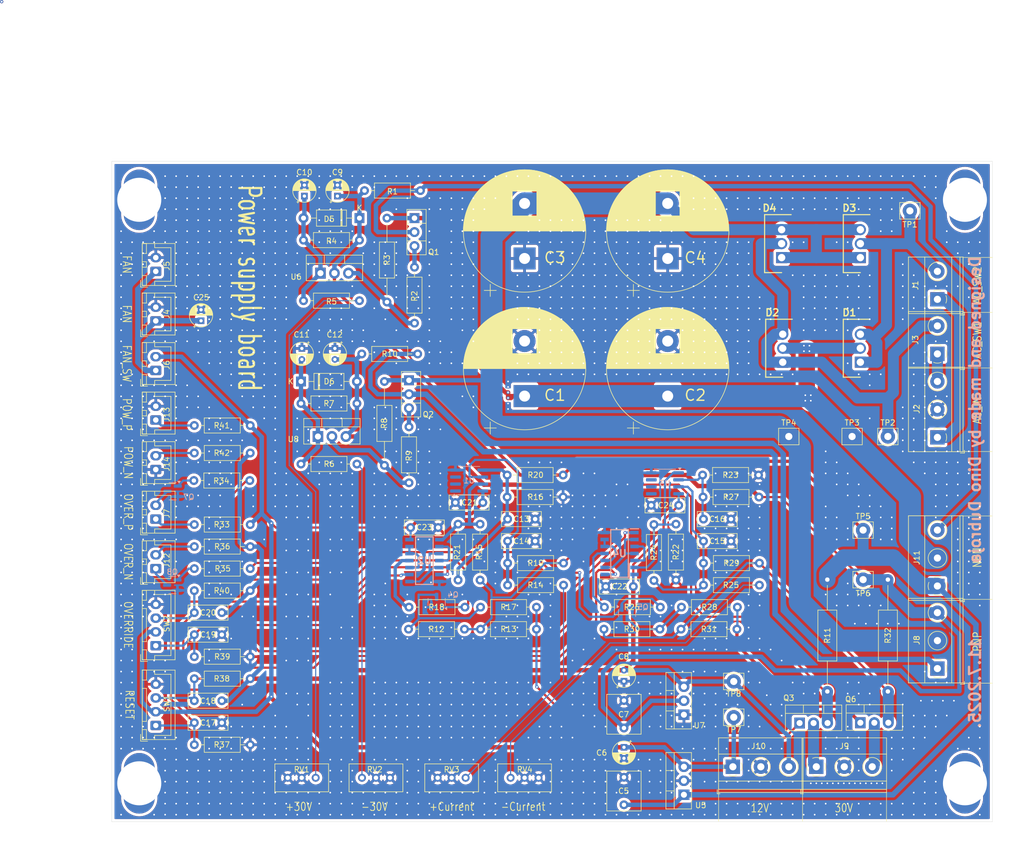
<source format=kicad_pcb>
(kicad_pcb (version 20240108) (generator "pcbnew") (generator_version "8.0")
  (layers (0 "F.Cu" signal) (31 "B.Cu" signal) (34 "B.Paste" user) (35 "F.Paste" user) (36 "B.SilkS" user "B.Silkscreen") (37 "F.SilkS" user "F.Silkscreen") (38 "B.Mask" user) (39 "F.Mask" user) (44 "Edge.Cuts" user))
  (net 0 "")
  (net 1 "GND")
  (net 2 "/Over-current/REF_P")
  (net 3 "/Over-current/SENSE_P")
  (net 4 "/Over-current/REF_N")
  (net 5 "/Over-current/SENSE_N")
  (net 6 "+12V")
  (net 7 "RESET_P")
  (net 8 "OVERRIDE_P")
  (net 9 "-12V")
  (net 10 "OVERRIDE_N")
  (net 11 "RESET_N")
  (net 12 "/Rectifier/AC-")
  (net 13 "/Rectifier/AC+")
  (net 14 "/Rectifier/AC_IN+")
  (net 15 "/Rectifier/AC_IN-")
  (net 16 "+30V")
  (net 17 "-30V")
  (net 18 "+12V_FAN")
  (net 19 "PNP_B")
  (net 20 "NPN_B")
  (net 21 "OVERCURRENT_P")
  (net 22 "OVERCURRENT_N")
  (net 23 "/Over-current/S_P")
  (net 24 "/Over-current/S_N")
  (net 25 "/Over-current/~{Q}_P")
  (net 26 "Net-(U4-Pad10)")
  (net 27 "/Over-current/~{Q}_N")
  (net 28 "Net-(D5-A)")
  (net 29 "Net-(D6-K)")
  (net 30 "Net-(Q1-B)")
  (net 31 "Net-(Q2-B)")
  (net 32 "Net-(Q4-C)")
  (net 33 "Net-(Q5-C)")
  (net 34 "Net-(Q7-B)")
  (net 35 "Net-(Q8-B)")
  (net 36 "Net-(U6-VI)")
  (net 37 "Net-(R5-Pad2)")
  (net 38 "Net-(R6-Pad1)")
  (net 39 "Net-(U8-VI)")
  (net 40 "Net-(R18-Pad1)")
  (net 41 "Net-(R19-Pad2)")
  (net 42 "Net-(R25-Pad1)")
  (net 43 "Net-(R26-Pad1)")
  (net 47 "Net-(U2-Pad2)")
  (net 48 "Net-(U4-Pad3)")
  (net 49 "Net-(U2-Pad10)")
  (net 53 "/IO/OVERCURRENT_P_LED-")
  (net 54 "/IO/OVERCURRENT_P_LED+")
  (net 55 "/IO/OVERCURRENT_N_LED-")
  (net 56 "/IO/OVERCURRENT_N_LED+")
  (net 57 "/IO/POWER_P_LED+")
  (net 58 "/IO/POWER_N_LED-")
  (net 59 "/Over-current/PMOS_S")
  (net 60 "/Over-current/PMOS_G")
  (net 61 "/Over-current/NMOS_G")
  (net 62 "/Over-current/NMOS_S")
  (net 63 "+VDC")
  (net 64 "-VDC")
  (net 65 "+VREG")
  (net 66 "-VREG")
  (footprint "Resistor_THT:R_Axial_DIN0207_L6.3mm_D2.5mm_P10.16mm_Horizontal" (layer "F.Cu") (at 174.5 103)
    (property "Reference" "R29")
    (property "Value" "47k")
  )
  (footprint "Capacitor_THT:CP_Radial_D4.0mm_P2.00mm" (layer "F.Cu") (at 107.54 64 -90)
    (property "Reference" "C12")
    (property "Value" "10u")
  )
  (footprint "Resistor_THT:R_Axial_DIN0207_L6.3mm_D2.5mm_P10.16mm_Horizontal" (layer "F.Cu") (at 156.5 111)
    (property "Reference" "R26")
    (property "Value" "100")
  )
  (footprint "Potentiometer_THT:Potentiometer_Bourns_3296W_Vertical" (layer "F.Cu") (at 131.29 142)
    (property "Reference" "RV3")
    (property "Value" "470R")
  )
  (footprint "Capacitor_THT:C_Rect_L7.0mm_W6.0mm_P5.00mm" (layer "F.Cu") (at 160.055 127.96 -90)
    (property "Reference" "C7")
    (property "Value" "1u")
  )
  (footprint "Resistor_THT:R_Axial_DIN0207_L6.3mm_D2.5mm_P10.16mm_Horizontal" (layer "F.Cu") (at 122 59.405 90)
    (property "Reference" "R2")
    (property "Value" "4.7K")
  )
  (footprint "TerminalBlock_Phoenix:TerminalBlock_Phoenix_MKDS-1,5-3-5.08_1x03_P5.08mm_Horizontal" (layer "F.Cu") (at 217 122.16 90)
    (property "Reference" "J8")
    (property "Value" "Screw_Terminal_01x03")
  )
  (footprint "TerminalBlock_Phoenix:TerminalBlock_Phoenix_MKDS-1,5-3-5.08_1x03_P5.08mm_Horizontal" (layer "F.Cu") (at 179.84 140)
    (property "Reference" "J10")
    (property "Value" "Screw_Terminal_01x03")
  )
  (footprint "Connector_Pin:Pin_D1.3mm_L10.0mm_W3.5mm_Flat" (layer "F.Cu") (at 180 124.5)
    (property "Reference" "TP8")
    (property "Value" "~")
  )
  (footprint "MountingHole:MountingHole_3.2mm_M3_DIN965_Pad" (layer "F.Cu") (at 72 37 90)
    (property "Reference" "REF**" (hide yes))
    (property "Value" "MountingHole_3.2mm_M3_DIN965_Pad")
  )
  (footprint "Resistor_THT:R_Axial_DIN0207_L6.3mm_D2.5mm_P10.16mm_Horizontal" (layer "F.Cu") (at 138.84 91)
    (property "Reference" "R20")
    (property "Value" "10K")
  )
  (footprint "Resistor_THT:R_Axial_DIN0207_L6.3mm_D2.5mm_P10.16mm_Horizontal" (layer "F.Cu") (at 121 111)
    (property "Reference" "R18")
    (property "Value" "100")
  )
  (footprint "Connector_JST:JST_XH_B4B-XH-A_1x04_P2.50mm_Vertical" (layer "F.Cu") (at 75 118 90)
    (property "Reference" "SW2")
    (property "Value" "SW_DPST")
  )
  (footprint "Capacitor_THT:C_Rect_L7.0mm_W2.5mm_P5.00mm" (layer "F.Cu") (at 82 128)
    (property "Reference" "C18")
    (property "Value" "100n")
  )
  (footprint "Capacitor_THT:C_Rect_L7.0mm_W2.5mm_P5.00mm" (layer "F.Cu") (at 138.92 95)
    (property "Reference" "C13")
    (property "Value" "100n")
  )
  (footprint "Resistor_THT:R_Axial_DIN0207_L6.3mm_D2.5mm_P10.16mm_Horizontal" (layer "F.Cu") (at 169.5 106.08 90)
    (property "Reference" "R22")
    (property "Value" "47k")
  )
  (footprint "Package_TO_SOT_THT:TO-220-3_Vertical" (layer "F.Cu") (at 191.96 132.055)
    (property "Reference" "Q3")
    (property "Value" "IRF9540N")
  )
  (footprint "Capacitor_THT:C_Rect_L7.0mm_W2.5mm_P5.00mm" (layer "F.Cu") (at 156.75 107.25)
    (property "Reference" "C22")
    (property "Value" "100n")
  )
  (footprint "Capacitor_THT:C_Rect_L7.0mm_W2.5mm_P5.00mm" (layer "F.Cu") (at 121.292 96.54)
    (property "Reference" "C23")
    (property "Value" "100n")
  )
  (footprint "MountingHole:MountingHole_3.2mm_M3_DIN965_Pad" (layer "F.Cu") (at 222 37 90)
    (property "Reference" "REF**" (hide yes))
    (property "Value" "MountingHole_3.2mm_M3_DIN965_Pad")
  )
  (footprint "TerminalBlock_Phoenix:TerminalBlock_Phoenix_MKDS-1,5-3-5.08_1x03_P5.08mm_Horizontal" (layer "F.Cu") (at 217 80.16 90)
    (property "Reference" "J2")
    (property "Value" "Screw_Terminal_01x03")
  )
  (footprint "Diode_THT:D_A-405_P10.16mm_Horizontal" (layer "F.Cu") (at 101.38 70)
    (property "Reference" "D6")
    (property "Value" "D")
  )
  (footprint "Resistor_THT:R_Axial_DIN0207_L6.3mm_D2.5mm_P10.16mm_Horizontal" (layer "F.Cu") (at 129.92 106.08 90)
    (property "Reference" "R21")
    (property "Value" "DNP")
  )
  (footprint "Capacitor_THT:CP_Radial_D22.0mm_P10.00mm_SnapIn" (layer "F.Cu") (at 168 72.657831 90)
    (property "Reference" "C2")
    (property "Value" "4700u")
  )
  (footprint "Capacitor_THT:CP_Radial_D4.0mm_P2.00mm" (layer "F.Cu") (at 160.055 124.46 90)
    (property "Reference" "C8")
    (property "Value" "10u")
  )
  (footprint "TerminalBlock_Phoenix:TerminalBlock_Phoenix_MKDS-1,5-3-5.08_1x03_P5.08mm_Horizontal" (layer "F.Cu") (at 217 107.16 90)
    (property "Reference" "J11")
    (property "Value" "Screw_Terminal_01x03")
  )
  (footprint "Resistor_THT:R_Axial_DIN0207_L6.3mm_D2.5mm_P10.16mm_Horizontal" (layer "F.Cu") (at 82 136)
    (property "Reference" "R37")
    (property "Value" "47k")
  )
  (footprint "Connector_JST:JST_XH_B2B-XH-A_1x02_P2.50mm_Vertical" (layer "F.Cu") (at 75 50 90)
    (property "Reference" "J5")
    (property "Value" "Conn_01x02_Pin")
  )
  (footprint "Capacitor_THT:CP_Radial_D22.0mm_P10.00mm_SnapIn" (layer "F.Cu") (at 142 47.657831 90)
    (property "Reference" "C3")
    (property "Value" "4700u")
  )
  (footprint "Resistor_THT:R_Axial_DIN0207_L6.3mm_D2.5mm_P10.16mm_Horizontal" (layer "F.Cu") (at 101.84 55.325)
    (property "Reference" "R5")
    (property "Value" "10K")
  )
  (footprint "Package_TO_SOT_THT:TO-220-3_Vertical" (layer "F.Cu") (at 170.945 130.54 90)
    (property "Reference" "U7")
    (property "Value" "L7912")
  )
  (footprint "Resistor_THT:R_Axial_DIN0207_L6.3mm_D2.5mm_P10.16mm_Horizontal" (layer "F.Cu") (at 111.54 85 180)
    (property "Reference" "R6")
    (property "Value" "10K")
  )
  (footprint "Resistor_THT:R_Axial_DIN0207_L6.3mm_D2.5mm_P10.16mm_Horizontal" (layer "F.Cu") (at 184.5 87 180)
    (property "Reference" "R23")
    (property "Value" "10K")
  )
  (footprint "Potentiometer_THT:Potentiometer_Bourns_3296W_Vertical" (layer "F.Cu") (at 117.54 142)
    (property "Reference" "RV2")
    (property "Value" "4.7K")
  )
  (footprint "Capacitor_THT:CP_Radial_D4.0mm_P2.00mm" (layer "F.Cu") (at 108 36.325 90)
    (property "Reference" "C9")
    (property "Value" "10u")
  )
  (footprint "Resistor_THT:R_Axial_DIN0207_L6.3mm_D2.5mm_P10.16mm_Horizontal" (layer "F.Cu") (at 131.08 115 180)
    (property "Reference" "R12")
    (property "Value" "47k")
  )
  (footprint "Connector_JST:JST_XH_B2B-XH-A_1x02_P2.50mm_Vertical" (layer "F.Cu") (at 75 77 90)
    (property "Reference" "J13")
    (property "Value" "Conn_01x02_Pin")
  )
  (footprint "TerminalBlock_Phoenix:TerminalBlock_Phoenix_MKDS-1,5-3-5.08_1x03_P5.08mm_Horizontal" (layer "F.Cu") (at 195 140)
    (property "Reference" "J9")
    (property "Value" "Screw_Terminal_01x03")
  )
  (footprint "Connector_Pin:Pin_D1.3mm_L10.0mm_W3.5mm_Flat" (layer "F.Cu") (at 212 39)
    (property "Reference" "TP1")
    (property "Value" "~")
  )
  (footprint "Capacitor_THT:C_Rect_L7.0mm_W2.5mm_P5.00mm" (layer "F.Cu") (at 138.92 99)
    (property "Reference" "C14")
    (property "Value" "100n")
  )
  (footprint "Connector_Pin:Pin_D1.3mm_L10.0mm_W3.5mm_Flat" (layer "F.Cu") (at 208 80)
    (property "Reference" "TP2")
    (property "Value" "~")
  )
  (footprint "Resistor_THT:R_Axial_DIN0207_L6.3mm_D2.5mm_P10.16mm_Horizontal" (layer "F.Cu") (at 112.92 35.325)
    (property "Reference" "R1")
    (property "Value" "470R")
  )
  (footprint "Resistor_THT:R_Axial_DIN0207_L6.3mm_D2.5mm_P15.24mm_Horizontal" (layer "F.Cu") (at 117 40.325 -90)
    (property "Reference" "R3")
    (property "Value" "47R 1W")
  )
  (footprint "Connector_Pin:Pin_D1.3mm_L10.0mm_W3.5mm_Flat" (layer "F.Cu") (at 190 80)
    (property "Reference" "TP4")
    (property "Value" "~")
  )
  (footprint "Resistor_THT:R_Axial_DIN0207_L6.3mm_D2.5mm_P10.16mm_Horizontal" (layer "F.Cu") (at 112 44.325 180)
    (property "Reference" "R4")
    (property "Value" "1K")
  )
  (footprint "Resistor_THT:R_Axial_DIN0207_L6.3mm_D2.5mm_P10.16mm_Horizontal" (layer "F.Cu") (at 92.08 88 180)
    (property "Reference" "R34")
    (property "Value" "47k")
  )
  (footprint "Connector_Pin:Pin_D1.3mm_L10.0mm_W3.5mm_Flat" (layer "F.Cu") (at 203.5 97)
    (property "Reference" "TP5")
    (property "Value" "~")
  )
  (footprint "Resistor_THT:R_Axial_DIN0207_L6.3mm_D2.5mm_P10.16mm_Horizontal" (layer "F.Cu") (at 149 87 180)
    (property "Reference" "R16")
    (property "Value" "47k")
  )
  (footprint "Capacitor_THT:C_Rect_L7.0mm_W6.0mm_P5.00mm" (layer "F.Cu") (at 160.055 146.905199 90)
    (property "Reference" "C5")
    (property "Value" "1u")
  )
  (footprint "Connector_JST:JST_XH_B2B-XH-A_1x02_P2.50mm_Vertical" (layer "F.Cu") (at 75 68 90)
    (property "Reference" "J6")
    (property "Value" "Conn_01x02_Pin")
  )
  (footprint "Package_TO_SOT_THT:TO-220-3_Vertical" (layer "F.Cu") (at 203 132)
    (property "Reference" "Q6")
    (property "Value" "IRF540N")
  )
  (footprint "Resistor_THT:R_Axial_DIN0207_L6.3mm_D2.5mm_P10.16mm_Horizontal" (layer "F.Cu") (at 122.58 65 180)
    (property "Reference" "R10")
    (property "Value" "470R")
  )
  (footprint "Package_TO_SOT_THT:TO-220-3_Vertical" (layer "F.Cu") (at 170.945 145.08 90)
    (property "Reference" "U5")
    (property "Value" "L7812")
  )
  (footprint "Resistor_THT:R_Axial_DIN0207_L6.3mm_D2.5mm_P10.16mm_Horizontal" (layer "F.Cu") (at 174.42 91)
    (property "Reference" "R27")
    (property "Value" "47k")
  )
  (footprint "SamacSys_Parts:TO254P483X1010X2035-3P" (layer "F.Cu") (at 203 47.5 90)
    (property "Reference" "D3")
    (property "Value" "FERD20H100STS" (hide yes))
  )
  (footprint "Package_TO_SOT_THT:TO-220-3_Vertical" (layer "F.Cu") (at 104.46 80)
    (property "Reference" "U8")
    (property "Value" "LM337_TO220")
  )
  (footprint "Resistor_THT:R_Axial_DIN0207_L6.3mm_D2.5mm_P10.16mm_Horizontal" (layer "F.Cu") (at 101.38 74)
    (property "Reference" "R7")
    (property "Value" "1K")
  )
  (footprint "Resistor_THT:R_Axial_DIN0207_L6.3mm_D2.5mm_P10.16mm_Horizontal" (layer "F.Cu") (at 149.08 103 180)
    (property "Reference" "R14")
    (property "Value" "47k")
  )
  (footprint "Capacitor_THT:CP_Radial_D4.0mm_P2.00mm" (layer "F.Cu") (at 101.54 64 -90)
    (property "Reference" "C11")
    (property "Value" "10u")
  )
  (footprint "Capacitor_THT:C_Rect_L7.0mm_W2.5mm_P5.00mm" (layer "F.Cu") (at 165 92.5)
    (property "Reference" "C24")
    (property "Value" "100n")
  )
  (footprint "Resistor_THT:R_Axial_DIN0207_L6.3mm_D2.5mm_P10.16mm_Horizontal" (layer "F.Cu") (at 166.58 115 180)
    (property "Reference" "R30")
    (property "Value" "47k")
  )
  (footprint "MountingHole:MountingHole_3.2mm_M3_DIN965_Pad" (layer "F.Cu") (at 72 143 90)
    (property "Reference" "REF**" (hide yes))
    (property "Value" "MountingHole_3.2mm_M3_DIN965_Pad")
  )
  (footprint "Resistor_THT:R_Axial_DIN0207_L6.3mm_D2.5mm_P10.16mm_Horizontal" (layer "F.Cu") (at 92.16 104 180)
    (property "Reference" "R35")
    (property "Value" "47k")
  )
  (footprint "Connector_Pin:Pin_D1.3mm_L10.0mm_W3.5mm_Flat" (layer "F.Cu") (at 180 131)
    (property "Reference" "TP7")
    (property "Value" "~")
  )
  (footprint "MountingHole:MountingHole_3.2mm_M3_DIN965_Pad" (layer "F.Cu") (at 222 143 90)
    (property "Reference" "REF**" (hide yes))
    (property "Value" "MountingHole_3.2mm_M3_DIN965_Pad")
  )
  (footprint "Resistor_THT:R_Axial_DIN0207_L6.3mm_D2.5mm_P15.24mm_Horizontal" (layer "F.Cu") (at 116.54 70 -90)
    (property "Reference" "R8")
    (property "Value" "47R 1W")
  )
  (footprint "Resistor_THT:R_Axial_DIN0207_L6.3mm_D2.5mm_P10.16mm_Horizontal" (layer "F.Cu") (at 180.58 115 180)
    (property "Reference" "R31")
    (property "Value" "47k")
  )
  (footprint "Resistor_THT:R_Axial_DIN0207_L6.3mm_D2.5mm_P10.16mm_Horizontal" (layer "F.Cu") (at 133.92 106.08 90)
    (property "Reference" "R15")
    (property "Value" "47k")
  )
  (footprint "Capacitor_THT:CP_Radial_D4.0mm_P2.00mm" (layer "F.Cu") (at 102 36.325 90)
    (property "Reference" "C10")
    (property "Value" "10u")
  )
  (footprint "Resistor_THT:R_Axial_DIN0309_L9.0mm_D3.2mm_P20.32mm_Horizontal" (layer "F.Cu") (at 208 106 -90)
    (property "Reference" "R32")
    (property "Value" "0.1R 2W")
  )
  (footprint "Connector_JST:JST_XH_B2B-XH-A_1x02_P2.50mm_Vertical" (layer "F.Cu") (at 75 86 90)
    (property "Reference" "J14")
    (property "Value" "Conn_01x02_Pin")
  )
  (footprint "Package_TO_SOT_THT:TO-220-3_Vertical" (layer "F.Cu") (at 104.92 50.325)
    (property "Reference" "U6")
    (property "Value" "LM317_TO-220")
  )
  (footprint "Package_TO_SOT_THT:TO-126-3_Vertical" (layer "F.Cu") (at 122 40.325 -90)
    (property "Reference" "Q1")
    (property "Value" "BD140")
  )
  (footprint "SamacSys_Parts:TO254P483X1010X2035-3P" (layer "F.Cu") (at 203 66.5 90)
    (property "Reference" "D1")
    (property "Value" "FERD20H100STS" (hide yes))
  )
  (footprint "Capacitor_THT:CP_Radial_D22.0mm_P10.00mm_SnapIn" (layer "F.Cu") (at 142 72.657831 90)
    (property "Reference" "C1")
    (property "Value" "4700u")
  )
  (footprint "Resistor_THT:R_Axial_DIN0207_L6.3mm_D2.5mm_P10.16mm_Horizontal" (layer "F.Cu") (at 82 120)
    (property "Reference" "R39")
    (property "Value" "47k")
  )
  (footprint "TerminalBlock_Phoenix:TerminalBlock_Phoenix_MKDS-1,5-2-5.08_1x02_P5.08mm_Horizontal" (layer "F.Cu") (at 217 55.08 90)
    (property "Reference" "J1")
    (property "Value" "Screw_Terminal_01x02")
  )
  (footprint "Capacitor_THT:CP_Radial_D22.0mm_P10.00mm_SnapIn" (layer "F.Cu") (at 168 47.657831 90)
    (property "Reference" "C4")
    (property "Value" "4700u")
  )
  (footprint "Capacitor_THT:C_Rect_L7.0mm_W2.5mm_P5.00mm" (layer "F.Cu") (at 179.5 95 180)
    (property "Reference" "C16")
    (property "Value" "100n")
  )
  (footprint "Capacitor_THT:C_Rect_L7.0mm_W2.5mm_P5.00mm" (layer "F.Cu") (at 134.42 92 180)
    (property "Reference" "C21")
    (property "Value" "100n")
  )
  (footprint "TerminalBlock_Phoenix:TerminalBlock_Phoenix_MKDS-1,5-2-5.08_1x02_P5.08mm_Horizontal" (layer "F.Cu") (at 217 64.99 90)
    (property "Reference" "J3")
    (property "Value" "Screw_Terminal_01x02")
  )
  (footprint "Capacitor_THT:C_Rect_L7.0mm_W2.5mm_P5.00mm" (layer "F.Cu") (at 179.5 99 180)
    (property "Reference" "C15")
    (property "Value" "100n")
  )
  (footprint "SamacSys_Parts:TO254P483X1010X2035-3P" (layer "F.Cu") (at 188.9 66.5 90)
    (property "Reference" "D2")
    (property "Value" "FERD20H100STS" (hide yes))
  )
  (footprint "Connector_Pin:Pin_D1.3mm_L10.0mm_W3.5mm_Flat" (layer "F.Cu") (at 201.5 80)
    (property "Reference" "TP3")
    (property "Value" "~")
  )
  (footprint "Resistor_THT:R_Axial_DIN0207_L6.3mm_D2.5mm_P10.16mm_Horizontal" (layer "F.Cu") (at 165.5 106.16 90)
    (property "Reference" "R24")
    (property "Value" "DNP")
  )
  (footprint "Potentiometer_THT:Potentiometer_Bourns_3296W_Vertical" (layer "F.Cu") (at 144.54 142)
    (property "Reference" "RV4")
    (property "Value" "470R")
  )
  (footprint "Resistor_THT:R_Axial_DIN0207_L6.3mm_D2.5mm_P10.16mm_Horizontal" (layer "F.Cu") (at 138.92 107)
    (property "Reference" "R19")
    (property "Value" "10K")
  )
  (footprint "Capacitor_THT:C_Rect_L7.0mm_W2.5mm_P5.00mm" (layer "F.Cu") (at 82 132)
    (property "Reference" "C17")
    (property "Value" "100n")
  )
  (footprint "Resistor_THT:R_Axial_DIN0207_L6.3mm_D2.5mm_P10.16mm_Horizontal" (layer "F.Cu") (at 134 115)
    (property "Reference" "R13")
    (property "Value" "47k")
  )
  (footprint "Resistor_THT:R_Axial_DIN0207_L6.3mm_D2.5mm_P10.16mm_Horizontal" (layer "F.Cu") (at 184.66 107 180)
    (property "Reference" "R25")
    (property "Value" "10K")
  )
  (footprint "Resistor_THT:R_Axial_DIN0207_L6.3mm_D2.5mm_P10.16mm_Horizontal" (layer "F.Cu") (at 82 83)
    (property "Reference" "R42")
    (property "Value" "4.7k")
  )
  (footprint "Diode_THT:D_A-405_P10.16mm_Horizontal" (layer "F.Cu") (at 112 40.325 180)
    (property "Reference" "D5")
    (property "Value" "D")
  )
  (footprint "Resistor_THT:R_Axial_DIN0207_L6.3mm_D2.5mm_P10.16mm_Horizontal" (layer "F.Cu") (at 170.5 111)
    (property "Reference" "R28")
    (property "Value" "10")
  )
  (footprint "Resistor_THT:R_Axial_DIN0207_L6.3mm_D2.5mm_P10.16mm_Horizontal" (layer "F.Cu") (at 82 124)
    (property "Reference" "R38")
    (property "Value" "47k")
  )
  (footprint "Capacitor_THT:C_Rect_L7.0mm_W2.5mm_P5.00mm" (layer "F.Cu") (at 82 112)
    (property "Reference" "C20")
    (property "Value" "100n")
  )
  (footprint "Capacitor_THT:CP_Radial_D4.0mm_P2.00mm" (layer "F.Cu") (at 160.054999 136.46 -90)
    (property "Reference" "C6")
    (property "Value" "10u")
  )
  (footprint "Capacitor_THT:C_Rect_L7.0mm_W2.5mm_P5.00mm" (layer "F.Cu") (at 82 116)
    (property "Reference" "C19")
    (property "Value" "100n")
  )
  (footprint "SamacSys_Parts:TO254P483X1010X2035-3P" (layer "F.Cu") (at 188.7 47.5 90)
    (property "Reference" "D4")
    (property "Value" "FERD20H100STS" (hide yes))
  )
  (footprint "Connector_JST:JST_XH_B4B-XH-A_1x04_P2.50mm_Vertical" (layer "F.Cu") (at 75 132.5 90)
    (property "Reference" "SW1")
    (property "Value" "SW_DPST")
  )
  (footprint "Connector_JST:JST_XH_B2B-XH-A_1x02_P2.50mm_Vertical" (layer "F.Cu") (at 75 59 90)
    (property "Reference" "J4")
    (property "Value" "Conn_01x02_Pin")
  )
  (footprint "Resistor_THT:R_Axial_DIN0207_L6.3mm_D2.5mm_P10.16mm_Horizontal" (layer "F.Cu") (at 82 100)
    (property "Reference" "R36")
    (property "Value" "4.7k")
  )
  (footprint "Resistor_THT:R_Axial_DIN0207_L6.3mm_D2.5mm_P10.16mm_Horizontal" (layer "F.Cu") (at 82 108)
    (property "Reference" "R40")
    (property "Value" "47k")
  )
  (footprint "Resistor_THT:R_Axial_DIN0207_L6.3mm_D2.5mm_P10.16mm_Horizontal" (layer "F.Cu") (at 92.16 96 180)
    (property "Reference" "R33")
    (property "Value" "4.7k")
  )
  (footprint "Resistor_THT:R_Axial_DIN0309_L9.0mm_D3.2mm_P20.32mm_Horizontal" (layer "F.Cu") (at 197 106 -90)
    (property "Reference" "R11")
    (property "Value" "0.1R 2W")
  )
  (footprint "Connector_JST:JST_XH_B2B-XH-A_1x02_P2.50mm_Vertical" (layer "F.Cu") (at 75 104 90)
    (property "Reference" "J12")
    (property "Value" "Conn_01x02_Pin")
  )
  (footprint "Resistor_THT:R_Axial_DIN0207_L6.3mm_D2.5mm_P10.16mm_Horizontal" (layer "F.Cu") (at 92.16 78 180)
    (property "Reference" "R41")
    (property "Value" "4.7k")
  )
  (footprint "Potentiometer_THT:Potentiometer_Bourns_3296W_Vertical" (layer "F.Cu") (at 104.05 142)
    (property "Reference" "RV1")
    (property "Value" "4.7K")
  )
  (footprint "Connector_JST:JST_XH_B2B-XH-A_1x02_P2.50mm_Vertical" (layer "F.Cu") (at 75 95 90)
    (property "Reference" "J7")
    (property "Value" "Conn_01x02_Pin")
  )
  (footprint "Connector_Pin:Pin_D1.3mm_L10.0mm_W3.5mm_Flat" (layer "F.Cu") (at 203.5 106)
    (property "Reference" "TP6")
    (property "Value" "~")
  )
  (footprint "Capacitor_THT:CP_Radial_D4.0mm_P2.00mm" (layer "F.Cu") (at 83.222599 58.972599 90)
    (property "Reference" "C25")
    (property "Value" "10u")
  )
  (footprint "Resistor_THT:R_Axial_DIN0207_L6.3mm_D2.5mm_P10.16mm_Horizontal" (layer "F.Cu") (at 121 88.405 90)
    (property "Reference" "R9")
    (property "Value" "4.7K")
  )
  (footprint "Resistor_THT:R_Axial_DIN0207_L6.3mm_D2.5mm_P10.16mm_Horizontal" (layer "F.Cu") (at 134 111)
    (property "Reference" "R17")
    (property "Value" "10")
  )
  (footprint "Package_TO_SOT_THT:TO-126-3_Vertical" (layer "F.Cu") (at 121 69.785 -90)
    (property "Reference" "Q2")
    (property "Value" "BD139")
  )
  (footprint "SamacSys_Parts:SOIC127P600X175-14N" (layer "B.Cu") (at 123.792 102.54 180)
    (property "Reference" "U2")
    (property "Value" "4001" (hide yes))
  )
  (footprint "Package_TO_SOT_SMD:SOT-23" (layer "B.Cu") (at 126.03 110.0625 90)
    (property "Reference" "Q4")
    (property "Value" "MMBT3904")
  )
  (footprint "Package_TO_SOT_SMD:SOT-23" (layer "B.Cu") (at 78.0625 89.95 180)
    (property "Reference" "Q7")
    (property "Value" "MMBT3904")
  )
  (footprint "Package_SO:SOIC-8_3.9x4.9mm_P1.27mm" (layer "B.Cu") (at 131.92 88)
    (property "Reference" "U1")
    (property "Value" "LM393")
  )
  (footprint "Package_TO_SOT_SMD:SOT-23" (layer "B.Cu") (at 78 107 180)
    (property "Reference" "Q8")
    (property "Value" "MMBT3906")
  )
  (footprint "Package_TO_SOT_SMD:SOT-23" (layer "B.Cu") (at 160.625 112.0625 -90)
    (property "Reference" "Q5")
    (property "Value" "MMBT3906")
  )
  (footprint "Package_SO:SOIC-8_3.9x4.9mm_P1.27mm" (layer "B.Cu") (at 167.5 88.5 180)
    (property "Reference" "U3")
    (property "Value" "LM393")
  )
  (footprint "SamacSys_Parts:SOIC127P600X175-14N" (layer "B.Cu") (at 159.25 101.25 180)
    (property "Reference" "U4")
    (property "Value" "4001" (hide yes))
  )
  (gr_line (start 192.5 149.875) (end 192.5 144.625) (stroke (width 0.1)) (layer "F.SilkS"))
  (gr_line (start 177.25 149.875) (end 177.25 144.625) (stroke (width 0.1)) (layer "F.SilkS"))
  (gr_line (start 221.749344 47.471767) (end 226.999344 47.471767) (stroke (width 0.1)) (layer "F.SilkS"))
  (gr_line (start 221.721111 57.45208) (end 226.971111 57.45208) (stroke (width 0.1)) (layer "F.SilkS"))
  (gr_line (start 221.681984 109.587319) (end 226.931984 109.587319) (stroke (width 0.1)) (layer "F.SilkS"))
  (gr_line (start 207.75 149.875) (end 207.75 144.625) (stroke (width 0.1)) (layer "F.SilkS"))
  (gr_line (start 221.70978 67.548369) (end 226.95978 67.548369) (stroke (width 0.1)) (layer "F.SilkS"))
  (gr_line (start 221.673274 94.434123) (end 226.923274 94.434123) (stroke (width 0.1)) (layer "F.SilkS"))
  (gr_line (start 221.724333 124.818943) (end 226.974333 124.818943) (stroke (width 0.1)) (layer "F.SilkS"))
  (gr_line (start 221.688605 82.730586) (end 226.938605 82.730586) (stroke (width 0.1)) (layer "F.SilkS"))
  (gr_rect (start 67 30) (end 227 150) (stroke (width 0.05)) (fill none) (layer "Edge.Cuts"))
  (gr_text "Designed and made by Dino Dubroja         11.7.2025." (at 225 47 90) (layer "B.SilkS") (effects (font (size 2 2) (thickness 0.4) (bold yes)) (justify left bottom mirror)))
  (gr_text "-30V" (at 114.75 147.25 0) (layer "F.SilkS") (effects (font (size 1.5 1.2))))
  (gr_text "POW_P" (at 69.75 76 270) (layer "F.SilkS") (effects (font (size 1.5 1.2))))
  (gr_text "+Current" (at 128.75 147.25 0) (layer "F.SilkS") (effects (font (size 1.5 1.2))))
  (gr_text "FAN_SW" (at 69.75 66.75 270) (layer "F.SilkS") (effects (font (size 1.5 1.2))))
  (gr_text "OVER_N" (at 70 102.75 270) (layer "F.SilkS") (effects (font (size 1.5 1.2))))
  (gr_text "FAN" (at 69.75 48.75 270) (layer "F.SilkS") (effects (font (size 1.5 1.2))))
  (gr_text "AC_SW1" (at 224.25 62.5 90) (layer "F.SilkS") (effects (font (size 1.5 1.2))))
  (gr_text "RESET" (at 70.25 128.75 270) (layer "F.SilkS") (effects (font (size 1.5 1.2))))
  (gr_text "POW_N" (at 70 84.75 270) (layer "F.SilkS") (effects (font (size 1.5 1.2))))
  (gr_text "PNP" (at 224.25 117.25 90) (layer "F.SilkS") (effects (font (size 1.5 1.2))))
  (gr_text "NPN" (at 224.25 102 90) (layer "F.SilkS") (effects (font (size 1.5 1.2))))
  (gr_text "OVER_P" (at 70 93.75 270) (layer "F.SilkS") (effects (font (size 1.5 1.2))))
  (gr_text "OVERRIDE" (at 70 114.25 270) (layer "F.SilkS") (effects (font (size 1.5 1.2))))
  (gr_text "AC_IN" (at 224.25 75.25 90) (layer "F.SilkS") (effects (font (size 1.5 1.2))))
  (gr_text "12V" (at 184.75 147.5 0) (layer "F.SilkS") (effects (font (size 1.5 1.2))))
  (gr_text "Power supply board" (at 92 34 270) (layer "F.SilkS") (effects (font (size 4 2.5) (thickness 0.4) (bold yes)) (justify left)))
  (gr_text "30V" (at 200 147.5 0) (layer "F.SilkS") (effects (font (size 1.5 1.2))))
  (gr_text "FAN" (at 69.75 57.75 270) (layer "F.SilkS") (effects (font (size 1.5 1.2))))
  (gr_text "AC_SW2" (at 224.25 52.5 90) (layer "F.SilkS") (effects (font (size 1.5 1.2))))
  (gr_text "+30V" (at 101 147.25 0) (layer "F.SilkS") (effects (font (size 1.5 1.2))))
  (gr_text "-Current" (at 141.75 147.25 0) (layer "F.SilkS") (effects (font (size 1.5 1.2))))
  (via (at 47 1) (size 0.6) (drill 0.3) (layers "F.Cu" "B.Cu") (net 0))
  (segment (start 124 107.5) (end 124 111) (width 0.4) (layer "F.Cu") (net 1))
  (segment (start 125 106.5) (end 124 107.5) (width 0.4) (layer "F.Cu") (net 1))
  (via (at 130.7 134.7) (size 0.6) (drill 0.3) (layers "F.Cu" "B.Cu") (net 1))
  (via (at 76.7 42.7) (size 0.6) (drill 0.3) (layers "F.Cu" "B.Cu") (net 1))
  (via (at 164.7 68.7) (size 0.6) (drill 0.3) (layers "F.Cu" "B.Cu") (net 1))
  (via (at 76.7 148.7) (size 0.6) (drill 0.3) (layers "F.Cu" "B.Cu") (net 1))
  (via (at 156.7 66.7) (size 0.6) (drill 0.3) (layers "F.Cu" "B.Cu") (net 1))
  (via (at 86.7 34.7) (size 0.6) (drill 0.3) (layers "F.Cu" "B.Cu") (net 1))
  (via (at 202.7 148.7) (size 0.6) (drill 0.3) (layers "F.Cu" "B.Cu") (net 1))
  (via (at 122.7 126.7) (size 0.6) (drill 0.3) (layers "F.Cu" "B.Cu") (net 1))
  (via (at 120.7 148.7) (size 0.6) (drill 0.3) (layers "F.Cu" "B.Cu") (net 1))
  (via (at 122.7 82.7) (size 0.6) (drill 0.3) (layers "F.Cu" "B.Cu") (net 1))
  (via (at 114.7 132.7) (size 0.6) (drill 0.3) (layers "F.Cu" "B.Cu") (net 1))
  (via (at 128.7 144.7) (size 0.6) (drill 0.3) (layers "F.Cu" "B.Cu") (net 1))
  (via (at 86.7 32.7) (size 0.6) (drill 0.3) (layers "F.Cu" "B.Cu") (net 1))
  (via (at 198.7 134.7) (size 0.6) (drill 0.3) (layers "F.Cu" "B.Cu") (net 1))
  (via (at 108.7 126.7) (size 0.6) (drill 0.3) (layers "F.Cu" "B.Cu") (net 1))
  (via (at 166.7 112.7) (size 0.6) (drill 0.3) (layers "F.Cu" "B.Cu") (net 1))
  (via (at 174.7 118.7) (size 0.6) (drill 0.3) (layers "F.Cu" "B.Cu") (net 1))
  (via (at 114.7 134.7) (size 0.6) (drill 0.3) (layers "F.Cu" "B.Cu") (net 1))
  (via (at 144.7 106.7) (size 0.6) (drill 0.3) (layers "F.Cu" "B.Cu") (net 1))
  (via (at 106.7 70.7) (size 0.6) (drill 0.3) (layers "F.Cu" "B.Cu") (net 1))
  (via (at 162.7 66.7) (size 0.6) (drill 0.3) (layers "F.Cu" "B.Cu") (net 1))
  (via (at 70.7 72.7) (size 0.6) (drill 0.3) (layers "F.Cu" "B.Cu") (net 1))
  (via (at 164.7 142.7) (size 0.6) (drill 0.3) (layers "F.Cu" "B.Cu") (net 1))
  (via (at 94.7 142.7) (size 0.6) (drill 0.3) (layers "F.Cu" "B.Cu") (net 1))
  (via (at 166.7 52.7) (size 0.6) (drill 0.3) (layers "F.Cu" "B.Cu") (net 1))
  (via (at 210.7 130.7) (size 0.6) (drill 0.3) (layers "F.Cu" "B.Cu") (net 1))
  (via (at 139 75) (size 0.6) (drill 0.3) (layers "F.Cu" "B.Cu") (net 1))
  (via (at 106.7 46.7) (size 0.6) (drill 0.3) (layers "F.Cu" "B.Cu") (net 1))
  (via (at 168.7 66.7) (size 0.6) (drill 0.3) (layers "F.Cu" "B.Cu") (net 1))
  (via (at 178.7 102.7) (size 0.6) (drill 0.3) (layers "F.Cu" "B.Cu") (net 1))
  (via (at 138.7 112.7) (size 0.6) (drill 0.3) (layers "F.Cu" "B.Cu") (net 1))
  (via (at 182.7 38.7) (size 0.6) (drill 0.3) (layers "F.Cu" "B.Cu") (net 1))
  (via (at 208 114) (size 0.6) (drill 0.3) (layers "F.Cu" "B.Cu") (net 1))
  (via (at 194.7 52.7) (size 0.6) (drill 0.3) (layers "F.Cu" "B.Cu") (net 1))
  (via (at 88.7 108.7) (size 0.6) (drill 0.3) (layers "F.Cu" "B.Cu") (net 1))
  (via (at 110.7 114.7) (size 0.6) (drill 0.3) (layers "F.Cu" "B.Cu") (net 1))
  (via (at 74.7 108.7) (size 0.6) (drill 0.3) (layers "F.Cu" "B.Cu") (net 1))
  (via (at 162.7 54.7) (size 0.6) (drill 0.3) (layers "F.Cu" "B.Cu") (net 1))
  (via (at 112.7 32.7) (size 0.6) (drill 0.3) (layers "F.Cu" "B.Cu") (net 1))
  (via (at 180.7 146.7) (size 0.6) (drill 0.3) (layers "F.Cu" "B.Cu") (net 1))
  (via (at 168.7 44.7) (size 0.6) (drill 0.3) (layers "F.Cu" "B.Cu") (net 1))
  (via (at 172.7 122.7) (size 0.6) (drill 0.3) (layers "F.Cu" "B.Cu") (net 1))
  (via (at 180.7 142.7) (size 0.6) (drill 0.3) (layers "F.Cu" "B.Cu") (net 1))
  (via (at 90.7 56.7) (size 0.6) (drill 0.3) (layers "F.Cu" "B.Cu") (net 1))
  (via (at 222.7 94.7) (size 0.6) (drill 0.3) (layers "F.Cu" "B.Cu") (net 1))
  (via (at 72.7 102.7) (size 0.6) (drill 0.3) (layers "F.Cu" "B.Cu") (net 1))
  (via (at 206.7 68.7) (size 0.6) (drill 0.3) (layers "F.Cu" "B.Cu") (net 1))
  (via (at 84.7 128.7) (size 0.6) (drill 0.3) (layers "F.Cu" "B.Cu") (net 1))
  (via (at 84.7 62.7) (size 0.6) (drill 0.3) (layers "F.Cu" "B.Cu") (net 1))
  (via (at 200.7 32.7) (size 0.6) (drill 0.3) (layers "F.Cu" "B.Cu") (net 1))
  (via (at 172.7 64.7) (size 0.6) (drill 0.3) (layers "F.Cu" "B.Cu") (net 1))
  (via (at 104.7 44.7) (size 0.6) (drill 0.3) (layers "F.Cu" "B.Cu") (net 1))
  (via (at 80.7 72.7) (size 0.6) (drill 0.3) (layers "F.Cu" "B.Cu") (net 1))
  (via (at 136.7 104.7) (size 0.6) (drill 0.3) (layers "F.Cu" "B.Cu") (net 1))
  (via (at 84.7 112.7) (size 0.6) (drill 0.3) (layers "F.Cu" "B.Cu") (net 1))
  (via (at 88.7 54.7) (size 0.6) (drill 0.3) (layers "F.Cu" "B.Cu") (net 1))
  (via (at 72.7 44.7) (size 0.6) (drill 0.3) (layers "F.Cu" "B.Cu") (net 1))
  (via (at 90.7 38.7) (size 0.6) (drill 0.3) (layers "F.Cu" "B.Cu") (net 1))
  (via (at 98.7 134.7) (size 0.6) (drill 0.3) (layers "F.Cu" "B.Cu") (net 1))
  (via (at 224.7 94.7) (size 0.6) (drill 0.3) (layers "F.Cu" "B.Cu") (net 1))
  (via (at 144.7 144.7) (size 0.6) (drill 0.3) (layers "F.Cu" "B.Cu") (net 1))
  (via (at 140.7 104.7) (size 0.6) (drill 0.3) (layers "F.Cu" "B.Cu") (net 1))
  (via (at 178.7 32.7) (size 0.6) (drill 0.3) (layers "F.Cu" "B.Cu") (net 1))
  (via (at 160.7 62.7) (size 0.6) (drill 0.3) (layers "F.Cu" "B.Cu") (net 1))
  (via (at 78.7 42.7) (size 0.6) (drill 0.3) (layers "F.Cu" "B.Cu") (net 1))
  (via (at 120.7 90.7) (size 0.6) (drill 0.3) (layers "F.Cu" "B.Cu") (net 1))
  (via (at 170.7 64.7) (size 0.6) (drill 0.3) (layers "F.Cu" "B.Cu") (net 1))
  (via (at 84.7 84.7) (size 0.6) (drill 0.3) (layers "F.Cu" "B.Cu") (net 1))
  (via (at 128.7 48.7) (size 0.6) (drill 0.3) (layers "F.Cu" "B.Cu") (net 1))
  (via (at 156.7 132.7) (size 0.6) (drill 0.3) (layers "F.Cu" "B.Cu") (net 1))
  (via (at 126.7 90.7) (size 0.6) (drill 0.3) (layers "F.Cu" "B.Cu") (net 1))
  (via (at 168.7 130.7) (size 0.6) (drill 0.3) (layers "F.Cu" "B.Cu") (net 1))
  (via (at 116.7 94.7) (size 0.6) (drill 0.3) (layers "F.Cu" "B.Cu") (net 1))
  (via (at 78.7 54.7) (size 0.6) (drill 0.3) (layers "F.Cu" "B.Cu") (net 1))
  (via (at 102.7 138.7) (size 0.6) (drill 0.3) (layers "F.Cu" "B.Cu") (net 1))
  (via (at 68.7 56.7) (size 0.6) (drill 0.3) (layers "F.Cu" "B.Cu") (net 1))
  (via (at 82.7 36.7) (size 0.6) (drill 0.3) (layers "F.Cu" "B.Cu") (net 1))
  (via (at 216.7 88.7) (size 0.6) (drill 0.3) (layers "F.Cu" "B.Cu") (net 1))
  (via (at 206 114) (size 0.6) (drill 0.3) (layers "F.Cu" "B.Cu") (net 1))
  (via (at 130.7 148.7) (size 0.6) (drill 0.3) (layers "F.Cu" "B.Cu") (net 1))
  (via (at 68.7 102.7) (size 0.6) (drill 0.3) (layers "F.Cu" "B.Cu") (net 1))
  (via (at 224.7 132.7) (size 0.6) (drill 0.3) (layers "F.Cu" "B.Cu") (net 1))
  (via (at 82.7 42.7) (size 0.6) (drill 0.3) (layers "F.Cu" "B.Cu") (net 1))
  (via (at 96.7 134.7) (size 0.6) (drill 0.3) (layers "F.Cu" "B.Cu") (net 1))
  (via (at 176.7 86.7) (size 0.6) (drill 0.3) (layers "F.Cu" "B.Cu") (net 1))
  (via (at 128.7 126.7) (size 0.6) (drill 0.3) (layers "F.Cu" "B.Cu") (net 1))
  (via (at 106.7 146.7) (size 0.6) (drill 0.3) (layers "F.Cu" "B.Cu") (net 1))
  (via (at 162.7 144.7) (size 0.6) (drill 0.3) (layers "F.Cu" "B.Cu") (net 1))
  (via (at 80.7 42.7) (size 0.6) (drill 0.3) (layers "F.Cu" "B.Cu") (net 1))
  (via (at 82.7 40.7) (size 0.6) (drill 0.3) (layers "F.Cu" "B.Cu") (net 1))
  (via (at 84.7 32.7) (size 0.6) (drill 0.3) (layers "F.Cu" "B.Cu") (net 1))
  (via (at 222.7 44.7) (size 0.6) (drill 0.3) (layers "F.Cu" "B.Cu") (net 1))
  (via (at 176.7 146.7) (size 0.6) (drill 0.3) (layers "F.Cu" "B.Cu") (net 1))
  (via (at 144.7 44.7) (size 0.6) (drill 0.3) (layers "F.Cu" "B.Cu") (net 1))
  (via (at 150.7 66.7) (size 0.6) (drill 0.3) (layers "F.Cu" "B.Cu") (net 1))
  (via (at 86.7 76.7) (size 0.6) (drill 0.3) (layers "F.Cu" "B.Cu") (net 1))
  (via (at 166.7 50.7) (size 0.6) (drill 0.3) (layers "F.Cu" "B.Cu") (net 1))
  (via (at 207 143) (size 0.6) (drill 0.3) (layers "F.Cu" "B.Cu") (net 1))
  (via (at 178.7 90.7) (size 0.6) (drill 0.3) (layers "F.Cu" "B.Cu") (net 1))
  (via (at 196.7 148.7) (size 0.6) (drill 0.3) (layers "F.Cu" "B.Cu") (net 1))
  (via (at 72.7 96.7) (size 0.6) (drill 0.3) (layers "F.Cu" "B.Cu") (net 1))
  (via (at 106.7 126.7) (size 0.6) (drill 0.3) (layers "F.Cu" "B.Cu") (net 1))
  (via (at 124.7 138.7) (size 0.6) (drill 0.3) (layers "F.Cu" "B.Cu") (net 1))
  (via (at 214.7 72.7) (size 0.6) (drill 0.3) (layers "F.Cu" "B.Cu") (net 1))
  (via (at 178.7 104.7) (size 0.6) (drill 0.3) (layers "F.Cu" "B.Cu") (net 1))
  (via (at 144.7 108.7) (size 0.6) (drill 0.3) (layers "F.Cu" "B.Cu") (net 1))
  (via (at 152.7 64.7) (size 0.6) (drill 0.3) (layers "F.Cu" "B.Cu") (net 1))
  (via (at 100.7 108.7) (size 0.6) (drill 0.3) (layers "F.Cu" "B.Cu") (net 1))
  (via (at 108.7 142.7) (size 0.6) (drill 0.3) (layers "F.Cu" "B.Cu") (net 1))
  (via (at 92.7 138.7) (size 0.6) (drill 0.3) (layers "F.Cu" "B.Cu") (net 1))
  (via (at 124.7 56.7) (size 0.6) (drill 0.3) (layers "F.Cu" "B.Cu") (net 1))
  (via (at 142.7 56.7) (size 0.6) (drill 0.3) (layers "F.Cu" "B.Cu") (net 1))
  (via (at 176.7 46.7) (size 0.6) (drill 0.3) (layers "F.Cu" "B.Cu") (net 1))
  (via (at 68.7 124.7) (size 0.6) (drill 0.3) (layers "F.Cu" "B.Cu") (net 1))
  (via (at 68.7 42.7) (size 0.6) (drill 0.3) (layers "F.Cu" "B.Cu") (net 1))
  (via (at 194.7 54.7) (size 0.6) (drill 0.3) (layers "F.Cu" "B.Cu") (net 1))
  (via (at 182.7 68.7) (size 0.6) (drill 0.3) (layers "F.Cu" "B.Cu") (net 1))
  (via (at 90.7 146.7) (size 0.6) (drill 0.3) (layers "F.Cu" "B.Cu") (net 1))
  (via (at 138.7 144.7) (size 0.6) (drill 0.3) (layers "F.Cu" "B.Cu") (net 1))
  (via (at 188.7 68.7) (size 0.6) (drill 0.3) (layers "F.Cu" "B.Cu") (net 1))
  (via (at 202.7 58.7) (size 0.6) (drill 0.3) (layers "F.Cu" "B.Cu") (net 1))
  (via (at 150.7 94.7) (size 0.6) (drill 0.3) (layers "F.Cu" "B.Cu") (net 1))
  (via (at 210.7 138.7) (size 0.6) (drill 0.3) (layers "F.Cu" "B.Cu") (net 1))
  (via (at 78.7 136.7) (size 0.6) (drill 0.3) (layers "F.Cu" "B.Cu") (net 1))
  (via (at 166.7 44.7) (size 0.6) (drill 0.3) (layers "F.Cu" "B.Cu") (net 1))
  (via (at 96.7 148.7) (size 0.6) (drill 0.3) (layers "F.Cu" "B.Cu") (net 1))
  (via (at 154.7 130.7) (size 0.6) (drill 0.3) (layers "F.Cu" "B.Cu") (net 1))
  (via (at 96.7 66.7) (size 0.6) (drill 0.3) (layers "F.Cu" "B.Cu") (net 1))
  (via (at 172.7 50.7) (size 0.6) (drill 0.3) (layers "F.Cu" "B.Cu") (net 1))
  (via (at 186.7 128.7) (size 0.6) (drill 0.3) (layers "F.Cu" "B.Cu") (net 1))
  (via (at 184.7 38.7) (size 0.6) (drill 0.3) (layers "F.Cu" "B.Cu") (net 1))
  (via (at 176.7 96.7) (size 0.6) (drill 0.3) (layers "F.Cu" "B.Cu") (net 1))
  (via (at 150.7 128.7) (size 0.6) (drill 0.3) (layers "F.Cu" "B.Cu") (net 1))
  (via (at 178.7 38.7) (size 0.6) (drill 0.3) (layers "F.Cu" "B.Cu") (net 1))
  (via (at 96.7 84.7) (size 0.6) (drill 0.3) (layers "F.Cu" "B.Cu") (net 1))
  (via (at 176.7 52.7) (size 0.6) (drill 0.3) (layers "F.Cu" "B.Cu") (net 1))
  (via (at 178.7 48.7) (size 0.6) (drill 0.3) (layers "F.Cu" "B.Cu") (net 1))
  (via (at 102.7 126.7) (size 0.6) (drill 0.3) (layers "F.Cu" "B.Cu") (net 1))
  (via (at 144.7 138.7) (size 0.6) (drill 0.3) (layers "F.Cu" "B.Cu") (net 1))
  (via (at 156.7 46.7) (size 0.6) (drill 0.3) (layers "F.Cu" "B.Cu") (net 1))
  (via (at 106.7 42.7) (size 0.6) (drill 0.3) (layers "F.Cu" "B.Cu") (net 1))
  (via (at 128.7 130.7) (size 0.6) (drill 0.3) (layers "F.Cu" "B.Cu") (net 1))
  (via (at 108.7 148.7) (size 0.6) (drill 0.3) (layers "F.Cu" "B.Cu") (net 1))
  (via (at 138.7 116.7) (size 0.6) (drill 0.3) (layers "F.Cu" "B.Cu") (net 1))
  (via (at 150.7 44.7) (size 0.6) (drill 0.3) (layers "F.Cu" "B.Cu") (net 1))
  (via (at 150.7 146.7) (size 0.6) (drill 0.3) (layers "F.Cu" "B.Cu") (net 1))
  (via (at 78.7 74.7) (size 0.6) (drill 0.3) (layers "F.Cu" "B.Cu") (net 1))
  (via (at 78.7 52.7) (size 0.6) (drill 0.3) (layers "F.Cu" "B.Cu") (net 1))
  (via (at 178.7 146.7) (size 0.6) (drill 0.3) (layers "F.Cu" "B.Cu") (net 1))
  (via (at 124.7 132.7) (size 0.6) (drill 0.3) (layers "F.Cu" "B.Cu") (net 1))
  (via (at 170.7 54.7) (size 0.6) (drill 0.3) (layers "F.Cu" "B.Cu") (net 1))
  (via (at 214.7 86.7) (size 0.6) (drill 0.3) (layers "F.Cu" "B.Cu") (net 1))
  (via (at 72.7 136.7) (size 0.6) (drill 0.3) (layers "F.Cu" "B.Cu") (net 1))
  (via (at 182.7 50.7) (size 0.6) (drill 0.3) (layers "F.Cu" "B.Cu") (net 1))
  (via (at 208.7 38.7) (size 0.6) (drill 0.3) (layers "F.Cu" "B.Cu") (net 1))
  (via (at 118.7 76.7) (size 0.6) (drill 0.3) (layers "F.Cu" "B.Cu") (net 1))
  (via (at 150.7 144.7) (size 0.6) (drill 0.3) (layers "F.Cu" "B.Cu") (net 1))
  (via (at 140.7 130.7) (size 0.6) (drill 0.3) (layers "F.Cu" "B.Cu") (net 1))
  (via (at 90.7 48.7) (size 0.6) (drill 0.3) (layers "F.Cu" "B.Cu") (net 1))
  (via (at 180.7 68.7) (size 0.6) (drill 0.3) (layers "F.Cu" "B.Cu") (net 1))
  (via (at 70.7 106.7) (size 0.6) (drill 0.3) (layers "F.Cu" "B.Cu") (net 1))
  (via (at 122.7 134.7) (size 0.6) (drill 0.3) (layers "F.Cu" "B.Cu") (net 1))
  (via (at 96.7 40.7) (size 0.6) (drill 0.3) (layers "F.Cu" "B.Cu") (net 1))
  (via (at 216.7 86.7) (size 0.6) (drill 0.3) (layers "F.Cu" "B.Cu") (net 1))
  (via (at 152.7 90.7) (size 0.6) (drill 0.3) (layers "F.Cu" "B.Cu") (net 1))
  (via (at 80.7 52.7) (size 0.6) (drill 0.3) (layers "F.Cu" "B.Cu") (net 1))
  (via (at 84.7 52.7) (size 0.6) (drill 0.3) (layers "F.Cu" "B.Cu") (net 1))
  (via (at 70.7 104.7) (size 0.6) (drill 0.3) (layers "F.Cu" "B.Cu") (net 1))
  (via (at 86.7 88.7) (size 0.6) (drill 0.3) (layers "F.Cu" "B.Cu") (net 1))
  (via (at 78.7 50.7) (size 0.6) (drill 0.3) (layers "F.Cu" "B.Cu") (net 1))
  (via (at 88.7 148.7) (size 0.6) (drill 0.3) (layers "F.Cu" "B.Cu") (net 1))
  (via (at 200.7 44.7) (size 0.6) (drill 0.3) (layers "F.Cu" "B.Cu") (net 1))
  (via (at 196.7 136.7) (size 0.6) (drill 0.3) (layers "F.Cu" "B.Cu") (net 1))
  (via (at 156.7 140.7) (size 0.6) (drill 0.3) (layers "F.Cu" "B.Cu") (net 1))
  (via (at 120.7 144.7) (size 0.6) (drill 0.3) (layers "F.Cu" "B.Cu") (net 1))
  (via (at 176.7 98.7) (size 0.6) (drill 0.3) (layers "F.Cu" "B.Cu") (net 1))
  (via (at 182.7 66.7) (size 0.6) (drill 0.3) (layers "F.Cu" "B.Cu") (net 1))
  (via (at 142.7 90.7) (size 0.6) (drill 0.3) (layers "F.Cu" "B.Cu") (net 1))
  (via (at 206.7 110.7) (size 0.6) (drill 0.3) (layers "F.Cu" "B.Cu") (net 1))
  (via (at 104.7 84.7) (size 0.6) (drill 0.3) (layers "F.Cu" "B.Cu") (net 1))
  (via (at 70.7 110.7) (size 0.6) (drill 0.3) (layers "F.Cu" "B.Cu") (net 1))
  (via (at 204.7 146.7) (size 0.6) (drill 0.3) (layers "F.Cu" "B.Cu") (net 1))
  (via (at 150.7 42.7) (size 0.6) (drill 0.3) (layers "F.Cu" "B.Cu") (net 1))
  (via (at 94.7 40.7) (size 0.6) (drill 0.3) (layers "F.Cu" "B.Cu") (net 1))
  (via (at 96.7 46.7) (size 0.6) (drill 0.3) (layers "F.Cu" "B.Cu") (net 1))
  (via (at 86.7 86.7) (size 0.6) (drill 0.3) (layers "F.Cu" "B.Cu") (net 1))
  (via (at 126.7 86.7) (size 0.6) (drill 0.3) (layers "F.Cu" "B.Cu") (net 1))
  (via (at 120.7 124.7) (size 0.6) (drill 0.3) (layers "F.Cu" "B.Cu") (net 1))
  (via (at 94.7 48.7) (size 0.6) (drill 0.3) (layers "F.Cu" "B.Cu") (net 1))
  (via (at 80.7 36.7) (size 0.6) (drill 0.3) (layers "F.Cu" "B.Cu") (net 1))
  (via (at 68.7 120.7) (size 0.6) (drill 0.3) (layers "F.Cu" "B.Cu") (net 1))
  (via (at 212.7 82.7) (size 0.6) (drill 0.3) (layers "F.Cu" "B.Cu") (net 1))
  (via (at 146.7 134.7) (size 0.6) (drill 0.3) (layers "F.Cu" "B.Cu") (net 1))
  (via (at 126.7 114.7) (size 0.6) (drill 0.3) (layers "F.Cu" "B.Cu") (net 1))
  (via (at 178.7 44.7) (size 0.6) (drill 0.3) (layers "F.Cu" "B.Cu") (net 1))
  (via (at 132.7 40.7) (size 0.6) (drill 0.3) (layers "F.Cu" "B.Cu") (net 1))
  (via (at 132.7 58.7) (size 0.6) (drill 0.3) (layers "F.Cu" "B.Cu") (net 1))
  (via (at 110.7 42.7) (size 0.6) (drill 0.3) (layers "F.Cu" "B.Cu") (net 1))
  (via (at 108.7 84.7) (size 0.6) (drill 0.3) (layers "F.Cu" "B.Cu") (net 1))
  (via (at 212.7 130.7) (size 0.6) (drill 0.3) (layers "F.Cu" "B.Cu") (net 1))
  (via (at 192.7 60.7) (size 0.6) (drill 0.3) (layers "F.Cu" "B.Cu") (net 1))
  (via (at 140.7 124.7) (size 0.6) (drill 0.3) (layers "F.Cu" "B.Cu") (net 1))
  (via (at 78.7 32.7) (size 0.6) (drill 0.3) (layers "F.Cu" "B.Cu") (net 1))
  (via (at 214.7 52.7) (size 0.6) (drill 0.3) (layers "F.Cu" "B.Cu") (net 1))
  (via (at 194.7 58.7) (size 0.6) (drill 0.3) (layers "F.Cu" "B.Cu") (net 1))
  (via (at 102.7 130.7) (size 0.6) (drill 0.3) (layers "F.Cu" "B.Cu") (net 1))
  (via (at 90.7 140.7) (size 0.6) (drill 0.3) (layers "F.Cu" "B.Cu") (net 1))
  (via (at 94.7 52.7) (size 0.6) (drill 0.3) (layers "F.Cu" "B.Cu") (net 1))
  (via (at 180.7 58.7) (size 0.6) (drill 0.3) (layers "F.Cu" "B.Cu") (net 1))
  (via (at 174.7 62.7) (size 0.6) (drill 0.3) (layers "F.Cu" "B.Cu") (net 1))
  (via (at 116.7 146.7) (size 0.6) (drill 0.3) (layers "F.Cu" "B.Cu") (net 1))
  (via (at 164.7 56.7) (size 0.6) (drill 0.3) (layers "F.Cu" "B.Cu") (net 1))
  (via (at 88.7 68.7) (size 0.6) (drill 0.3) (layers "F.Cu" "B.Cu") (net 1))
  (via (at 94.7 74.7) (size 0.6) (drill 0.3) (layers "F.Cu" "B.Cu") (net 1))
  (via (at 124.7 98.7) (size 0.6) (drill 0.3) (layers "F.Cu" "B.Cu") (net 1))
  (via (at 104.7 72.7) (size 0.6) (drill 0.3) (layers "F.Cu" "B.Cu") (net 1))
  (via (at 152.7 68.7) (size 0.6) (drill 0.3) (layers "F.Cu" "B.Cu") (net 1))
  (via (at 110.7 126.7) (size 0.6) (drill 0.3) (layers "F.Cu" "B.Cu") (net 1))
  (via (at 150.7 60.7) (size 0.6) (drill 0.3) (layers "F.Cu" "B.Cu") (net 1))
  (via (at 76.7 120.7) (size 0.6) (drill 0.3) (layers "F.Cu" "B.Cu") (net 1))
  (via (at 176.7 32.7) (size 0.6) (drill 0.3) (layers "F.Cu" "B.Cu") (net 1))
  (via (at 68.7 122.7) (size 0.6) (drill 0.3) (layers "F.Cu" "B.Cu") (net 1))
  (via (at 139 74) (size 0.6) (drill 0.3) (layers "F.Cu" "B.Cu") (net 1))
  (via (at 120.7 108.7) (size 0.6) (drill 0.3) (layers "F.Cu" "B.Cu") (net 1))
  (via (at 202.7 92.7) (size 0.6) (drill 0.3) (layers "F.Cu" "B.Cu") (net 1))
  (via (at 142.7 146.7) (size 0.6) (drill 0.3) (layers "F.Cu" "B.Cu") (net 1))
  (via (at 82.7 64.7) (size 0.6) (drill 0.3) (layers "F.Cu" "B.Cu") (net 1))
  (via (at 88.7 140.7) (size 0.6) (drill 0.3) (layers "F.Cu" "B.Cu") (net 1))
  (via (at 120.7 32.7) (size 0.6) (drill 0.3) (layers "F.Cu" "B.Cu") (net 1))
  (via (at 154.7 32.7) (size 0.6) (drill 0.3) (layers "F.Cu" "B.Cu") (net 1))
  (via (at 160.7 148.7) (size 0.6) (drill 0.3) (layers "F.Cu" "B.Cu") (net 1))
  (via (at 110.7 116.7) (size 0.6) (drill 0.3) (layers "F.Cu" "B.Cu") (net 1))
  (via (at 68.7 126.7) (size 0.6) (drill 0.3) (layers "F.Cu" "B.Cu") (net 1))
  (via (at 134.7 144.7) (size 0.6) (drill 0.3) (layers "F.Cu" "B.Cu") (net 1))
  (via (at 136.7 102.7) (size 0.6) (drill 0.3) (layers "F.Cu" "B.Cu") (net 1))
  (via (at 144.7 42.7) (size 0.6) (drill 0.3) (layers "F.Cu" "B.Cu") (net 1))
  (via (at 70.7 48.7) (size 0.6) (drill 0.3) (layers "F.Cu" "B.Cu") (net 1))
  (via (at 184.7 148.7) (size 0.6) (drill 0.3) (layers "F.Cu" "B.Cu") (net 1))
  (via (at 76.7 138.7) (size 0.6) (drill 0.3) (layers "F.Cu" "B.Cu") (net 1))
  (via (at 116.7 132.7) (size 0.6) (drill 0.3) (layers "F.Cu" "B.Cu") (net 1))
  (via (at 140.7 110.7) (size 0.6) (drill 0.3) (layers "F.Cu" "B.Cu") (net 1))
  (via (at 88.7 50.7) (size 0.6) (drill 0.3) (layers "F.Cu" "B.Cu") (net 1))
  (via (at 82.7 92.7) (size 0.6) (drill 0.3) (layers "F.Cu" "B.Cu") (net 1))
  (via (at 84.7 92.7) (size 0.6) (drill 0.3) (layers "F.Cu" "B.Cu") (net 1))
  (via (at 214.7 34.7) (size 0.6) (drill 0.3) (layers "F.Cu" "B.Cu") (net 1))
  (via (at 82.7 72.7) (size 0.6) (drill 0.3) (layers "F.Cu" "B.Cu") (net 1))
  (via (at 96.7 86.7) (size 0.6) (drill 0.3) (layers "F.Cu" "B.Cu") (net 1))
  (via (at 196.7 36.7) (size 0.6) (drill 0.3) (layers "F.Cu" "B.Cu") (net 1))
  (via (at 124.7 78.7) (size 0.6) (drill 0.3) (layers "F.Cu" "B.Cu") (net 1))
  (via (at 126.7 36.7) (size 0.6) (drill 0.3) (layers "F.Cu" "B.Cu") (net 1))
  (via (at 214.7 56.7) (size 0.6) (drill 0.3) (layers "F.Cu" "B.Cu") (net 1))
  (via (at 108.7 70.7) (size 0.6) (drill 0.3) (layers "F.Cu" "B.Cu") (net 1))
  (via (at 220.7 106.7) (size 0.6) (drill 0.3) (layers "F.Cu" "B.Cu") (net 1))
  (via (at 164.7 60.7) (size 0.6) (drill 0.3) (layers "F.Cu" "B.Cu") (net 1))
  (via (at 100.7 94.7) (size 0.6) (drill 0.3) (layers "F.Cu" "B.Cu") (net 1))
  (via (at 94.7 46.7) (size 0.6) (drill 0.3) (layers "F.Cu" "B.Cu") (net 1))
  (via (at 82.7 62.7) (size 0.6) (drill 0.3) (layers "F.Cu" "B.Cu") (net 1))
  (via (at 124.7 140.7) (size 0.6) (drill 0.3) (layers "F.Cu" "B.Cu") (net 1))
  (via (at 182.7 54.7) (size 0.6) (drill 0.3) (layers "F.Cu" "B.Cu") (net 1))
  (via (at 124.7 38.7) (size 0.6) (drill 0.3) (layers "F.Cu" "B.Cu") (net 1))
  (via (at 108.7 140.7) (size 0.6) (drill 0.3) (layers "F.Cu" "B.Cu") (net 1))
  (via (at 96.7 52.7) (size 0.6) (drill 0.3) (layers "F.Cu" "B.Cu") (net 1))
  (via (at 76.7 88.7) (size 0.6) (drill 0.3) (layers "F.Cu" "B.Cu") (net 1))
  (via (at 70.7 124.7) (size 0.6) (drill 0.3) (layers "F.Cu" "B.Cu") (net 1))
  (via (at 98.7 46.7) (size 0.6) (drill 0.3) (layers "F.Cu" "B.Cu") (net 1))
  (via (at 116.7 52.7) (size 0.6) (drill 0.3) (layers "F.Cu" "B.Cu") (net 1))
  (via (at 146.7 110.7) (size 0.6) (drill 0.3) (layers "F.Cu" "B.Cu") (net 1))
  (via (at 198.7 110.7) (size 0.6) (drill 0.3) (layers "F.Cu" "B.Cu") (net 1))
  (via (at 178.7 128.7) (size 0.6) (drill 0.3) (layers "F.Cu" "B.Cu") (net 1))
  (via (at 162.7 94.7) (size 0.6) (drill 0.3) (layers "F.Cu" "B.Cu") (net 1))
  (via (at 208.7 138.7) (size 0.6) (drill 0.3) (layers "F.Cu" "B.Cu") (net 1))
  (via (at 116.7 98.7) (size 0.6) (drill 0.3) (layers "F.Cu" "B.Cu") (net 1))
  (via (at 114.7 56.7) (size 0.6) (drill 0.3) (layers "F.Cu" "B.Cu") (net 1))
  (via (at 122.7 88.7) (size 0.6) (drill 0.3) (layers "F.Cu" "B.Cu") (net 1))
  (via (at 156.7 56.7) (size 0.6) (drill 0.3) (layers "F.Cu" "B.Cu") (net 1))
  (via (at 106.7 90.7) (size 0.6) (drill 0.3) (layers "F.Cu" "B.Cu") (net 1))
  (via (at 84.7 90.7) (size 0.6) (drill 0.3) (layers "F.Cu" "B.Cu") (net 1))
  (via (at 140.7 58.7) (size 0.6) (drill 0.3) (layers "F.Cu" "B.Cu") (net 1))
  (via (at 118.7 128.7) (size 0.6) (drill 0.3) (layers "F.Cu" "B.Cu") (net 1))
  (via (at 144.7 90.7) (size 0.6) (drill 0.3) (layers "F.Cu" "B.Cu") (net 1))
  (via (at 84.7 44.7) (size 0.6) (drill 0.3) (layers "F.Cu" "B.Cu") (net 1))
  (via (at 122.7 86.7) (size 0.6) (drill 0.3) (layers "F.Cu" "B.Cu") (net 1))
  (via (at 72.7 94.7) (size 0.6) (drill 0.3) (layers "F.Cu" "B.Cu") (net 1))
  (via (at 128.7 64.7) (size 0.6) (drill 0.3) (layers "F.Cu" "B.Cu") (net 1))
  (via (at 214.7 64.7) (size 0.6) (drill 0.3) (layers "F.Cu" "B.Cu") (net 1))
  (via (at 80.7 32.7) (size 0.6) (drill 0.3) (layers "F.Cu" "B.Cu") (net 1))
  (via (at 206.7 94.7) (size 0.6) (drill 0.3) (layers "F.Cu" "B.Cu") (net 1))
  (via (at 118.7 50.7) (size 0.6) (drill 0.3) (layers "F.Cu" "B.Cu") (net 1))
  (via (at 98.7 40.7) (size 0.6) (drill 0.3) (layers "F.Cu" "B.Cu") (net 1))
  (via (at 128.7 38.7) (size 0.6) (drill 0.3) (layers "F.Cu" "B.Cu") (net 1))
  (via (at 68.7 48.7) (size 0.6) (drill 0.3) (layers "F.Cu" "B.Cu") (net 1))
  (via (at 70.7 114.7) (size 0.6) (drill 0.3) (layers "F.Cu" "B.Cu") (net 1))
  (via (at 170.7 56.7) (size 0.6) (drill 0.3) (layers "F.Cu" "B.Cu") (net 1))
  (via (at 190.7 50.7) (size 0.6) (drill 0.3) (layers "F.Cu" "B.Cu") (net 1))
  (via (at 172.7 68.7) (size 0.6) (drill 0.3) (layers "F.Cu" "B.Cu") (net 1))
  (via (at 184.7 118.7) (size 0.6) (drill 0.3) (layers "F.Cu" "B.Cu") (net 1))
  (via (at 70.7 102.7) (size 0.6) (drill 0.3) (layers "F.Cu" "B.Cu") (net 1))
  (via (at 214.7 134.7) (size 0.6) (drill 0.3) (layers "F.Cu" "B.Cu") (net 1))
  (via (at 68.7 110.7) (size 0.6) (drill 0.3) (layers "F.Cu" "B.Cu") (net 1))
  (via (at 170.7 60.7) (size 0.6) (drill 0.3) (layers "F.Cu" "B.Cu") (net 1))
  (via (at 114.7 114.7) (size 0.6) (drill 0.3) (layers "F.Cu" "B.Cu") (net 1))
  (via (at 148.7 100.7) (size 0.6) (drill 0.3) (layers "F.Cu" "B.Cu") (net 1))
  (via (at 122.7 116.7) (size 0.6) (drill 0.3) (layers "F.Cu" "B.Cu") (net 1))
  (via (at 96.7 78.7) (size 0.6) (drill 0.3) (layers "F.Cu" "B.Cu") (net 1))
  (via (at 204.7 68.7) (size 0.6) (drill 0.3) (layers "F.Cu" "B.Cu") (net 1))
  (via (at 200.7 54.7) (size 0.6) (drill 0.3) (layers "F.Cu" "B.Cu") (net 1))
  (via (at 140.7 148.7) (size 0.6) (drill 0.3) (layers "F.Cu" "B.Cu") (net 1))
  (via (at 108.7 90.7) (size 0.6) (drill 0.3) (layers "F.Cu" "B.Cu") (net 1))
  (via (at 102.7 32.7) (size 0.6) (drill 0.3) (layers "F.Cu" "B.Cu") (net 1))
  (via (at 124.7 84.7) (size 0.6) (drill 0.3) (layers "F.Cu" "B.Cu") (net 1))
  (via (at 100.7 90.7) (size 0.6) (drill 0.3) (layers "F.Cu" "B.Cu") (net 1))
  (via (at 80.7 74.7) (size 0.6) (drill 0.3) (layers "F.Cu" "B.Cu") (net 1))
  (via (at 128.7 36.7) (size 0.6) (drill 0.3) (layers "F.Cu" "B.Cu") (net 1))
  (via (at 76.7 54.7) (size 0.6) (drill 0.3) (layers "F.Cu" "B.Cu") (net 1))
  (via (at 138.7 32.7) (size 0.6) (drill 0.3) (layers "F.Cu" "B.Cu") (net 1))
  (via (at 130.7 44.7) (size 0.6) (drill 0.3) (layers "F.Cu" "B.Cu") (net 1))
  (via (at 124.7 148.7) (size 0.6) (drill 0.3) (layers "F.Cu" "B.Cu") (net 1))
  (via (at 102.7 78.7) (size 0.6) (drill 0.3) (layers "F.Cu" "B.Cu") (net 1))
  (via (at 200.7 126.7) (size 0.6) (drill 0.3) (layers "F.Cu" "B.Cu") (net 1))
  (via (at 176.7 60.7) (size 0.6) (drill 0.3) (layers "F.Cu" "B.Cu") (net 1))
  (via (at 200 143) (size 0.6) (drill 0.3) (layers "F.Cu" "B.Cu") (net 1))
  (via (at 164.7 46.7) (size 0.6) (drill 0.3) (layers "F.Cu" "B.Cu") (net 1))
  (via (at 216.7 32.7) (size 0.6) (drill 0.3) (layers "F.Cu" "B.Cu") (net 1))
  (via (at 126.7 130.7) (size 0.6) (drill 0.3) (layers "F.Cu" "B.Cu") (net 1))
  (via (at 116.7 74.7) (size 0.6) (drill 0.3) (layers "F.Cu" "B.Cu") (net 1))
  (via (at 146.7 114.7) (size 0.6) (drill 0.3) (layers "F.Cu" "B.Cu") (net 1))
  (via (at 138.7 126.7) (size 0.6) (drill 0.3) (layers "F.Cu" "B.Cu") (net 1))
  (via (at 176.7 48.7) (size 0.6) (drill 0.3) (layers "F.Cu" "B.Cu") (net 1))
  (via (at 94.7 54.7) (size 0.6) (drill 0.3) (layers "F.Cu" "B.Cu") (net 1))
  (via (at 108.7 132.7) (size 0.6) (drill 0.3) (layers "F.Cu" "B.Cu") (net 1))
  (via (at 224.7 148.7) (size 0.6) (drill 0.3) (layers "F.Cu" "B.Cu") (net 1))
  (via (at 104.7 34.7) (size 0.6) (drill 0.3) (layers "F.Cu" "B.Cu") (net 1))
  (via (at 118.7 92.7) (size 0.6) (drill 0.3) (layers "F.Cu" "B.Cu") (net 1))
  (via (at 94.7 58.7) (size 0.6) (drill 0.3) (layers "F.Cu" "B.Cu") (net 1))
  (via (at 150.7 90.7) (size 0.6) (drill 0.3) (layers "F.Cu" "B.Cu") (net 1))
  (via (at 204.7 36.7) (size 0.6) (drill 0.3) (layers "F.Cu" "B.Cu") (net 1))
  (via (at 208.7 134.7) (size 0.6) (drill 0.3) (layers "F.Cu" "B.Cu") (net 1))
  (via (at 70.7 74.7) (size 0.6) (drill 0.3) (layers "F.Cu" "B.Cu") (net 1))
  (via (at 68.7 66.7) (size 0.6) (drill 0.3) (layers "F.Cu" "B.Cu") (net 1))
  (via (at 108.7 124.7) (size 0.6) (drill 0.3) (layers "F.Cu" "B.Cu") (net 1))
  (via (at 162.7 58.7) (size 0.6) (drill 0.3) (layers "F.Cu" "B.Cu") (net 1))
  (via (at 222.7 96.7) (size 0.6) (drill 0.3) (layers "F.Cu" "B.Cu") (net 1))
  (via (at 108.7 38.7) (size 0.6) (drill 0.3) (layers "F.Cu" "B.Cu") (net 1))
  (via (at 92.7 72.7) (size 0.6) (drill 0.3) (layers "F.Cu" "B.Cu") (net 1))
  (via (at 82.7 34.7) (size 0.6) (drill 0.3) (layers "F.Cu" "B.Cu") (net 1))
  (via (at 174.7 54.7) (size 0.6) (drill 0.3) (layers "F.Cu" "B.Cu") (net 1))
  (via (at 130.7 116.7) (size 0.6) (drill 0.3) (layers "F.Cu" "B.Cu") (net 1))
  (via (at 130.7 132.7) (size 0.6) (drill 0.3) (layers "F.Cu" "B.Cu") (net 1))
  (via (at 210.7 36.7) (size 0.6) (drill 0.3) (layers "F.Cu" "B.Cu") (net 1))
  (via (at 152.7 102.7) (size 0.6) (drill 0.3) (layers "F.Cu" "B.Cu") (net 1))
  (via (at 114.7 138.7) (size 0.6) (drill 0.3) (layers "F.Cu" "B.Cu") (net 1))
  (via (at 74.7 80.7) (size 0.6) (drill 0.3) (layers "F.Cu" "B.Cu") (net 1))
  (via (at 200.7 50.7) (size 0.6) (drill 0.3) (layers "F.Cu" "B.Cu") (net 1))
  (via (at 104.7 62.7) (size 0.6) (drill 0.3) (layers "F.Cu" "B.Cu") (net 1))
  (via (at 122.7 138.7) (size 0.6) (drill 0.3) (layers "F.Cu" "B.Cu") (net 1))
  (via (at 132.7 124.7) (size 0.6) (drill 0.3) (layers "F.Cu" "B.Cu") (net 1))
  (via (at 74.7 42.7) (size 0.6) (drill 0.3) (layers "F.Cu" "B.Cu") (net 1))
  (via (at 142.7 42.7) (size 0.6) (drill 0.3) (layers "F.Cu" "B.Cu") (net 1))
  (via (at 106.7 60.7) (size 0.6) (drill 0.3) (layers "F.Cu" "B.Cu") (net 1))
  (via (at 126.7 128.7) (size 0.6) (drill 0.3) (layers "F.Cu" "B.Cu") (net 1))
  (via (at 146.7 52.7) (size 0.6) (drill 0.3) (layers "F.Cu" "B.Cu") (net 1))
  (via (at 70.7 90.7) (size 0.6) (drill 0.3) (layers "F.Cu" "B.Cu") (net 1))
  (via (at 124 111) (size 0.6) (drill 0.3) (layers "F.Cu" "B.Cu") (net 1))
  (via (at 144.7 58.7) (size 0.6) (drill 0.3) (layers "F.Cu" "B.Cu") (net 1))
  (via (at 156.7 48.7) (size 0.6) (drill 0.3) (layers "F.Cu" "B.Cu") (net 1))
  (via (at 108.7 116.7) (size 0.6) (drill 0.3) (layers "F.Cu" "B.Cu") (net 1))
  (via (at 198.7 36.7) (size 0.6) (drill 0.3) (layers "F.Cu" "B.Cu") (net 1))
  (via (at 86.7 78.7) (size 0.6) (drill 0.3) (layers "F.Cu" "B.Cu") (net 1))
  (via (at 120.7 62.7) (size 0.6) (drill 0.3) (layers "F.Cu" "B.Cu") (net 1))
  (via (at 142.7 96.7) (size 0.6) (drill 0.3) (layers "F.Cu" "B.Cu") (net 1))
  (via (at 180.7 48.7) (size 0.6) (drill 0.3) (layers "F.Cu" "B.Cu") (net 1))
  (via (at 182.7 142.7) (size 0.6) (drill 0.3) (layers "F.Cu" "B.Cu") (net 1))
  (via (at 128.7 42.7) (size 0.6) (drill 0.3) (layers "F.Cu" "B.Cu") (net 1))
  (via (at 164.7 32.7) (size 0.6) (drill 0.3) (layers "F.Cu" "B.Cu") (net 1))
  (via (at 114.7 78.7) (size 0.6) (drill 0.3) (layers "F.Cu" "B.Cu") (net 1))
  (via (at 172.7 56.7) (size 0.6) (drill 0.3) (layers "F.Cu" "B.Cu") (net 1))
  (via (at 126.7 132.7) (size 0.6) (drill 0.3) (layers "F.Cu" "B.Cu") (net 1))
  (via (at 154.7 42.7) (size 0.6) (drill 0.3) (layers "F.Cu" "B.Cu") (net 1))
  (via (at 116.7 88.7) (size 0.6) (drill 0.3) (layers "F.Cu" "B.Cu") (net 1))
  (via (at 98.7 90.7) (size 0.6) (drill 0.3) (layers "F.Cu" "B.Cu") (net 1))
  (via (at 216 128) (size 0.6) (drill 0.3) (layers "F.Cu" "B.Cu") (net 1))
  (via (at 142.7 134.7) (size 0.6) (drill 0.3) (layers "F.Cu" "B.Cu") (net 1))
  (via (at 68.7 148.7) (size 0.6) (drill 0.3) (layers "F.Cu" "B.Cu") (net 1))
  (via (at 88.7 116.7) (size 0.6) (drill 0.3) (layers "F.Cu" "B.Cu") (net 1))
  (via (at 166.7 118.7) (size 0.6) (drill 0.3) (layers "F.Cu" "B.Cu") (net 1))
  (via (at 120.7 50.7) (size 0.6) (drill 0.3) (layers "F.Cu" "B.Cu") (net 1))
  (via (at 142.7 68.7) (size 0.6) (drill 0.3) (layers "F.Cu" "B.Cu") (net 1))
  (via (at 204.7 108.7) (size 0.6) (drill 0.3) (layers "F.Cu" "B.Cu") (net 1))
  (via (at 86.7 52.7) (size 0.6) (drill 0.3) (layers "F.Cu" "B.Cu") (net 1))
  (via (at 154.7 48.7) (size 0.6) (drill 0.3) (layers "F.Cu" "B.Cu") (net 1))
  (via (at 76.7 142.7) (size 0.6) (drill 0.3) (layers "F.Cu" "B.Cu") (net 1))
  (via (at 170.7 52.7) (size 0.6) (drill 0.3) (layers "F.Cu" "B.Cu") (net 1))
  (via (at 156.7 62.7) (size 0.6) (drill 0.3) (layers "F.Cu" "B.Cu") (net 1))
  (via (at 124.7 146.7) (size 0.6) (drill 0.3) (layers "F.Cu" "B.Cu") (net 1))
  (via (at 122.7 92.7) (size 0.6) (drill 0.3) (layers "F.Cu" "B.Cu") (net 1))
  (via (at 200.7 36.7) (size 0.6) (drill 0.3) (layers "F.Cu" "B.Cu") (net 1))
  (via (at 108.7 40.7) (size 0.6) (drill 0.3) (layers "F.Cu" "B.Cu") (net 1))
  (via (at 182.7 48.7) (size 0.6) (drill 0.3) (layers "F.Cu" "B.Cu") (net 1))
  (via (at 164.7 50.7) (size 0.6) (drill 0.3) (layers "F.Cu" "B.Cu") (net 1))
  (via (at 152.7 46.7) (size 0.6) (drill 0.3) (layers "F.Cu" "B.Cu") (net 1))
  (via (at 130.7 48.7) (size 0.6) (drill 0.3) (layers "F.Cu" "B.Cu") (net 1))
  (via (at 132.7 128.7) (size 0.6) (drill 0.3) (layers "F.Cu" "B.Cu") (net 1))
  (via (at 90.7 32.7) (size 0.6) (drill 0.3) (layers "F.Cu" "B.Cu") (net 1))
  (via (at 84.7 118.7) (size 0.6) (drill 0.3) (layers "F.Cu" "B.Cu") (net 1))
  (via (at 218.7 88.7) (size 0.6) (drill 0.3) (layers "F.Cu" "B.Cu") (net 1))
  (via (at 100.7 88.7) (size 0.6) (drill 0.3) (layers "F.Cu" "B.Cu") (net 1))
  (via (at 184.7 142.7) (size 0.6) (drill 0.3) (layers "F.Cu" "B.Cu") (net 1))
  (via (at 116.7 92.7) (size 0.6) (drill 0.3) (layers "F.Cu" "B.Cu") (net 1))
  (via (at 164.7 132.7) (size 0.6) (drill 0.3) (layers "F.Cu" "B.Cu") (net 1))
  (via (at 139 70) (size 0.6) (drill 0.3) (layers "F.Cu" "B.Cu") (net 1))
  (via (at 136.7 140.7) (size 0.6) (drill 0.3) (layers "F.Cu" "B.Cu") (net 1))
  (via (at 178.7 116.7) (size 0.6) (drill 0.3) (layers "F.Cu" "B.Cu") (net 1))
  (via (at 204.7 56.7) (size 0.6) (drill 0.3) (layers "F.Cu" "B.Cu") (net 1))
  (via (at 176.7 92.7) (size 0.6) (drill 0.3) (layers "F.Cu" "B.Cu") (net 1))
  (via (at 88.7 42.7) (size 0.6) (drill 0.3) (layers "F.Cu" "B.Cu") (net 1))
  (via (at 166.7 66.7) (size 0.6) (drill 0.3) (layers "F.Cu" "B.Cu") (net 1))
  (via (at 174.7 128.7) (size 0.6) (drill 0.3) (layers "F.Cu" "B.Cu") (net 1))
  (via (at 192.7 124.7) (size 0.6) (drill 0.3) (layers "F.Cu" "B.Cu") (net 1))
  (via (at 158.7 118.7) (size 0.6) (drill 0.3) (layers "F.Cu" "B.Cu") (net 1))
  (via (at 80.7 62.7) (size 0.6) (drill 0.3) (layers "F.Cu" "B.Cu") (net 1))
  (via (at 78.7 60.7) (size 0.6) (drill 0.3) (layers "F.Cu" "B.Cu") (net 1))
  (via (at 216.7 34.7) (size 0.6) (drill 0.3) (layers "F.Cu" "B.Cu") (net 1))
  (via (at 212.7 132.7) (size 0.6) (drill 0.3) (layers "F.Cu" "B.Cu") (net 1))
  (via (at 212.7 68.7) (size 0.6) (drill 0.3) (layers "F.Cu" "B.Cu") (net 1))
  (via (at 92.7 66.7) (size 0.6) (drill 0.3) (layers "F.Cu" "B.Cu") (net 1))
  (via (at 186 127) (size 0.6) (drill 0.3) (layers "F.Cu" "B.Cu") (net 1))
  (via (at 76.7 140.7) (size 0.6) (drill 0.3) (layers "F.Cu" "B.Cu") (net 1))
  (via (at 88.7 58.7) (size 0.6) (drill 0.3) (layers "F.Cu" "B.Cu") (net 1))
  (via (at 68.7 62.7) (size 0.6) (drill 0.3) (layers "F.Cu" "B.Cu") (net 1))
  (via (at 124.7 128.7) (size 0.6) (drill 0.3) (layers "F.Cu" "B.Cu") (net 1))
  (via (at 200.7 66.7) (size 0.6) (drill 0.3) (layers "F.Cu" "B.Cu") (net 1))
  (via (at 200.7 146.7) (size 0.6) (drill 0.3) (layers "F.Cu" "B.Cu") (net 1))
  (via (at 108.7 72.7) (size 0.6) (drill 0.3) (layers "F.Cu" "B.Cu") (net 1))
  (via (at 148.7 138.7) (size 0.6) (drill 0.3) (layers "F.Cu" "B.Cu") (net 1))
  (via (at 148.7 132.7) (size 0.6) (drill 0.3) (layers "F.Cu" "B.Cu") (net 1))
  (via (at 98.7 88.7) (size 0.6) (drill 0.3) (layers "F.Cu" "B.Cu") (net 1))
  (via (at 80.7 34.7) (size 0.6) (drill 0.3) (layers "F.Cu" "B.Cu") (net 1))
  (via (at 198.7 38.7) (size 0.6) (drill 0.3) (layers "F.Cu" "B.Cu") (net 1))
  (via (at 218.7 44.7) (size 0.6) (drill 0.3) (layers "F.Cu" "B.Cu") (net 1))
  (via (at 122.7 130.7) (size 0.6) (drill 0.3) (layers "F.Cu" "B.Cu") (net 1))
  (via (at 176.7 118.7) (size 0.6) (drill 0.3) (layers "F.Cu" "B.Cu") (net 1))
  (via (at 90.7 134.7) (size 0.6) (drill 0.3) (layers "F.Cu" "B.Cu") (net 1))
  (via (at 176.7 94.7) (size 0.6) (drill 0.3) (layers "F.Cu" "B.Cu") (net 1))
  (via (at 84.7 116.7) (size 0.6) (drill 0.3) (layers "F.Cu" "B.Cu") (net 1))
  (via (at 70.7 112.7) (size 0.6) (drill 0.3) (layers "F.Cu" "B.Cu") (net 1))
  (via (at 224.7 134.7) (size 0.6) (drill 0.3) (layers "F.Cu" "B.Cu") (net 1))
  (via (at 70.7 108.7) (size 0.6) (drill 0.3) (layers "F.Cu" "B.Cu") (net 1))
  (via (at 178.7 86.7) (size 0.6) (drill 0.3) (layers "F.Cu" "B.Cu") (net 1))
  (via (at 158.7 62.7) (size 0.6) (drill 0.3) (layers "F.Cu" "B.Cu") (net 1))
  (via (at 124.7 92.7) (size 0.6) (drill 0.3) (layers "F.Cu" "B.Cu") (net 1))
  (via (at 182.7 98.7) (size 0.6) (drill 0.3) (layers "F.Cu" "B.Cu") (net 1))
  (via (at 132.7 130.7) (size 0.6) (drill 0.3) (layers "F.Cu" "B.Cu") (net 1))
  (via (at 96.7 44.7) (size 0.6) (drill 0.3) (layers "F.Cu" "B.Cu") (net 1))
  (via (at 100.7 50.7) (size 0.6) (drill 0.3) (layers "F.Cu" "B.Cu") (net 1))
  (via (at 164.7 66.7) (size 0.6) (drill 0.3) (layers "F.Cu" "B.Cu") (net 1))
  (via (at 84.7 46.7) (size 0.6) (drill 0.3) (layers "F.Cu" "B.Cu") (net 1))
  (via (at 68.7 96.7) (size 0.6) (drill 0.3) (layers "F.Cu" "B.Cu") (net 1))
  (via (at 78.7 94.7) (size 0.6) (drill 0.3) (layers "F.Cu" "B.Cu") (net 1))
  (via (at 172.7 44.7) (size 0.6) (drill 0.3) (layers "F.Cu" "B.Cu") (net 1))
  (via (at 184.7 136.7) (size 0.6) (drill 0.3) (layers "F.Cu" "B.Cu") (net 1))
  (via (at 78.7 72.7) (size 0.6) (drill 0.3) (layers "F.Cu" "B.Cu") (net 1))
  (via (at 120.7 130.7) (size 0.6) (drill 0.3) (layers "F.Cu" "B.Cu") (net 1))
  (via (at 98.7 94.7) (size 0.6) (drill 0.3) (layers "F.Cu" "B.Cu") (net 1))
  (via (at 184.7 146.7) (size 0.6) (drill 0.3) (layers "F.Cu" "B.Cu") (net 1))
  (via (at 144.7 84.7) (size 0.6) (drill 0.3) (layers "F.Cu" "B.Cu") (net 1))
  (via (at 118.7 54.7) (size 0.6) (drill 0.3) (layers "F.Cu" "B.Cu") (net 1))
  (via (at 126.7 66.7) (size 0.6) (drill 0.3) (layers "F.Cu" "B.Cu") (net 1))
  (via (at 122.7 52.7) (size 0.6) (drill 0.3) (layers "F.Cu" "B.Cu") (net 1))
  (via (at 76.7 108.7) (size 0.6) (drill 0.3) (layers "F.Cu" "B.Cu") (net 1))
  (via (at 220.7 98.7) (size 0.6) (drill 0.3) (layers "F.Cu" "B.Cu") (net 1))
  (via (at 124.7 90.7) (size 0.6) (drill 0.3) (layers "F.Cu" "B.Cu") (net 1))
  (via (at 190.7 148.7) (size 0.6) (drill 0.3) (layers "F.Cu" "B.Cu") (net 1))
  (via (at 154.7 86.7) (size 0.6) (drill 0.3) (layers "F.Cu" "B.Cu") (net 1))
  (via (at 82.7 60.7) (size 0.6) (drill 0.3) (layers "F.Cu" "B.Cu") (net 1))
  (via (at 128.7 138.7) (size 0.6) (drill 0.3) (layers "F.Cu" "B.Cu") (net 1))
  (via (at 220.7 90.7) (size 0.6) (drill 0.3) (layers "F.Cu" "B.Cu") (net 1))
  (via (at 144.7 66.7) (size 0.6) (drill 0.3) (layers "F.Cu" "B.Cu") (net 1))
  (via (at 84.7 74.7) (size 0.6) (drill 0.3) (layers "F.Cu" "B.Cu") (net 1))
  (via (at 110.7 62.7) (size 0.6) (drill 0.3) (layers "F.Cu" "B.Cu") (net 1))
  (via (at 86.7 142.7) (size 0.6) (drill 0.3) (layers "F.Cu" "B.Cu") (net 1))
  (via (at 172.7 136.7) (size 0.6) (drill 0.3) (layers "F.Cu" "B.Cu") (net 1))
  (via (at 72.7 110.7) (size 0.6) (drill 0.3) (layers "F.Cu" "B.Cu") (net 1))
  (via (at 146.7 140.7) (size 0.6) (drill 0.3) (layers "F.Cu" "B.Cu") (net 1))
  (via (at 110.7 112.7) (size 0.6) (drill 0.3) (layers "F.Cu" "B.Cu") (net 1))
  (via (at 212.7 136.7) (size 0.6) (drill 0.3) (layers "F.Cu" "B.Cu") (net 1))
  (via (at 222.7 108.7) (size 0.6) (drill 0.3) (layers "F.Cu" "B.Cu") (net 1))
  (via (at 134.7 116.7) (size 0.6) (drill 0.3) (layers "F.Cu" "B.Cu") (net 1))
  (via (at 140.7 138.7) (size 0.6) (drill 0.3) (layers "F.Cu" "B.Cu") (net 1))
  (via (at 96.7 36.7) (size 0.6) (drill 0.3) (layers "F.Cu" "B.Cu") (net 1))
  (via (at 124.7 130.7) (size 0.6) (drill 0.3) (layers "F.Cu" "B.Cu") (net 1))
  (via (at 146.7 48.7) (size 0.6) (drill 0.3) (layers "F.Cu" "B.Cu") (net 1))
  (via (at 98.7 132.7) (size 0.6) (drill 0.3) (layers "F.Cu" "B.Cu") (net 1))
  (via (at 184.7 132.7) (size 0.6) (drill 0.3) (layers "F.Cu" "B.Cu") (net 1))
  (via (at 90.7 36.7) (size 0.6) (drill 0.3) (layers "F.Cu" "B.Cu") (net 1))
  (via (at 201 143) (size 0.6) (drill 0.3) (layers "F.Cu" "B.Cu") (net 1))
  (via (at 136.7 132.7) (size 0.6) (drill 0.3) (layers "F.Cu" "B.Cu") (net 1))
  (via (at 76.7 146.7) (size 0.6) (drill 0.3) (layers "F.Cu" "B.Cu") (net 1))
  (via (at 136.7 32.7) (size 0.6) (drill 0.3) (layers "F.Cu" "B.Cu") (net 1))
  (via (at 214.7 132.7) (size 0.6) (drill 0.3) (layers "F.Cu" "B.Cu") (net 1))
  (via (at 106.7 88.7) (size 0.6) (drill 0.3) (layers "F.Cu" "B.Cu") (net 1))
  (via (at 184.7 110.7) (size 0.6) (drill 0.3) (layers "F.Cu" "B.Cu") (net 1))
  (via (at 166.7 148.7) (size 0.6) (drill 0.3) (layers "F.Cu" "B.Cu") (net 1))
  (via (at 92.7 38.7) (size 0.6) (drill 0.3) (layers "F.Cu" "B.Cu") (net 1))
  (via (at 202.7 124.7) (size 0.6) (drill 0.3) (layers "F.Cu" "B.Cu") (net 1))
  (via (at 82.7 146.7) (size 0.6) (drill 0.3) (layers "F.Cu" "B.Cu") (net 1))
  (via (at 186.7 36.7) (size 0.6) (drill 0.3) (layers "F.Cu" "B.Cu") (net 1))
  (via (at 72.7 108.7) (size 0.6) (drill 0.3) (layers "F.Cu" "B.Cu") (net 1))
  (via (at 196.7 84.7) (size 0.6) (drill 0.3) (layers "F.Cu" "B.Cu") (net 1))
  (via (at 212.7 54.7) (size 0.6) (drill 0.3) (layers "F.Cu" "B.Cu") (net 1))
  (via (at 180.7 60.7) (size 0.6) (drill 0.3) (layers "F.Cu" "B.Cu") (net 1))
  (via (at 178.7 54.7) (size 0.6) (drill 0.3) (layers "F.Cu" "B.Cu") (net 1))
  (via (at 126.7 116.7) (size 0.6) (drill 0.3) (layers "F.Cu" "B.Cu") (net 1))
  (via (at 202.7 110.7) (size 0.6) (drill 0.3) (layers "F.Cu" "B.Cu") (net 1))
  (via (at 148.7 68.7) (size 0.6) (drill 0.3) (layers "F.Cu" "B.Cu") (net 1))
  (via (at 96.7 62.7) (size 0.6) (drill 0.3) (layers "F.Cu" "B.Cu") (net 1))
  (via (at 140.7 66.7) (size 0.6) (drill 0.3) (layers "F.Cu" "B.Cu") (net 1))
  (via (at 128.7 40.7) (size 0.6) (drill 0.3) (layers "F.Cu" "B.Cu") (net 1))
  (via (at 148.7 148.7) (size 0.6) (drill 0.3) (layers "F.Cu" "B.Cu") (net 1))
  (via (at 70.7 46.7) (size 0.6) (drill 0.3) (layers "F.Cu" "B.Cu") (net 1))
  (via (at 96.7 138.7) (size 0.6) (drill 0.3) (layers "F.Cu" "B.Cu") (net 1))
  (via (at 82.7 84.7) (size 0.6) (drill 0.3) (layers "F.Cu" "B.Cu") (net 1))
  (via (at 136.7 128.7) (size 0.6) (drill 0.3) (layers "F.Cu" "B.Cu") (net 1))
  (via (at 154.7 146.7) (size 0.6) (drill 0.3) (layers "F.Cu" "B.Cu") (net 1))
  (via (at 88.7 64.7) (size 0.6) (drill 0.3) (layers "F.Cu" "B.Cu") (net 1))
  (via (at 90.7 102.7) (size 0.6) (drill 0.3) (layers "F.Cu" "B.Cu") (net 1))
  (via (at 182.7 140.7) (size 0.6) (drill 0.3) (layers "F.Cu" "B.Cu") (net 1))
  (via (at 96.7 140.7) (size 0.6) (drill 0.3) (layers "F.Cu" "B.Cu") (net 1))
  (via (at 132.7 32.7) (size 0.6) (drill 0.3) (layers "F.Cu" "B.Cu") (net 1))
  (via (at 104.7 60.7) (size 0.6) (drill 0.3) (layers "F.Cu" "B.Cu") (net 1))
  (via (at 68.7 134.7) (size 0.6) (drill 0.3) (layers "F.Cu" "B.Cu") (net 1))
  (via (at 158.7 68.7) (size 0.6) (drill 0.3) (layers "F.Cu" "B.Cu") (net 1))
  (via (at 86.7 80.7) (size 0.6) (drill 0.3) (layers "F.Cu" "B.Cu") (net 1))
  (via (at 176.7 136.7) (size 0.6) (drill 0.3) (layers "F.Cu" "B.Cu") (net 1))
  (via (at 220.7 100.7) (size 0.6) (drill 0.3) (layers "F.Cu" "B.Cu") (net 1))
  (via (at 106.7 132.7) (size 0.6) (drill 0.3) (layers "F.Cu" "B.Cu") (net 1))
  (via (at 142.7 148.7) (size 0.6) (drill 0.3) (layers "F.Cu" "B.Cu") (net 1))
  (via (at 216.7 144.7) (size 0.6) (drill 0.3) (layers "F.Cu" "B.Cu") (net 1))
  (via (at 116.7 124.7) (size 0.6) (drill 0.3) (layers "F.Cu" "B.Cu") (net 1))
  (via (at 182.7 46.7) (size 0.6) (drill 0.3) (layers "F.Cu" "B.Cu") (net 1))
  (via (at 132.7 62.7) (size 0.6) (drill 0.3) (layers "F.Cu" "B.Cu") (net 1))
  (via (at 98.7 38.7) (size 0.6) (drill 0.3) (layers "F.Cu" "B.Cu") (net 1))
  (via (at 106.7 128.7) (size 0.6) (drill 0.3) (layers "F.Cu" "B.Cu") (net 1))
  (via (at 152.7 142.7) (size 0.6) (drill 0.3) (layers "F.Cu" "B.Cu") (net 1))
  (via (at 162.7 46.7) (size 0.6) (drill 0.3) (layers "F.Cu" "B.Cu") (net 1))
  (via (at 222.7 104.7) (size 0.6) (drill 0.3) (layers "F.Cu" "B.Cu") (net 1))
  (via (at 208.7 148.7) (size 0.6) (drill 0.3) (layers "F.Cu" "B.Cu") (net 1))
  (via (at 202.7 128.7) (size 0.6) (drill 0.3) (layers "F.Cu" "B.Cu") (net 1))
  (via (at 76.7 80.7) (size 0.6) (drill 0.3) (layers "F.Cu" "B.Cu") (net 1))
  (via (at 224.7 98.7) (size 0.6) (drill 0.3) (layers "F.Cu" "B.Cu") (net 1))
  (via (at 92.7 148.7) (size 0.6) (drill 0.3) (layers "F.Cu" "B.Cu") (net 1))
  (via (at 172.7 46.7) (size 0.6) (drill 0.3) (layers "F.Cu" "B.Cu") (net 1))
  (via (at 142.7 52.7) (size 0.6) (drill 0.3) (layers "F.Cu" "B.Cu") (net 1))
  (via (at 214.7 142.7) (size 0.6) (drill 0.3) (layers "F.Cu" "B.Cu") (net 1))
  (via (at 98.7 42.7) (size 0.6) (drill 0.3) (layers "F.Cu" "B.Cu") (net 1))
  (via (at 124.7 58.7) (size 0.6) (drill 0.3) (layers "F.Cu" "B.Cu") (net 1))
  (via (at 94.7 42.7) (size 0.6) (drill 0.3) (layers "F.Cu" "B.Cu") (net 1))
  (via (at 202 114) (size 0.6) (drill 0.3) (layers "F.Cu" "B.Cu") (net 1))
  (via (at 80.7 46.7) (size 0.6) (drill 0.3) (layers "F.Cu" "B.Cu") (net 1))
  (via (at 190.7 68.7) (size 0.6) (drill 0.3) (layers "F.Cu" "B.Cu") (net 1))
  (via (at 82.7 74.7) (size 0.6) (drill 0.3) (layers "F.Cu" "B.Cu") (net 1))
  (via (at 114.7 34.7) (size 0.6) (drill 0.3) (layers "F.Cu" "B.Cu") (net 1))
  (via (at 125 106.5) (size 0.6) (drill 0.3) (layers "F.Cu" "B.Cu") (net 1))
  (via (at 94.7 60.7) (size 0.6) (drill 0.3) (layers "F.Cu" "B.Cu") (net 1))
  (via (at 160.7 46.7) (size 0.6) (drill 0.3) (layers "F.Cu" "B.Cu") (net 1))
  (via (at 200.7 58.7) (size 0.6) (drill 0.3) (layers "F.Cu" "B.Cu") (net 1))
  (via (at 140.7 102.7) (size 0.6) (drill 0.3) (layers "F.Cu" "B.Cu") (net 1))
  (via (at 178.7 52.7) (size 0.6) (drill 0.3) (layers "F.Cu" "B.Cu") (net 1))
  (via (at 110.7 86.7) (size 0.6) (drill 0.3) (layers "F.Cu" "B.Cu") (net 1))
  (via (at 126.7 78.7) (size 0.6) (drill 0.3) (layers "F.Cu" "B.Cu") (net 1))
  (via (at 144.7 148.7) (size 0.6) (drill 0.3) (layers "F.Cu" "B.Cu") (net 1))
  (via (at 170.7 132.7) (size 0.6) (drill 0.3) (layers "F.Cu" "B.Cu") (net 1))
  (via (at 120.7 116.7) (size 0.6) (drill 0.3) (layers "F.Cu" "B.Cu") (net 1))
  (via (at 182.7 108.7) (size 0.6) (drill 0.3) (layers "F.Cu" "B.Cu") (net 1))
  (via (at 128.7 54.7) (size 0.6) (drill 0.3) (layers "F.Cu" "B.Cu") (net 1))
  (via (at 80.7 56.7) (size 0.6) (drill 0.3) (layers "F.Cu" "B.Cu") (net 1))
  (via (at 72.7 80.7) (size 0.6) (drill 0.3) (layers "F.Cu" "B.Cu") (net 1))
  (via (at 164.7 54.7) (size 0.6) (drill 0.3) (layers "F.Cu" "B.Cu") (net 1))
  (via (at 158.7 88.7) (size 0.6) (drill 0.3) (layers "F.Cu" "B.Cu") (net 1))
  (via (at 128.7 66.7) (size 0.6) (drill 0.3) (layers "F.Cu" "B.Cu") (net 1))
  (via (at 204.7 58.7) (size 0.6) (drill 0.3) (layers "F.Cu" "B.Cu") (net 1))
  (via (at 164.7 40.7) (size 0.6) (drill 0.3) (layers "F.Cu" "B.Cu") (net 1))
  (via (at 168.7 132.7) (size 0.6) (drill 0.3) (layers "F.Cu" "B.Cu") (net 1))
  (via (at 216.7 90.7) (size 0.6) (drill 0.3) (layers "F.Cu" "B.Cu") (net 1))
  (via (at 120.7 134.7) (size 0.6) (drill 0.3) (layers "F.Cu" "B.Cu") (net 1))
  (via (at 218.7 82.7) (size 0.6) (drill 0.3) (layers "F.Cu" "B.Cu") (net 1))
  (via (at 174.7 136.7) (size 0.6) (drill 0.3) (layers "F.Cu" "B.Cu") (net 1))
  (via (at 108.7 128.7) (size 0.6) (drill 0.3) (layers "F.Cu" "B.Cu") (net 1))
  (via (at 178.7 64.7) (size 0.6) (drill 0.3) (layers "F.Cu" "B.Cu") (net 1))
  (via (at 68.7 52.7) (size 0.6) (drill 0.3) (layers "F.Cu" "B.Cu") (net 1))
  (via (at 144.7 32.7) (size 0.6) (drill 0.3) (layers "F.Cu" "B.Cu") (net 1))
  (via (at 148.7 44.7) (size 0.6) (drill 0.3) (layers "F.Cu" "B.Cu") (net 1))
  (via (at 184.7 124.7) (size 0.6) (drill 0.3) (layers "F.Cu" "B.Cu") (net 1))
  (via (at 162.7 52.7) (size 0.6) (drill 0.3) (layers "F.Cu" "B.Cu") (net 1))
  (via (at 174.7 36.7) (size 0.6) (drill 0.3) (layers "F.Cu" "B.Cu") (net 1))
  (via (at 196.7 146.7) (size 0.6) (drill 0.3) (layers "F.Cu" "B.Cu") (net 1))
  (via (at 84.7 108.7) (size 0.6) (drill 0.3) (layers "F.Cu" "B.Cu") (net 1))
  (via (at 126.7 64.7) (size 0.6) (drill 0.3) (layers "F.Cu" "B.Cu") (net 1))
  (via (at 106.7 130.7) (size 0.6) (drill 0.3) (layers "F.Cu" "B.Cu") (net 1))
  (via (at 88.7 34.7) (size 0.6) (drill 0.3) (layers "F.Cu" "B.Cu") (net 1))
  (via (at 214.7 32.7) (size 0.6) (drill 0.3) (layers "F.Cu" "B.Cu") (net 1))
  (via (at 196.7 54.7) (size 0.6) (drill 0.3) (layers "F.Cu" "B.Cu") (net 1))
  (via (at 114.7 128.7) (size 0.6) (drill 0.3) (layers "F.Cu" "B.Cu") (net 1))
  (via (at 214.7 130.7) (size 0.6) (drill 0.3) (layers "F.Cu" "B.Cu") (net 1))
  (via (at 128.7 148.7) (size 0.6) (drill 0.3) (layers "F.Cu" "B.Cu") (net 1))
  (via (at 138.7 128.7) (size 0.6) (drill 0.3) (layers "F.Cu" "B.Cu") (net 1))
  (via (at 108.7 58.7) (size 0.6) (drill 0.3) (layers "F.Cu" "B.Cu") (net 1))
  (via (at 74.7 148.7) (size 0.6) (drill 0.3) (layers "F.Cu" "B.Cu") (net 1))
  (via (at 164.7 62.7) (size 0.6) (drill 0.3) (layers "F.Cu" "B.Cu") (net 1))
  (via (at 182.7 138.7) (size 0.6) (drill 0.3) (layers "F.Cu" "B.Cu") (net 1))
  (via (at 94.7 62.7) (size 0.6) (drill 0.3) (layers "F.Cu" "B.Cu") (net 1))
  (via (at 200.7 60.7) (size 0.6) (drill 0.3) (layers "F.Cu" "B.Cu") (net 1))
  (via (at 76.7 122.7) (size 0.6) (drill 0.3) (layers "F.Cu" "B.Cu") (net 1))
  (via (at 124.7 42.7) (size 0.6) (drill 0.3) (layers "F.Cu" "B.Cu") (net 1))
  (via (at 72.7 98.7) (size 0.6) (drill 0.3) (layers "F.Cu" "B.Cu") (net 1))
  (via (at 144.7 92.7) (size 0.6) (drill 0.3) (layers "F.Cu" "B.Cu") (net 1))
  (via (at 86.7 68.7) (size 0.6) (drill 0.3) (layers "F.Cu" "B.Cu") (net 1))
  (via (at 134.7 36.7) (size 0.6) (drill 0.3) (layers "F.Cu" "B.Cu") (net 1))
  (via (at 218.7 90.7) (size 0.6) (drill 0.3) (layers "F.Cu" "B.Cu") (net 1))
  (via (at 218.7 92.7) (size 0.6) (drill 0.3) (layers "F.Cu" "B.Cu") (net 1))
  (via (at 146.7 58.7) (size 0.6) (drill 0.3) (layers "F.Cu" "B.Cu") (net 1))
  (via (at 172.7 38.7) (size 0.6) (drill 0.3) (layers "F.Cu" "B.Cu") (net 1))
  (via (at 88.7 62.7) (size 0.6) (drill 0.3) (layers "F.Cu" "B.Cu") (net 1))
  (via (at 120.7 128.7) (size 0.6) (drill 0.3) (layers "F.Cu" "B.Cu") (net 1))
  (via (at 200.7 88.7) (size 0.6) (drill 0.3) (layers "F.Cu" "B.Cu") (net 1))
  (via (at 108.7 68.7) (size 0.6) (drill 0.3) (layers "F.Cu" "B.Cu") (net 1))
  (via (at 188.7 136.7) (size 0.6) (drill 0.3) (layers "F.Cu" "B.Cu") (net 1))
  (via (at 78.7 146.7) (size 0.6) (drill 0.3) (layers "F.Cu" "B.Cu") (net 1))
  (via (at 84.7 106.7) (size 0.6) (drill 0.3) (layers "F.Cu" "B.Cu") (net 1))
  (via (at 106.7 124.7) (size 0.6) (drill 0.3) (layers "F.Cu" "B.Cu") (net 1))
  (via (at 100.7 136.7) (size 0.6) (drill 0.3) (layers "F.Cu" "B.Cu") (net 1))
  (via (at 106.7 40.7) (size 0.6) (drill 0.3) (layers "F.Cu" "B.Cu") (net 1))
  (via (at 92.7 54.7) (size 0.6) (drill 0.3) (layers "F.Cu" "B.Cu") (net 1))
  (via (at 124.7 46.7) (size 0.6) (drill 0.3) (layers "F.Cu" "B.Cu") (net 1))
  (via (at 150.7 96.7) (size 0.6) (drill 0.3) (layers "F.Cu" "B.Cu") (net 1))
  (via (at 144.7 132.7) (size 0.6) (drill 0.3) (layers "F.Cu" "B.Cu") (net 1))
  (via (at 182.7 100.7) (size 0.6) (drill 0.3) (layers "F.Cu" "B.Cu") (net 1))
  (via (at 120.7 138.7) (size 0.6) (drill 0.3) (layers "F.Cu" "B.Cu") (net 1))
  (via (at 152.7 50.7) (size 0.6) (drill 0.3) (layers "F.Cu" "B.Cu") (net 1))
  (via (at 158.7 148.7) (size 0.6) (drill 0.3) (layers "F.Cu" "B.Cu") (net 1))
  (via (at 134.7 124.7) (size 0.6) (drill 0.3) (layers "F.Cu" "B.Cu") (net 1))
  (via (at 146.7 40.7) (size 0.6) (drill 0.3) (layers "F.Cu" "B.Cu") (net 1))
  (via (at 220 128) (size 0.6) (drill 0.3) (layers "F.Cu" "B.Cu") (net 1))
  (via (at 138.7 130.7) (size 0.6) (drill 0.3) (layers "F.Cu" "B.Cu") (net 1))
  (via (at 180.7 50.7) (size 0.6) (drill 0.3) (layers "F.Cu" "B.Cu") (net 1))
  (via (at 116.7 134.7) (size 0.6) (drill 0.3) (layers "F.Cu" "B.Cu") (net 1))
  (via (at 114.7 32.7) (size 0.6) (drill 0.3) (layers "F.Cu" "B.Cu") (net 1))
  (via (at 68.7 104.7) (size 0.6) (drill 0.3) (layers "F.Cu" "B.Cu") (net 1))
  (via (at 68.7 44.7) (size 0.6) (drill 0.3) (layers "F.Cu" "B.Cu") (net 1))
  (via (at 72.7 112.7) (size 0.6) (drill 0.3) (layers "F.Cu" "B.Cu") (net 1))
  (via (at 88.7 146.7) (size 0.6) (drill 0.3) (layers "F.Cu" "B.Cu") (net 1))
  (via (at 208.7 136.7) (size 0.6) (drill 0.3) (layers "F.Cu" "B.Cu") (net 1))
  (via (at 94.7 38.7) (size 0.6) (drill 0.3) (layers "F.Cu" "B.Cu") (net 1))
  (via (at 220.7 52.7) (size 0.6) (drill 0.3) (layers "F.Cu" "B.Cu") (net 1))
  (via (at 172.7 32.7) (size 0.6) (drill 0.3) (layers "F.Cu" "B.Cu") (net 1))
  (via (at 96.7 64.7) (size 0.6) (drill 0.3) (layers "F.Cu" "B.Cu") (net 1))
  (via (at 110.7 130.7) (size 0.6) (drill 0.3) (layers "F.Cu" "B.Cu") (net 1))
  (via (at 68.7 116.7) (size 0.6) (drill 0.3) (layers "F.Cu" "B.Cu") (net 1))
  (via (at 198.7 84.7) (size 0.6) (drill 0.3) (layers "F.Cu" "B.Cu") (net 1))
  (via (at 176.7 114.7) (size 0.6) (drill 0.3) (layers "F.Cu" "B.Cu") (net 1))
  (via (at 168.7 140.7) (size 0.6) (drill 0.3) (layers "F.Cu" "B.Cu") (net 1))
  (via (at 138.7 148.7) (size 0.6) (drill 0.3) (layers "F.Cu" "B.Cu") (net 1))
  (via (at 124.7 64.7) (size 0.6) (drill 0.3) (layers "F.Cu" "B.Cu") (net 1))
  (via (at 164.7 112.7) (size 0.6) (drill 0.3) (layers "F.Cu" "B.Cu") (net 1))
  (via (at 194.7 146.7) (size 0.6) (drill 0.3) (layers "F.Cu" "B.Cu") (net 1))
  (via (at 222.7 98.7) (size 0.6) (drill 0.3) (layers "F.Cu" "B.Cu") (net 1))
  (via (at 104.7 144.7) (size 0.6) (drill 0.3) (layers "F.Cu" "B.Cu") (net 1))
  (via (at 210.7 76.7) (size 0.6) (drill 0.3) (layers "F.Cu" "B.Cu") (net 1))
  (via (at 224.7 106.7) (size 0.6) (drill 0.3) (layers "F.Cu" "B.Cu") (net 1))
  (via (at 102.7 48.7) (size 0.6) (drill 0.3) (layers "F.Cu" "B.Cu") (net 1))
  (via (at 176.7 138.7) (size 0.6) (drill 0.3) (layers "F.Cu" "B.Cu") (net 1))
  (via (at 106.7 58.7) (size 0.6) (drill 0.3) (layers "F.Cu" "B.Cu") (net 1))
  (via (at 156.7 52.7) (size 0.6) (drill 0.3) (layers "F.Cu" "B.Cu") (net 1))
  (via (at 130.7 126.7) (size 0.6) (drill 0.3) (layers "F.Cu" "B.Cu") (net 1))
  (via (at 92.7 46.7) (size 0.6) (drill 0.3) (layers "F.Cu" "B.Cu") (net 1))
  (via (at 160.7 64.7) (size 0.6) (drill 0.3) (layers "F.Cu" "B.Cu") (net 1))
  (via (at 220.7 82.7) (size 0.6) (drill 0.3) (layers "F.Cu" "B.Cu") (net 1))
  (via (at 224.7 96.7) (size 0.6) (drill 0.3) (layers "F.Cu" "B.Cu") (net 1))
  (via (at 158.7 42.7) (size 0.6) (drill 0.3) (layers "F.Cu" "B.Cu") (net 1))
  (via (at 110.7 60.7) (size 0.6) (drill 0.3) (layers "F.Cu" "B.Cu") (net 1))
  (via (at 88.7 40.7) (size 0.6) (drill 0.3) (layers "F.Cu" "B.Cu") (net 1))
  (via (at 216.7 92.7) (size 0.6) (drill 0.3) (layers "F.Cu" "B.Cu") (net 1))
  (via (at 114.7 130.7) (size 0.6) (drill 0.3) (layers "F.Cu" "B.Cu") (net 1))
  (via (at 160.7 88.7) (size 0.6) (drill 0.3) (layers "F.Cu" "B.Cu") (net 1))
  (via (at 180.7 46.7) (size 0.6) (drill 0.3) (layers "F.Cu" "B.Cu") (net 1))
  (via (at 82.7 32.7) (size 0.6) (drill 0.3) (layers "F.Cu" "B.Cu") (net 1))
  (via (at 174.7 64.7) (size 0.6) (drill 0.3) (layers "F.Cu" "B.Cu") (net 1))
  (via (at 220.7 84.7) (size 0.6) (drill 0.3) (layers "F.Cu" "B.Cu") (net 1))
  (via (at 216.7 94.7) (size 0.6) (drill 0.3) (layers "F.Cu" "B.Cu") (net 1))
  (via (at 86.7 48.7) (size 0.6) (drill 0.3) (layers "F.Cu" "B.Cu") (net 1))
  (via (at 158.7 66.7) (size 0.6) (drill 0.3) (layers "F.Cu" "B.Cu") (net 1))
  (via (at 70.7 82.7) (size 0.6) (drill 0.3) (layers "F.Cu" "B.Cu") (net 1))
  (via (at 204.7 128.7) (size 0.6) (drill 0.3) (layers "F.Cu" "B.Cu") (net 1))
  (via (at 156.7 50.7) (size 0.6) (drill 0.3) (layers "F.Cu" "B.Cu") (net 1))
  (via (at 158.7 54.7) (size 0.6) (drill 0.3) (layers "F.Cu" "B.Cu") (net 1))
  (via (at 162.7 142.7) (size 0.6) (drill 0.3) (layers "F.Cu" "B.Cu") (net 1))
  (via (at 150.7 58.7) (size 0.6) (drill 0.3) (layers "F.Cu" "B.Cu") (net 1))
  (via (at 200.7 134.7) (size 0.6) (drill 0.3) (layers "F.Cu" "B.Cu") (net 1))
  (via (at 94.7 56.7) (size 0.6) (drill 0.3) (layers "F.Cu" "B.Cu") (net 1))
  (via (at 96.7 82.7) (size 0.6) (drill 0.3) (layers "F.Cu" "B.Cu") (net 1))
  (via (at 222.7 46.7) (size 0.6) (drill 0.3) (layers "F.Cu" "B.Cu") (net 1))
  (via (at 190.7 146.7) (size 0.6) (drill 0.3) (layers "F.Cu" "B.Cu") (net 1))
  (via (at 192.7 126.7) (size 0.6) (drill 0.3) (layers "F.Cu" "B.Cu") (net 1))
  (via (at 146.7 32.7) (size 0.6) (drill 0.3) (layers "F.Cu" "B.Cu") (net 1))
  (via (at 166.7 144.7) (size 0.6) (drill 0.3) (layers "F.Cu" "B.Cu") (net 1))
  (via (at 162.7 48.7) (size 0.6) (drill 0.3) (layers "F.Cu" "B.Cu") (net 1))
  (via (at 70.7 68.7) (size 0.6) (drill 0.3) (layers "F.Cu" "B.Cu") (net 1))
  (via (at 82.7 50.7) (size 0.6) (drill 0.3) (layers "F.Cu" "B.Cu") (net 1))
  (via (at 180.7 56.7) (size 0.6) (drill 0.3) (layers "F.Cu" "B.Cu") (net 1))
  (via (at 142.7 32.7) (size 0.6) (drill 0.3) (layers "F.Cu" "B.Cu") (net 1))
  (via (at 94.7 138.7) (size 0.6) (drill 0.3) (layers "F.Cu" "B.Cu") (net 1))
  (via (at 86.7 58.7) (size 0.6) (drill 0.3) (layers "F.Cu" "B.Cu") (net 1))
  (via (at 208.7 36.7) (size 0.6) (drill 0.3) (layers "F.Cu" "B.Cu") (net 1))
  (via (at 118.7 116.7) (size 0.6) (drill 0.3) (layers "F.Cu" "B.Cu") (net 1))
  (via (at 80.7 84.7) (size 0.6) (drill 0.3) (layers "F.Cu" "B.Cu") (net 1))
  (via (at 156.7 90.7) (size 0.6) (drill 0.3) (layers "F.Cu" "B.Cu") (net 1))
  (via (at 118.7 132.7) (size 0.6) (drill 0.3) (layers "F.Cu" "B.Cu") (net 1))
  (via (at 224.7 136.7) (size 0.6) (drill 0.3) (layers "F.Cu" "B.Cu") (net 1))
  (via (at 144.7 50.7) (size 0.6) (drill 0.3) (layers "F.Cu" "B.Cu") (net 1))
  (via (at 136.7 92.7) (size 0.6) (drill 0.3) (layers "F.Cu" "B.Cu") (net 1))
  (via (at 70.7 76.7) (size 0.6) (drill 0.3) (layers "F.Cu" "B.Cu") (net 1))
  (via (at 92.7 70.7) (size 0.6) (drill 0.3) (layers "F.Cu" "B.Cu") (net 1))
  (via (at 74.7 62.7) (size 0.6) (drill 0.3) (layers "F.Cu" "B.Cu") (net 1))
  (via (at 122.7 90.7) (size 0.6) (drill 0.3) (layers "F.Cu" "B.Cu") (net 1))
  (via (at 146.7 106.7) (size 0.6) (drill 0.3) (layers "F.Cu" "B.Cu") (net 1))
  (via (at 76.7 34.7) (size 0.6) (drill 0.3) (layers "F.Cu" "B.Cu") (net 1))
  (via (at 174.7 96.7) (size 0.6) (drill 0.3) (layers "F.Cu" "B.Cu") (net 1))
  (via (at 144.7 146.7) (size 0.6) (drill 0.3) (layers "F.Cu" "B.Cu") (net 1))
  (via (at 180.7 44.7) (size 0.6) (drill 0.3) (layers "F.Cu" "B.Cu") (net 1))
  (via (at 210.7 54.7) (size 0.6) (drill 0.3) (layers "F.Cu" "B.Cu") (net 1))
  (via (at 86.7 104.7) (size 0.6) (drill 0.3) (layers "F.Cu" "B.Cu") (net 1))
  (via (at 200.7 56.7) (size 0.6) (drill 0.3) (layers "F.Cu" "B.Cu") (net 1))
  (via (at 78.7 142.7) (size 0.6) (drill 0.3) (layers "F.Cu" "B.Cu") (net 1))
  (via (at 210 114) (size 0.6) (drill 0.3) (layers "F.Cu" "B.Cu") (net 1))
  (via (at 158.7 58.7) (size 0.6) (drill 0.3) (layers "F.Cu" "B.Cu") (net 1))
  (via (at 72.7 100.7) (size 0.6) (drill 0.3) (layers "F.Cu" "B.Cu") (net 1))
  (via (at 128.7 128.7) (size 0.6) (drill 0.3) (layers "F.Cu" "B.Cu") (net 1))
  (via (at 86.7 108.7) (size 0.6) (drill 0.3) (layers "F.Cu" "B.Cu") (net 1))
  (via (at 80.7 44.7) (size 0.6) (drill 0.3) (layers "F.Cu" "B.Cu") (net 1))
  (via (at 150.7 40.7) (size 0.6) (drill 0.3) (layers "F.Cu" "B.Cu") (net 1))
  (via (at 86.7 146.7) (size 0.6) (drill 0.3) (layers "F.Cu" "B.Cu") (net 1))
  (via (at 214.7 68.7) (size 0.6) (drill 0.3) (layers "F.Cu" "B.Cu") (net 1))
  (via (at 100.7 138.7) (size 0.6) (drill 0.3) (layers "F.Cu" "B.Cu") (net 1))
  (via (at 200.7 132.7) (size 0.6) (drill 0.3) (layers "F.Cu" "B.Cu") (net 1))
  (via (at 102.7 120.7) (size 0.6) (drill 0.3) (layers "F.Cu" "B.Cu") (net 1))
  (via (at 122.7 62.7) (size 0.6) (drill 0.3) (layers "F.Cu" "B.Cu") (net 1))
  (via (at 204.7 76.7) (size 0.6) (drill 0.3) (layers "F.Cu" "B.Cu") (net 1))
  (via (at 86.7 42.7) (size 0.6) (drill 0.3) (layers "F.Cu" "B.Cu") (net 1))
  (via (at 114.7 46.7) (size 0.6) (drill 0.3) (layers "F.Cu" "B.Cu") (net 1))
  (via (at 124.7 134.7) (size 0.6) (drill 0.3) (layers "F.Cu" "B.Cu") (net 1))
  (via (at 150.7 148.7) (size 0.6) (drill 0.3) (layers "F.Cu" "B.Cu") (net 1))
  (via (at 206.7 42.7) (size 0.6) (drill 0.3) (layers "F.Cu" "B.Cu") (net 1))
  (via (at 128.7 32.7) (size 0.6) (drill 0.3) (layers "F.Cu" "B.Cu") (net 1))
  (via (at 182.7 36.7) (size 0.6) (drill 0.3) (layers "F.Cu" "B.Cu") (net 1))
  (via (at 104.7 74.7) (size 0.6) (drill 0.3) (layers "F.Cu" "B.Cu") (net 1))
  (via (at 174.7 58.7) (size 0.6) (drill 0.3) (layers "F.Cu" "B.Cu") (net 1))
  (via (at 102.7 94.7) (size 0.6) (drill 0.3) (layers "F.Cu" "B.Cu") (net 1))
  (via (at 162.7 148.7) (size 0.6) (drill 0.3) (layers "F.Cu" "B.Cu") (net 1))
  (via (at 130.7 54.7) (size 0.6) (drill 0.3) (layers "F.Cu" "B.Cu") (net 1))
  (via (at 210.7 58.7) (size 0.6) (drill 0.3) (layers "F.Cu" "B.Cu") (net 1))
  (via (at 94.7 140.7) (size 0.6) (drill 0.3) (layers "F.Cu" "B.Cu") (net 1))
  (via (at 204.7 52.7) (size 0.6) (drill 0.3) (layers "F.Cu" "B.Cu") (net 1))
  (via (at 182.7 52.7) (size 0.6) (drill 0.3) (layers "F.Cu" "B.Cu") (net 1))
  (via (at 70.7 94.7) (size 0.6) (drill 0.3) (layers "F.Cu" "B.Cu") (net 1))
  (via (at 150.7 68.7) (size 0.6) (drill 0.3) (layers "F.Cu" "B.Cu") (net 1))
  (via (at 172.7 126.7) (size 0.6) (drill 0.3) (layers "F.Cu" "B.Cu") (net 1))
  (via (at 106.7 94.7) (size 0.6) (drill 0.3) (layers "F.Cu" "B.Cu") (net 1))
  (via (at 110.7 88.7) (size 0.6) (drill 0.3) (layers "F.Cu" "B.Cu") (net 1))
  (via (at 132.7 48.7) (size 0.6) (drill 0.3) (layers "F.Cu" "B.Cu") (net 1))
  (via (at 192.7 44.7) (size 0.6) (drill 0.3) (layers "F.Cu" "B.Cu") (net 1))
  (via (at 180.7 100.7) (size 0.6) (drill 0.3) (layers "F.Cu" "B.Cu") (net 1))
  (via (at 212.7 134.7) (size 0.6) (drill 0.3) (layers "F.Cu" "B.Cu") (net 1))
  (via (at 110.7 142.7) (size 0.6) (drill 0.3) (layers "F.Cu" "B.Cu") (net 1))
  (via (at 110.7 138.7) (size 0.6) (drill 0.3) (layers "F.Cu" "B.Cu") (net 1))
  (via (at 68.7 74.7) (size 0.6) (drill 0.3) (layers "F.Cu" "B.Cu") (net 1))
  (via (at 148.7 96.7) (size 0.6) (drill 0.3) (layers "F.Cu" "B.Cu") (net 1))
  (via (at 88.7 46.7) (size 0.6) (drill 0.3) (layers "F.Cu" "B.Cu") (net 1))
  (via (at 206.7 32.7) (size 0.6) (drill 0.3) (layers "F.Cu" "B.Cu") (net 1))
  (via (at 92.7 112.7) (size 0.6) (drill 0.3) (layers "F.Cu" "B.Cu") (net 1))
  (via (at 70.7 126.7) (size 0.6) (drill 0.3) (layers "F.Cu" "B.Cu") (net 1))
  (via (at 118.7 126.7) (size 0.6) (drill 0.3) (layers "F.Cu" "B.Cu") (net 1))
  (via (at 132.7 56.7) (size 0.6) (drill 0.3) (layers "F.Cu" "B.Cu") (net 1))
  (via (at 199 143) (size 0.6) (drill 0.3) (layers "F.Cu" "B.Cu") (net 1))
  (via (at 124.7 76.7) (size 0.6) (drill 0.3) (layers "F.Cu" "B.Cu") (net 1))
  (via (at 98.7 32.7) (size 0.6) (drill 0.3) (layers "F.Cu" "B.Cu") (net 1))
  (via (at 70.7 78.7) (size 0.6) (drill 0.3) (layers "F.Cu" "B.Cu") (net 1))
  (via (at 162.7 60.7) (size 0.6) (drill 0.3) (layers "F.Cu" "B.Cu") (net 1))
  (via (at 84.7 34.7) (size 0.6) (drill 0.3) (layers "F.Cu" "B.Cu") (net 1))
  (via (at 72.7 70.7) (size 0.6) (drill 0.3) (layers "F.Cu" "B.Cu") (net 1))
  (via (at 152.7 66.7) (size 0.6) (drill 0.3) (layers "F.Cu" "B.Cu") (net 1))
  (via (at 158.7 90.7) (size 0.6) (drill 0.3) (layers "F.Cu" "B.Cu") (net 1))
  (via (at 178.7 68.7) (size 0.6) (drill 0.3) (layers "F.Cu" "B.Cu") (net 1))
  (via (at 142.7 84.7) (size 0.6) (drill 0.3) (layers "F.Cu" "B.Cu") (net 1))
  (via (at 96.7 70.7) (size 0.6) (drill 0.3) (layers "F.Cu" "B.Cu") (net 1))
  (via (at 198.7 98.7) (size 0.6) (drill 0.3) (layers "F.Cu" "B.Cu") (net 1))
  (via (at 192.7 146.7) (size 0.6) (drill 0.3) (layers "F.Cu" "B.Cu") (net 1))
  (via (at 180.7 128.7) (size 0.6) (drill 0.3) (layers "F.Cu" "B.Cu") (net 1))
  (via (at 218.7 124.7) (size 0.6) (drill 0.3) (layers "F.Cu" "B.Cu") (net 1))
  (via (at 120.7 132.7) (size 0.6) (drill 0.3) (layers "F.Cu" "B.Cu") (net 1))
  (via (at 88.7 48.7) (size 0.6) (drill 0.3) (layers "F.Cu" "B.Cu") (net 1))
  (via (at 224.7 102.7) (size 0.6) (drill 0.3) (layers "F.Cu" "B.Cu") (net 1))
  (via (at 136.7 142.7) (size 0.6) (drill 0.3) (layers "F.Cu" "B.Cu") (net 1))
  (via (at 84.7 120.7) (size 0.6) (drill 0.3) (layers "F.Cu" "B.Cu") (net 1))
  (via (at 122.7 76.7) (size 0.6) (drill 0.3) (layers "F.Cu" "B.Cu") (net 1))
  (via (at 130.7 50.7) (size 0.6) (drill 0.3) (layers "F.Cu" "B.Cu") (net 1))
  (via (at 186.7 32.7) (size 0.6) (drill 0.3) (layers "F.Cu" "B.Cu") (net 1))
  (via (at 178.7 136.7) (size 0.6) (drill 0.3) (layers "F.Cu" "B.Cu") (net 1))
  (via (at 92.7 48.7) (size 0.6) (drill 0.3) (layers "F.Cu" "B.Cu") (net 1))
  (via (at 142.7 54.7) (size 0.6) (drill 0.3) (layers "F.Cu" "B.Cu") (net 1))
  (via (at 154.7 56.7) (size 0.6) (drill 0.3) (layers "F.Cu" "B.Cu") (net 1))
  (via (at 106.7 92.7) (size 0.6) (drill 0.3) (layers "F.Cu" "B.Cu") (net 1))
  (via (at 180.7 102.7) (size 0.6) (drill 0.3) (layers "F.Cu" "B.Cu") (net 1))
  (via (at 152.7 128.7) (size 0.6) (drill 0.3) (layers "F.Cu" "B.Cu") (net 1))
  (via (at 90.7 66.7) (size 0.6) (drill 0.3) (layers "F.Cu" "B.Cu") (net 1))
  (via (at 202.7 126.7) (size 0.6) (drill 0.3) (layers "F.Cu" "B.Cu") (net 1))
  (via (at 190.7 44.7) (size 0.6) (drill 0.3) (layers "F.Cu" "B.Cu") (net 1))
  (via (at 220.7 88.7) (size 0.6) (drill 0.3) (layers "F.Cu" "B.Cu") (net 1))
  (via (at 156.7 142.7) (size 0.6) (drill 0.3) (layers "F.Cu" "B.Cu") (net 1))
  (via (at 118.7 60.7) (size 0.6) (drill 0.3) (layers "F.Cu" "B.Cu") (net 1))
  (via (at 174.7 142.7) (size 0.6) (drill 0.3) (layers "F.Cu" "B.Cu") (net 1))
  (via (at 124.7 50.7) (size 0.6) (drill 0.3) (layers "F.Cu" "B.Cu") (net 1))
  (via (at 80.7 144.7) (size 0.6) (drill 0.3) (layers "F.Cu" "B.Cu") (net 1))
  (via (at 216.7 62.7) (size 0.6) (drill 0.3) (layers "F.Cu" "B.Cu") (net 1))
  (via (at 218.7 148.7) (size 0.6) (drill 0.3) (layers "F.Cu" "B.Cu") (net 1))
  (via (at 212.7 144.7) (size 0.6) (drill 0.3) (layers "F.Cu" "B.Cu") (net 1))
  (via (at 174.7 38.7) (size 0.6) (drill 0.3) (layers "F.Cu" "B.Cu") (net 1))
  (via (at 176.7 66.7) (size 0.6) (drill 0.3) (layers "F.Cu" "B.Cu") (net 1))
  (via (at 152.7 148.7) (size 0.6) (drill 0.3) (layers "F.Cu" "B.Cu") (net 1))
  (via (at 150.7 138.7) (size 0.6) (drill 0.3) (layers "F.Cu" "B.Cu") (net 1))
  (via (at 148.7 92.7) (size 0.6) (drill 0.3) (layers "F.Cu" "B.Cu") (net 1))
  (via (at 86.7 138.7) (size 0.6) (drill 0.3) (layers "F.Cu" "B.Cu") (net 1))
  (via (at 114.7 108.7) (size 0.6) (drill 0.3) (layers "F.Cu" "B.Cu") (net 1))
  (via (at 202.7 146.7) (size 0.6) (drill 0.3) (layers "F.Cu" "B.Cu") (net 1))
  (via (at 72.7 46.7) (size 0.6) (drill 0.3) (layers "F.Cu" "B.Cu") (net 1))
  (via (at 214.7 148.7) (size 0.6) (drill 0.3) (layers "F.Cu" "B.Cu") (net 1))
  (via (at 70.7 92.7) (size 0.6) (drill 0.3) (layers "F.Cu" "B.Cu") (net 1))
  (via (at 180.7 62.7) (size 0.6) (drill 0.3) (layers "F.Cu" "B.Cu") (net 1))
  (via (at 150.7 92.7) (size 0.6) (drill 0.3) (layers "F.Cu" "B.Cu") (net 1))
  (via (at 102.7 112.7) (size 0.6) (drill 0.3) (layers "F.Cu" "B.Cu") (net 1))
  (via (at 92.7 140.7) (size 0.6) (drill 0.3) (layers "F.Cu" "B.Cu") (net 1))
  (via (at 216.7 146.7) (size 0.6) (drill 0.3) (layers "F.Cu" "B.Cu") (net 1))
  (via (at 168.7 102.7) (size 0.6) (drill 0.3) (layers "F.Cu" "B.Cu") (net 1))
  (via (at 198.7 54.7) (size 0.6) (drill 0.3) (layers "F.Cu" "B.Cu") (net 1))
  (via (at 200.7 148.7) (size 0.6) (drill 0.3) (layers "F.Cu" "B.Cu") (net 1))
  (via (at 148.7 94.7) (size 0.6) (drill 0.3) (layers "F.Cu" "B.Cu") (net 1))
  (via (at 186.7 118.7) (size 0.6) (drill 0.3) (layers "F.Cu" "B.Cu") (net 1))
  (via (at 120.7 36.7) (size 0.6) (drill 0.3) (layers "F.Cu" "B.Cu") (net 1))
  (via (at 108.7 98.7) (size 0.6) (drill 0.3) (layers "F.Cu" "B.Cu") (net 1))
  (via (at 82.7 90.7) (size 0.6) (drill 0.3) (layers "F.Cu" "B.Cu") (net 1))
  (via (at 68.7 108.7) (size 0.6) (drill 0.3) (layers "F.Cu" "B.Cu") (net 1))
  (via (at 92.7 62.7) (size 0.6) (drill 0.3) (layers "F.Cu" "B.Cu") (net 1))
  (via (at 180.7 148.7) (size 0.6) (drill 0.3) (layers "F.Cu" "B.Cu") (net 1))
  (via (at 210.7 50.7) (size 0.6) (drill 0.3) (layers "F.Cu" "B.Cu") (net 1))
  (via (at 180.7 32.7) (size 0.6) (drill 0.3) (layers "F.Cu" "B.Cu") (net 1))
  (via (at 192.7 52.7) (size 0.6) (drill 0.3) (layers "F.Cu" "B.Cu") (net 1))
  (via (at 106.7 100.7) (size 0.6) (drill 0.3) (layers "F.Cu" "B.Cu") (net 1))
  (via (at 130.7 42.7) (size 0.6) (drill 0.3) (layers "F.Cu" "B.Cu") (net 1))
  (via (at 154.7 124.7) (size 0.6) (drill 0.3) (layers "F.Cu" "B.Cu") (net 1))
  (via (at 98.7 108.7) (size 0.6) (drill 0.3) (layers "F.Cu" "B.Cu") (net 1))
  (via (at 184.7 36.7) (size 0.6) (drill 0.3) (layers "F.Cu" "B.Cu") (net 1))
  (via (at 160.7 144.7) (size 0.6) (drill 0.3) (layers "F.Cu" "B.Cu") (net 1))
  (via (at 88.7 132.7) (size 0.6) (drill 0.3) (layers "F.Cu" "B.Cu") (net 1))
  (via (at 178.7 36.7) (size 0.6) (drill 0.3) (layers "F.Cu" "B.Cu") (net 1))
  (via (at 126.7 134.7) (size 0.6) (drill 0.3) (layers "F.Cu" "B.Cu") (net 1))
  (via (at 126.7 148.7) (size 0.6) (drill 0.3) (layers "F.Cu" "B.Cu") (net 1))
  (via (at 108.7 42.7) (size 0.6) (drill 0.3) (layers "F.Cu" "B.Cu") (net 1))
  (via (at 170.7 66.7) (size 0.6) (drill 0.3) (layers "F.Cu" "B.Cu") (net 1))
  (via (at 88.7 66.7) (size 0.6) (drill 0.3) (layers "F.Cu" "B.Cu") (net 1))
  (via (at 122.7 148.7) (size 0.6) (drill 0.3) (layers "F.Cu" "B.Cu") (net 1))
  (via (at 136.7 106.7) (size 0.6) (drill 0.3) (layers "F.Cu" "B.Cu") (net 1))
  (via (at 160.7 40.7) (size 0.6) (drill 0.3) (layers "F.Cu" "B.Cu") (net 1))
  (via (at 86.7 40.7) (size 0.6) (drill 0.3) (layers "F.Cu" "B.Cu") (net 1))
  (via (at 132.7 134.7) (size 0.6) (drill 0.3) (layers "F.Cu" "B.Cu") (net 1))
  (via (at 156.7 42.7) (size 0.6) (drill 0.3) (layers "F.Cu" "B.Cu") (net 1))
  (via (at 156.7 148.7) (size 0.6) (drill 0.3) (layers "F.Cu" "B.Cu") (net 1))
  (via (at 132.7 98.7) (size 0.6) (drill 0.3) (layers "F.Cu" "B.Cu") (net 1))
  (via (at 124.7 54.7) (size 0.6) (drill 0.3) (layers "F.Cu" "B.Cu") (net 1))
  (via (at 112.7 62.7) (size 0.6) (drill 0.3) (layers "F.Cu" "B.Cu") (net 1))
  (via (at 84.7 146.7) (size 0.6) (drill 0.3) (layers "F.Cu" "B.Cu") (net 1))
  (via (at 130.7 58.7) (size 0.6) (drill 0.3) (layers "F.Cu" "B.Cu") (net 1))
  (via (at 82.7 80.7) (size 0.6) (drill 0.3) (layers "F.Cu" "B.Cu") (net 1))
  (via (at 116.7 44.7) (size 0.6) (drill 0.3) (layers "F.Cu" "B.Cu") (net 1))
  (via (at 140.7 68.7) (size 0.6) (drill 0.3) (layers "F.Cu" "B.Cu") (net 1))
  (via (at 158.7 108.7) (size 0.6) (drill 0.3) (layers "F.Cu" "B.Cu") (net 1))
  (via (at 152.7 60.7) (size 0.6) (drill 0.3) (layers "F.Cu" "B.Cu") (net 1))
  (via (at 196.7 92.7) (size 0.6) (drill 0.3) (layers "F.Cu" "B.Cu") (net 1))
  (via (at 134.7 102.7) (size 0.6) (drill 0.3) (layers "F.Cu" "B.Cu") (net 1))
  (via (at 102.7 144.7) (size 0.6) (drill 0.3) (layers "F.Cu" "B.Cu") (net 1))
  (via (at 208.7 146.7) (size 0.6) (drill 0.3) (layers "F.Cu" "B.Cu") (net 1))
  (via (at 178.7 118.7) (size 0.6) (drill 0.3) (layers "F.Cu" "B.Cu") (net 1))
  (via (at 86.7 62.7) (size 0.6) (drill 0.3) (layers "F.Cu" "B.Cu") (net 1))
  (via (at 84.7 56.7) (size 0.6) (drill 0.3) (layers "F.Cu" "B.Cu") (net 1))
  (via (at 206.7 148.7) (size 0.6) (drill 0.3) (layers "F.Cu" "B.Cu") (net 1))
  (via (at 174.7 56.7) (size 0.6) (drill 0.3) (layers "F.Cu" "B.Cu") (net 1))
  (via (at 152.7 94.7) (size 0.6) (drill 0.3) (layers "F.Cu" "B.Cu") (net 1))
  (via (at 152.7 130.7) (size 0.6) (drill 0.3) (layers "F.Cu" "B.Cu") (net 1))
  (via (at 96.7 72.7) (size 0.6) (drill 0.3) (layers "F.Cu" "B.Cu") (net 1))
  (via (at 146.7 108.7) (size 0.6) (drill 0.3) (layers "F.Cu" "B.Cu") (net 1))
  (via (at 68.7 82.7) (size 0.6) (drill 0.3) (layers "F.Cu" "B.Cu") (net 1))
  (via (at 204.7 126.7) (size 0.6) (drill 0.3) (layers "F.Cu" "B.Cu") (net 1))
  (via (at 204.7 70.7) (size 0.6) (drill 0.3) (layers "F.Cu" "B.Cu") (net 1))
  (via (at 124.7 60.7) (size 0.6) (drill 0.3) (layers "F.Cu" "B.Cu") (net 1))
  (via (at 166.7 132.7) (size 0.6) (drill 0.3) (layers "F.Cu" "B.Cu") (net 1))
  (via (at 98.7 50.7) (size 0.6) (drill 0.3) (layers "F.Cu" "B.Cu") (net 1))
  (via (at 166.7 42.7) (size 0.6) (drill 0.3) (layers "F.Cu" "B.Cu") (net 1))
  (via (at 210.7 132.7) (size 0.6) (drill 0.3) (layers "F.Cu" "B.Cu") (net 1))
  (via (at 112.7 146.7) (size 0.6) (drill 0.3) (layers "F.Cu" "B.Cu") (net 1))
  (via (at 174.7 44.7) (size 0.6) (drill 0.3) (layers "F.Cu" "B.Cu") (net 1))
  (via (at 96.7 76.7) (size 0.6) (drill 0.3) (layers "F.Cu" "B.Cu") (net 1))
  (via (at 124.7 124.7) (size 0.6) (drill 0.3) (layers "F.Cu" "B.Cu") (net 1))
  (via (at 205 143) (size 0.6) (drill 0.3) (layers "F.Cu" "B.Cu") (net 1))
  (via (at 100.7 100.7) (size 0.6) (drill 0.3) (layers "F.Cu" "B.Cu") (net 1))
  (via (at 170.7 102.7) (size 0.6) (drill 0.3) (layers "F.Cu" "B.Cu") (net 1))
  (via (at 68.7 86.7) (size 0.6) (drill 0.3) (layers "F.Cu" "B.Cu") (net 1))
  (via (at 106.7 44.7) (size 0.6) (drill 0.3) (layers "F.Cu" "B.Cu") (net 1))
  (via (at 182.7 130.7) (size 0.6) (drill 0.3) (layers "F.Cu" "B.Cu") (net 1))
  (via (at 194.7 50.7) (size 0.6) (drill 0.3) (layers "F.Cu" "B.Cu") (net 1))
  (via (at 96.7 58.7) (size 0.6) (drill 0.3) (layers "F.Cu" "B.Cu") (net 1))
  (via (at 96.7 144.7) (size 0.6) (drill 0.3) (layers "F.Cu" "B.Cu") (net 1))
  (via (at 110.7 124.7) (size 0.6) (drill 0.3) (layers "F.Cu" "B.Cu") (net 1))
  (via (at 170.7 136.7) (size 0.6) (drill 0.3) (layers "F.Cu" "B.Cu") (net 1))
  (via (at 130.7 38.7) (size 0.6) (drill 0.3) (layers "F.Cu" "B.Cu") (net 1))
  (via (at 192.7 148.7) (size 0.6) (drill 0.3) (layers "F.Cu" "B.Cu") (net 1))
  (via (at 68.7 130.7) (size 0.6) (drill 0.3) (layers "F.Cu" "B.Cu") (net 1))
  (via (at 84.7 64.7) (size 0.6) (drill 0.3) (layers "F.Cu" "B.Cu") (net 1))
  (via (at 176.7 100.7) (size 0.6) (drill 0.3) (layers "F.Cu" "B.Cu") (net 1))
  (via (at 94.7 70.7) (size 0.6) (drill 0.3) (layers "F.Cu" "B.Cu") (net 1))
  (via (at 218.7 86.7) (size 0.6) (drill 0.3) (layers "F.Cu" "B.Cu") (net 1))
  (via (at 170.7 118.7) (size 0.6) (drill 0.3) (layers "F.Cu" "B.Cu") (net 1))
  (via (at 98.7 100.7) (size 0.6) (drill 0.3) (layers "F.Cu" "B.Cu") (net 1))
  (via (at 84.7 78.7) (size 0.6) (drill 0.3) (layers "F.Cu" "B.Cu") (net 1))
  (via (at 148.7 64.7) (size 0.6) (drill 0.3) (layers "F.Cu" "B.Cu") (net 1))
  (via (at 100.7 76.7) (size 0.6) (drill 0.3) (layers "F.Cu" "B.Cu") (net 1))
  (via (at 150.7 32.7) (size 0.6) (drill 0.3) (layers "F.Cu" "B.Cu") (net 1))
  (via (at 214.7 122.7) (size 0.6) (drill 0.3) (layers "F.Cu" "B.Cu") (net 1))
  (via (at 86.7 148.7) (size 0.6) (drill 0.3) (layers "F.Cu" "B.Cu") (net 1))
  (via (at 78.7 148.7) (size 0.6) (drill 0.3) (layers "F.Cu" "B.Cu") (net 1))
  (via (at 104.7 146.7) (size 0.6) (drill 0.3) (layers "F.Cu" "B.Cu") (net 1))
  (via (at 136.7 94.7) (size 0.6) (drill 0.3) (layers "F.Cu" "B.Cu") (net 1))
  (via (at 154.7 68.7) (size 0.6) (drill 0.3) (layers "F.Cu" "B.Cu") (net 1))
  (via (at 186.7 38.7) (size 0.6) (drill 0.3) (layers "F.Cu" "B.Cu") (net 1))
  (via (at 176.7 64.7) (size 0.6) (drill 0.3) (layers "F.Cu" "B.Cu") (net 1))
  (via (at 148.7 60.7) (size 0.6) (drill 0.3) (layers "F.Cu" "B.Cu") (net 1))
  (via (at 210.7 56.7) (size 0.6) (drill 0.3) (layers "F.Cu" "B.Cu") (net 1))
  (via (at 186.7 148.7) (size 0.6) (drill 0.3) (layers "F.Cu" "B.Cu") (net 1))
  (via (at 70.7 44.7) (size 0.6) (drill 0.3) (layers "F.Cu" "B.Cu") (net 1))
  (via (at 166.7 140.7) (size 0.6) (drill 0.3) (layers "F.Cu" "B.Cu") (net 1))
  (via (at 182.7 148.7) (size 0.6) (drill 0.3) (layers "F.Cu" "B.Cu") (net 1))
  (via (at 98.7 120.7) (size 0.6) (drill 0.3) (layers "F.Cu" "B.Cu") (net 1))
  (via (at 212.7 56.7) (size 0.6) (drill 0.3) (layers "F.Cu" "B.Cu") (net 1))
  (via (at 200.7 52.7) (size 0.6) (drill 0.3) (layers "F.Cu" "B.Cu") (net 1))
  (via (at 70.7 120.7) (size 0.6) (drill 0.3) (layers "F.Cu" "B.Cu") (net 1))
  (via (at 68.7 100.7) (size 0.6) (drill 0.3) (layers "F.Cu" "B.Cu") (net 1))
  (via (at 154.7 62.7) (size 0.6) (drill 0.3) (layers "F.Cu" "B.Cu") (net 1))
  (via (at 118.7 82.7) (size 0.6) (drill 0.3) (layers "F.Cu" "B.Cu") (net 1))
  (via (at 150.7 50.7) (size 0.6) (drill 0.3) (layers "F.Cu" "B.Cu") (net 1))
  (via (at 70.7 128.7) (size 0.6) (drill 0.3) (layers "F.Cu" "B.Cu") (net 1))
  (via (at 72.7 134.7) (size 0.6) (drill 0.3) (layers "F.Cu" "B.Cu") (net 1))
  (via (at 210.7 82.7) (size 0.6) (drill 0.3) (layers "F.Cu" "B.Cu") (net 1))
  (via (at 212.7 80.7) (size 0.6) (drill 0.3) (layers "F.Cu" "B.Cu") (net 1))
  (via (at 174.7 32.7) (size 0.6) (drill 0.3) (layers "F.Cu" "B.Cu") (net 1))
  (via (at 204.7 94.7) (size 0.6) (drill 0.3) (layers "F.Cu" "B.Cu") (net 1))
  (via (at 212.7 84.7) (size 0.6) (drill 0.3) (layers "F.Cu" "B.Cu") (net 1))
  (via (at 152.7 96.7) (size 0.6) (drill 0.3) (layers "F.Cu" "B.Cu") (net 1))
  (via (at 224.7 92.7) (size 0.6) (drill 0.3) (layers "F.Cu" "B.Cu") (net 1))
  (via (at 110.7 94.7) (size 0.6) (drill 0.3) (layers "F.Cu" "B.Cu") (net 1))
  (via (at 200.7 124.7) (size 0.6) (drill 0.3) (layers "F.Cu" "B.Cu") (net 1))
  (via (at 122.7 140.7) (size 0.6) (drill 0.3) (layers "F.Cu" "B.Cu") (net 1))
  (via (at 90.7 68.7) (size 0.6) (drill 0.3) (layers "F.Cu" "B.Cu") (net 1))
  (via (at 140.7 112.7) (size 0.6) (drill 0.3) (layers "F.Cu" "B.Cu") (net 1))
  (via (at 92.7 146.7) (size 0.6) (drill 0.3) (layers "F.Cu" "B.Cu") (net 1))
  (via (at 110.7 58.7) (size 0.6) (drill 0.3) (layers "F.Cu" "B.Cu") (net 1))
  (via (at 116.7 144.7) (size 0.6) (drill 0.3) (layers "F.Cu" "B.Cu") (net 1))
  (via (at 184.7 100.7) (size 0.6) (drill 0.3) (layers "F.Cu" "B.Cu") (net 1))
  (via (at 98.7 112.7) (size 0.6) (drill 0.3) (layers "F.Cu" "B.Cu") (net 1))
  (via (at 162.7 126.7) (size 0.6) (drill 0.3) (layers "F.Cu" "B.Cu") (net 1))
  (via (at 78.7 86.7) (size 0.6) (drill 0.3) (layers "F.Cu" "B.Cu") (net 1))
  (via (at 96.7 48.7) (size 0.6) (drill 0.3) (layers "F.Cu" "B.Cu") (net 1))
  (via (at 108.7 144.7) (size 0.6) (drill 0.3) (layers "F.Cu" "B.Cu") (net 1))
  (via (at 144.7 60.7) (size 0.6) (drill 0.3) (layers "F.Cu" "B.Cu") (net 1))
  (via (at 80.7 38.7) (size 0.6) (drill 0.3) (layers "F.Cu" "B.Cu") (net 1))
  (via (at 82.7 54.7) (size 0.6) (drill 0.3) (layers "F.Cu" "B.Cu") (net 1))
  (via (at 162.7 138.7) (size 0.6) (drill 0.3) (layers "F.Cu" "B.Cu") (net 1))
  (via (at 86.7 98.7) (size 0.6) (drill 0.3) (layers "F.Cu" "B.Cu") (net 1))
  (via (at 198 143) (size 0.6) (drill 0.3) (layers "F.Cu" "B.Cu") (net 1))
  (via (at 142.7 128.7) (size 0.6) (drill 0.3) (layers "F.Cu" "B.Cu") (net 1))
  (via (at 206 143) (size 0.6) (drill 0.3) (layers "F.Cu" "B.Cu") (net 1))
  (via (at 124.7 86.7) (size 0.6) (drill 0.3) (layers "F.Cu" "B.Cu") (net 1))
  (via (at 176.7 122.7) (size 0.6) (drill 0.3) (layers "F.Cu" "B.Cu") (net 1))
  (via (at 86.7 56.7) (size 0.6) (drill 0.3) (layers "F.Cu" "B.Cu") (net 1))
  (via (at 150.7 142.7) (size 0.6) (drill 0.3) (layers "F.Cu" "B.Cu") (net 1))
  (via (at 130.7 98.7) (size 0.6) (drill 0.3) (layers "F.Cu" "B.Cu") (net 1))
  (via (at 102.7 128.7) (size 0.6) (drill 0.3) (layers "F.Cu" "B.Cu") (net 1))
  (via (at 70.7 84.7) (size 0.6) (drill 0.3) (layers "F.Cu" "B.Cu") (net 1))
  (via (at 68.7 78.7) (size 0.6) (drill 0.3) (layers "F.Cu" "B.Cu") (net 1))
  (via (at 184.7 94.7) (size 0.6) (drill 0.3) (layers "F.Cu" "B.Cu") (net 1))
  (via (at 76.7 134.7) (size 0.6) (drill 0.3) (layers "F.Cu" "B.Cu") (net 1))
  (via (at 182.7 92.7) (size 0.6) (drill 0.3) (layers "F.Cu" "B.Cu") (net 1))
  (via (at 106.7 142.7) (size 0.6) (drill 0.3) (layers "F.Cu" "B.Cu") (net 1))
  (via (at 156.7 144.7) (size 0.6) (drill 0.3) (layers "F.Cu" "B.Cu") (net 1))
  (via (at 120.7 142.7) (size 0.6) (drill 0.3) (layers "F.Cu" "B.Cu") (net 1))
  (via (at 84.7 54.7) (size 0.6) (drill 0.3) (layers "F.Cu" "B.Cu") (net 1))
  (via (at 154.7 46.7) (size 0.6) (drill 0.3) (layers "F.Cu" "B.Cu") (net 1))
  (via (at 198.7 86.7) (size 0.6) (drill 0.3) (layers "F.Cu" "B.Cu") (net 1))
  (via (at 192.7 54.7) (size 0.6) (drill 0.3) (layers "F.Cu" "B.Cu") (net 1))
  (via (at 208.7 32.7) (size 0.6) (drill 0.3) (layers "F.Cu" "B.Cu") (net 1))
  (via (at 188.7 142.7) (size 0.6) (drill 0.3) (layers "F.Cu" "B.Cu") (net 1))
  (via (at 154.7 52.7) (size 0.6) (drill 0.3) (layers "F.Cu" "B.Cu") (net 1))
  (via (at 100.7 116.7) (size 0.6) (drill 0.3) (layers "F.Cu" "B.Cu") (net 1))
  (via (at 214.7 144.7) (size 0.6) (drill 0.3) (layers "F.Cu" "B.Cu") (net 1))
  (via (at 220.7 96.7) (size 0.6) (drill 0.3) (layers "F.Cu" "B.Cu") (net 1))
  (via (at 100.7 144.7) (size 0.6) (drill 0.3) (layers "F.Cu" "B.Cu") (net 1))
  (via (at 168.7 110.7) (size 0.6) (drill 0.3) (layers "F.Cu" "B.Cu") (net 1))
  (via (at 174.7 126.7) (size 0.6) (drill 0.3) (layers "F.Cu" "B.Cu") (net 1))
  (via (at 130.7 138.7) (size 0.6) (drill 0.3) (layers "F.Cu" "B.Cu") (net 1))
  (via (at 94.7 148.7) (size 0.6) (drill 0.3) (layers "F.Cu" "B.Cu") (net 1))
  (via (at 68.7 80.7) (size 0.6) (drill 0.3) (layers "F.Cu" "B.Cu") (net 1))
  (via (at 186.7 136.7) (size 0.6) (drill 0.3) (layers "F.Cu" "B.Cu") (net 1))
  (via (at 198.7 96.7) (size 0.6) (drill 0.3) (layers "F.Cu" "B.Cu") (net 1))
  (via (at 130.7 46.7) (size 0.6) (drill 0.3) (layers "F.Cu" "B.Cu") (net 1))
  (via (at 148.7 52.7) (size 0.6) (drill 0.3) (layers "F.Cu" "B.Cu") (net 1))
  (via (at 162.7 40.7) (size 0.6) (drill 0.3) (layers "F.Cu" "B.Cu") (net 1))
  (via (at 90.7 142.7) (size 0.6) (drill 0.3) (layers "F.Cu" "B.Cu") (net 1))
  (via (at 154.7 148.7) (size 0.6) (drill 0.3) (layers "F.Cu" "B.Cu") (net 1))
  (via (at 206.7 146.7) (size 0.6) (drill 0.3) (layers "F.Cu" "B.Cu") (net 1))
  (via (at 140.7 56.7) (size 0.6) (drill 0.3) (layers "F.Cu" "B.Cu") (net 1))
  (via (at 114.7 98.7) (size 0.6) (drill 0.3) (layers "F.Cu" "B.Cu") (net 1))
  (via (at 178.7 62.7) (size 0.6) (drill 0.3) (layers "F.Cu" "B.Cu") (net 1))
  (via (at 80.7 54.7) (size 0.6) (drill 0.3) (layers "F.Cu" "B.Cu") (net 1))
  (via (at 118.7 114.7) (size 0.6) (drill 0.3) (layers "F.Cu" "B.Cu") (net 1))
  (via (at 136.7 134.7) (size 0.6) (drill 0.3) (layers "F.Cu" "B.Cu") (net 1))
  (via (at 118.7 52.7) (size 0.6) (drill 0.3) (layers "F.Cu" "B.Cu") (net 1))
  (via (at 132.7 38.7) (size 0.6) (drill 0.3) (layers "F.Cu" "B.Cu") (net 1))
  (via (at 200.7 96.7) (size 0.6) (drill 0.3) (layers "F.Cu" "B.Cu") (net 1))
  (via (at 212.7 32.7) (size 0.6) (drill 0.3) (layers "F.Cu" "B.Cu") (net 1))
  (via (at 178.7 92.7) (size 0.6) (drill 0.3) (layers "F.Cu" "B.Cu") (net 1))
  (via (at 168.7 54.7) (size 0.6) (drill 0.3) (layers "F.Cu" "B.Cu") (net 1))
  (via (at 176.7 130.7) (size 0.6) (drill 0.3) (layers "F.Cu" "B.Cu") (net 1))
  (via (at 78.7 70.7) (size 0.6) (drill 0.3) (layers "F.Cu" "B.Cu") (net 1))
  (via (at 152.7 140.7) (size 0.6) (drill 0.3) (layers "F.Cu" "B.Cu") (net 1))
  (via (at 176.7 90.7) (size 0.6) (drill 0.3) (layers "F.Cu" "B.Cu") (net 1))
  (via (at 224.7 44.7) (size 0.6) (drill 0.3) (layers "F.Cu" "B.Cu") (net 1))
  (via (at 202.7 56.7) (size 0.6) (drill 0.3) (layers "F.Cu" "B.Cu") (net 1))
  (via (at 130.7 60.7) (size 0.6) (drill 0.3) (layers "F.Cu" "B.Cu") (net 1))
  (via (at 160.7 42.7) (size 0.6) (drill 0.3) (layers "F.Cu" "B.Cu") (net 1))
  (via (at 178.7 126.7) (size 0.6) (drill 0.3) (layers "F.Cu" "B.Cu") (net 1))
  (via (at 118.7 38.7) (size 0.6) (drill 0.3) (layers "F.Cu" "B.Cu") (net 1))
  (via (at 94.7 136.7) (size 0.6) (drill 0.3) (layers "F.Cu" "B.Cu") (net 1))
  (via (at 70.7 134.7) (size 0.6) (drill 0.3) (layers "F.Cu" "B.Cu") (net 1))
  (via (at 100.7 78.7) (size 0.6) (drill 0.3) (layers "F.Cu" "B.Cu") (net 1))
  (via (at 106.7 56.7) (size 0.6) (drill 0.3) (layers "F.Cu" "B.Cu") (net 1))
  (via (at 162.7 44.7) (size 0.6) (drill 0.3) (layers "F.Cu" "B.Cu") (net 1))
  (via (at 110.7 90.7) (size 0.6) (drill 0.3) (layers "F.Cu" "B.Cu") (net 1))
  (via (at 148.7 144.7) (size 0.6) (drill 0.3) (layers "F.Cu" "B.Cu") (net 1))
  (via (at 90.7 112.7) (size 0.6) (drill 0.3) (layers "F.Cu" "B.Cu") (net 1))
  (via (at 176.7 44.7) (size 0.6) (drill 0.3) (layers "F.Cu" "B.Cu") (net 1))
  (via (at 154.7 142.7) (size 0.6) (drill 0.3) (layers "F.Cu" "B.Cu") (net 1))
  (via (at 98.7 52.7) (size 0.6) (drill 0.3) (layers "F.Cu" "B.Cu") (net 1))
  (via (at 68.7 70.7) (size 0.6) (drill 0.3) (layers "F.Cu" "B.Cu") (net 1))
  (via (at 194 143) (size 0.6) (drill 0.3) (layers "F.Cu" "B.Cu") (net 1))
  (via (at 72.7 86.7) (size 0.6) (drill 0.3) (layers "F.Cu" "B.Cu") (net 1))
  (via (at 124.7 44.7) (size 0.6) (drill 0.3) (layers "F.Cu" "B.Cu") (net 1))
  (via (at 132.7 138.7) (size 0.6) (drill 0.3) (layers "F.Cu" "B.Cu") (net 1))
  (via (at 196 143) (size 0.6) (drill 0.3) (layers "F.Cu" "B.Cu") (net 1))
  (via (at 222.7 136.7) (size 0.6) (drill 0.3) (layers "F.Cu" "B.Cu") (net 1))
  (via (at 98.7 126.7) (size 0.6) (drill 0.3) (layers "F.Cu" "B.Cu") (net 1))
  (via (at 146.7 46.7) (size 0.6) (drill 0.3) (layers "F.Cu" "B.Cu") (net 1))
  (via (at 74.7 122.7) (size 0.6) (drill 0.3) (layers "F.Cu" "B.Cu") (net 1))
  (via (at 86.7 94.7) (size 0.6) (drill 0.3) (layers "F.Cu" "B.Cu") (net 1))
  (via (at 220.7 102.7) (size 0.6) (drill 0.3) (layers "F.Cu" "B.Cu") (net 1))
  (via (at 108.7 86.7) (size 0.6) (drill 0.3) (layers "F.Cu" "B.Cu") (net 1))
  (via (at 152.7 92.7) (size 0.6) (drill 0.3) (layers "F.Cu" "B.Cu") (net 1))
  (via (at 176.7 50.7) (size 0.6) (drill 0.3) (layers "F.Cu" "B.Cu") (net 1))
  (via (at 90.7 50.7) (size 0.6) (drill 0.3) (layers "F.Cu" "B.Cu") (net 1))
  (via (at 156.7 60.7) (size 0.6) (drill 0.3) (layers "F.Cu" "B.Cu") (net 1))
  (via (at 92.7 52.7) (size 0.6) (drill 0.3) (layers "F.Cu" "B.Cu") (net 1))
  (via (at 114.7 148.7) (size 0.6) (drill 0.3) (layers "F.Cu" "B.Cu") (net 1))
  (via (at 152.7 62.7) (size 0.6) (drill 0.3) (layers "F.Cu" "B.Cu") (net 1))
  (via (at 190.7 124.7) (size 0.6) (drill 0.3) (layers "F.Cu" "B.Cu") (net 1))
  (via (at 116.7 148.7) (size 0.6) (drill 0.3) (layers "F.Cu" "B.Cu") (net 1))
  (via (at 96.7 34.7) (size 0.6) (drill 0.3) (layers "F.Cu" "B.Cu") (net 1))
  (via (at 186.7 58.7) (size 0.6) (drill 0.3) (layers "F.Cu" "B.Cu") (net 1))
  (via (at 82.7 142.7) (size 0.6) (drill 0.3) (layers "F.Cu" "B.Cu") (net 1))
  (via (at 78.7 92.7) (size 0.6) (drill 0.3) (layers "F.Cu" "B.Cu") (net 1))
  (via (at 146.7 90.7) (size 0.6) (drill 0.3) (layers "F.Cu" "B.Cu") (net 1))
  (via (at 200.7 90.7) (size 0.6) (drill 0.3) (layers "F.Cu" "B.Cu") (net 1))
  (via (at 224.7 48.7) (size 0.6) (drill 0.3) (layers "F.Cu" "B.Cu") (net 1))
  (via (at 92.7 68.7) (size 0.6) (drill 0.3) (layers "F.Cu" "B.Cu") (net 1))
  (via (at 162.7 42.7) (size 0.6) (drill 0.3) (layers "F.Cu" "B.Cu") (net 1))
  (via (at 68.7 118.7) (size 0.6) (drill 0.3) (layers "F.Cu" "B.Cu") (net 1))
  (via (at 86.7 38.7) (size 0.6) (drill 0.3) (layers "F.Cu" "B.Cu") (net 1))
  (via (at 94.7 132.7) (size 0.6) (drill 0.3) (layers "F.Cu" "B.Cu") (net 1))
  (via (at 110.7 128.7) (size 0.6) (drill 0.3) (layers "F.Cu" "B.Cu") (net 1))
  (via (at 70.7 50.7) (size 0.6) (drill 0.3) (layers "F.Cu" "B.Cu") (net 1))
  (via (at 200.7 136.7) (size 0.6) (drill 0.3) (layers "F.Cu" "B.Cu") (net 1))
  (via (at 68.7 106.7) (size 0.6) (drill 0.3) (layers "F.Cu" "B.Cu") (net 1))
  (via (at 92.7 34.7) (size 0.6) (drill 0.3) (layers "F.Cu" "B.Cu") (net 1))
  (via (at 98.7 36.7) (size 0.6) (drill 0.3) (layers "F.Cu" "B.Cu") (net 1))
  (via (at 150.7 52.7) (size 0.6) (drill 0.3) (layers "F.Cu" "B.Cu") (net 1))
  (via (at 216.7 84.7) (size 0.6) (drill 0.3) (layers "F.Cu" "B.Cu") (net 1))
  (via (at 188.7 130.7) (size 0.6) (drill 0.3) (layers "F.Cu" "B.Cu") (net 1))
  (via (at 170.7 98.7) (size 0.6) (drill 0.3) (layers "F.Cu" "B.Cu") (net 1))
  (via (at 212.7 148.7) (size 0.6) (drill 0.3) (layers "F.Cu" "B.Cu") (net 1))
  (via (at 172.7 54.7) (size 0.6) (drill 0.3) (layers "F.Cu" "B.Cu") (net 1))
  (via (at 152.7 40.7) (size 0.6) (drill 0.3) (layers "F.Cu" "B.Cu") (net 1))
  (via (at 204 114) (size 0.6) (drill 0.3) (layers "F.Cu" "B.Cu") (net 1))
  (via (at 84.7 48.7) (size 0.6) (drill 0.3) (layers "F.Cu" "B.Cu") (net 1))
  (via (at 148.7 56.7) (size 0.6) (drill 0.3) (layers "F.Cu" "B.Cu") (net 1))
  (via (at 86.7 100.7) (size 0.6) (drill 0.3) (layers "F.Cu" "B.Cu") (net 1))
  (via (at 116.7 78.7) (size 0.6) (drill 0.3) (layers "F.Cu" "B.Cu") (net 1))
  (via (at 188.7 148.7) (size 0.6) (drill 0.3) (layers "F.Cu" "B.Cu") (net 1))
  (via (at 116.7 112.7) (size 0.6) (drill 0.3) (layers "F.Cu" "B.Cu") (net 1))
  (via (at 104.7 58.7) (size 0.6) (drill 0.3) (layers "F.Cu" "B.Cu") (net 1))
  (via (at 164.7 118.7) (size 0.6) (drill 0.3) (layers "F.Cu" "B.Cu") (net 1))
  (via (at 118.7 48.7) (size 0.6) (drill 0.3) (layers "F.Cu" "B.Cu") (net 1))
  (via (at 158.7 64.7) (size 0.6) (drill 0.3) (layers "F.Cu" "B.Cu") (net 1))
  (via (at 194.7 36.7) (size 0.6) (drill 0.3) (layers "F.Cu" "B.Cu") (net 1))
  (via (at 174.7 132.7) (size 0.6) (drill 0.3) (layers "F.Cu" "B.Cu") (net 1))
  (via (at 70.7 136.7) (size 0.6) (drill 0.3) (layers "F.Cu" "B.Cu") (net 1))
  (via (at 186.7 56.7) (size 0.6) (drill 0.3) (layers "F.Cu" "B.Cu") (net 1))
  (via (at 166.7 124.7) (size 0.6) (drill 0.3) (layers "F.Cu" "B.Cu") (net 1))
  (via (at 156.7 54.7) (size 0.6) (drill 0.3) (layers "F.Cu" "B.Cu") (net 1))
  (via (at 202.7 54.7) (size 0.6) (drill 0.3) (layers "F.Cu" "B.Cu") (net 1))
  (via (at 154.7 90.7) (size 0.6) (drill 0.3) (layers "F.Cu" "B.Cu") (net 1))
  (via (at 92.7 42.7) (size 0.6) (drill 0.3) (layers "F.Cu" "B.Cu") (net 1))
  (via (at 76.7 32.7) (size 0.6) (drill 0.3) (layers "F.Cu" "B.Cu") (net 1))
  (via (at 186.7 146.7) (size 0.6) (drill 0.3) (layers "F.Cu" "B.Cu") (net 1))
  (via (at 98.7 144.7) (size 0.6) (drill 0.3) (layers "F.Cu" "B.Cu") (net 1))
  (via (at 182.7 146.7) (size 0.6) (drill 0.3) (layers "F.Cu" "B.Cu") (net 1))
  (via (at 168.7 58.7) (size 0.6) (drill 0.3) (layers "F.Cu" "B.Cu") (net 1))
  (via (at 168.7 144.7) (size 0.6) (drill 0.3) (layers "F.Cu" "B.Cu") (net 1))
  (via (at 104.7 68.7) (size 0.6) (drill 0.3) (layers "F.Cu" "B.Cu") (net 1))
  (via (at 152.7 32.7) (size 0.6) (drill 0.3) (layers "F.Cu" "B.Cu") (net 1))
  (via (at 222.7 106.7) (size 0.6) (drill 0.3) (layers "F.Cu" "B.Cu") (net 1))
  (via (at 136.7 138.7) (size 0.6) (drill 0.3) (layers "F.Cu" "B.Cu") (net 1))
  (via (at 148.7 32.7) (size 0.6) (drill 0.3) (layers "F.Cu" "B.Cu") (net 1))
  (via (at 126.7 84.7) (size 0.6) (drill 0.3) (layers "F.Cu" "B.Cu") (net 1))
  (via (at 170.7 58.7) (size 0.6) (drill 0.3) (layers "F.Cu" "B.Cu") (net 1))
  (via (at 184.7 98.7) (size 0.6) (drill 0.3) (layers "F.Cu" "B.Cu") (net 1))
  (via (at 154.7 44.7) (size 0.6) (drill 0.3) (layers "F.Cu" "B.Cu") (net 1))
  (via (at 82.7 48.7) (size 0.6) (drill 0.3) (layers "F.Cu" "B.Cu") (net 1))
  (via (at 96.7 68.7) (size 0.6) (drill 0.3) (layers "F.Cu" "B.Cu") (net 1))
  (via (at 96.7 60.7) (size 0.6) (drill 0.3) (layers "F.Cu" "B.Cu") (net 1))
  (via (at 172.7 58.7) (size 0.6) (drill 0.3) (layers "F.Cu" "B.Cu") (net 1))
  (via (at 208.7 96.7) (size 0.6) (drill 0.3) (layers "F.Cu" "B.Cu") (net 1))
  (via (at 78.7 144.7) (size 0.6) (drill 0.3) (layers "F.Cu" "B.Cu") (net 1))
  (via (at 74.7 54.7) (size 0.6) (drill 0.3) (layers "F.Cu" "B.Cu") (net 1))
  (via (at 144.7 64.7) (size 0.6) (drill 0.3) (layers "F.Cu" "B.Cu") (net 1))
  (via (at 214.7 84.7) (size 0.6) (drill 0.3) (layers "F.Cu" "B.Cu") (net 1))
  (via (at 194.7 60.7) (size 0.6) (drill 0.3) (layers "F.Cu" "B.Cu") (net 1))
  (via (at 174.7 48.7) (size 0.6) (drill 0.3) (layers "F.Cu" "B.Cu") (net 1))
  (via (at 112.7 48.7) (size 0.6) (drill 0.3) (layers "F.Cu" "B.Cu") (net 1))
  (via (at 142.7 124.7) (size 0.6) (drill 0.3) (layers "F.Cu" "B.Cu") (net 1))
  (via (at 190.7 38.7) (size 0.6) (drill 0.3) (layers "F.Cu" "B.Cu") (net 1))
  (via (at 184.7 108.7) (size 0.6) (drill 0.3) (layers "F.Cu" "B.Cu") (net 1))
  (via (at 108.7 134.7) (size 0.6) (drill 0.3) (layers "F.Cu" "B.Cu") (net 1))
  (via (at 86.7 46.7) (size 0.6) (drill 0.3) (layers "F.Cu" "B.Cu") (net 1))
  (via (at 136.7 130.7) (size 0.6) (drill 0.3) (layers "F.Cu" "B.Cu") (net 1))
  (via (at 108.7 104.7) (size 0.6) (drill 0.3) (layers "F.Cu" "B.Cu") (net 1))
  (via (at 122.7 54.7) (size 0.6) (drill 0.3) (layers "F.Cu" "B.Cu") (net 1))
  (via (at 216.7 140.7) (size 0.6) (drill 0.3) (layers "F.Cu" "B.Cu") (net 1))
  (via (at 80.7 148.7) (size 0.6) (drill 0.3) (layers "F.Cu" "B.Cu") (net 1))
  (via (at 150.7 62.7) (size 0.6) (drill 0.3) (layers "F.Cu" "B.Cu") (net 1))
  (via (at 88.7 44.7) (size 0.6) (drill 0.3) (layers "F.Cu" "B.Cu") (net 1))
  (via (at 96.7 56.7) (size 0.6) (drill 0.3) (layers "F.Cu" "B.Cu") (net 1))
  (via (at 102.7 60.7) (size 0.6) (drill 0.3) (layers "F.Cu" "B.Cu") (net 1))
  (via (at 112.7 144.7) (size 0.6) (drill 0.3) (layers "F.Cu" "B.Cu") (net 1))
  (via (at 212.7 50.7) (size 0.6) (drill 0.3) (layers "F.Cu" "B.Cu") (net 1))
  (via (at 146.7 62.7) (size 0.6) (drill 0.3) (layers "F.Cu" "B.Cu") (net 1))
  (via (at 76.7 36.7) (size 0.6) (drill 0.3) (layers "F.Cu" "B.Cu") (net 1))
  (via (at 210.7 148.7) (size 0.6) (drill 0.3) (layers "F.Cu" "B.Cu") (net 1))
  (via (at 194.7 32.7) (size 0.6) (drill 0.3) (layers "F.Cu" "B.Cu") (net 1))
  (via (at 98.7 44.7) (size 0.6) (drill 0.3) (layers "F.Cu" "B.Cu") (net 1))
  (via (at 182.7 86.7) (size 0.6) (drill 0.3) (layers "F.Cu" "B.Cu") (net 1))
  (via (at 132.7 44.7) (size 0.6) (drill 0.3) (layers "F.Cu" "B.Cu") (net 1))
  (via (at 100.7 98.7) (size 0.6) (drill 0.3) (layers "F.Cu" "B.Cu") (net 1))
  (via (at 160.7 52.7) (size 0.6) (drill 0.3) (layers "F.Cu" "B.Cu") (net 1))
  (via (at 78.7 44.7) (size 0.6) (drill 0.3) (layers "F.Cu" "B.Cu") (net 1))
  (via (at 130.7 130.7) (size 0.6) (drill 0.3) (layers "F.Cu" "B.Cu") (net 1))
  (via (at 152.7 118.7) (size 0.6) (drill 0.3) (layers "F.Cu" "B.Cu") (net 1))
  (via (at 210.7 52.7) (size 0.6) (drill 0.3) (layers "F.Cu" "B.Cu") (net 1))
  (via (at 76.7 44.7) (size 0.6) (drill 0.3) (layers "F.Cu" "B.Cu") (net 1))
  (via (at 132.7 36.7) (size 0.6) (drill 0.3) (layers "F.Cu" "B.Cu") (net 1))
  (via (at 108.7 138.7) (size 0.6) (drill 0.3) (layers "F.Cu" "B.Cu") (net 1))
  (via (at 148.7 140.7) (size 0.6) (drill 0.3) (layers "F.Cu" "B.Cu") (net 1))
  (via (at 104.7 64.7) (size 0.6) (drill 0.3) (layers "F.Cu" "B.Cu") (net 1))
  (via (at 120.7 112.7) (size 0.6) (drill 0.3) (layers "F.Cu" "B.Cu") (net 1))
  (via (at 174.7 138.7) (size 0.6) (drill 0.3) (layers "F.Cu" "B.Cu") (net 1))
  (via (at 198.7 60.7) (size 0.6) (drill 0.3) (layers "F.Cu" "B.Cu") (net 1))
  (via (at 104.7 148.7) (size 0.6) (drill 0.3) (layers "F.Cu" "B.Cu") (net 1))
  (via (at 224.7 110.7) (size 0.6) (drill 0.3) (layers "F.Cu" "B.Cu") (net 1))
  (via (at 116.7 116.7) (size 0.6) (drill 0.3) (layers "F.Cu" "B.Cu") (net 1))
  (via (at 224.7 108.7) (size 0.6) (drill 0.3) (layers "F.Cu" "B.Cu") (net 1))
  (via (at 84.7 94.7) (size 0.6) (drill 0.3) (layers "F.Cu" "B.Cu") (net 1))
  (via (at 188.7 120.7) (size 0.6) (drill 0.3) (layers "F.Cu" "B.Cu") (net 1))
  (via (at 76.7 72.7) (size 0.6) (drill 0.3) (layers "F.Cu" "B.Cu") (net 1))
  (via (at 98.7 146.7) (size 0.6) (drill 0.3) (layers "F.Cu" "B.Cu") (net 1))
  (via (at 68.7 50.7) (size 0.6) (drill 0.3) (layers "F.Cu" "B.Cu") (net 1))
  (via (at 208.7 98.7) (size 0.6) (drill 0.3) (layers "F.Cu" "B.Cu") (net 1))
  (via (at 206.7 98.7) (size 0.6) (drill 0.3) (layers "F.Cu" "B.Cu") (net 1))
  (via (at 110.7 140.7) (size 0.6) (drill 0.3) (layers "F.Cu" "B.Cu") (net 1))
  (via (at 74.7 106.7) (size 0.6) (drill 0.3) (layers "F.Cu" "B.Cu") (net 1))
  (via (at 150.7 120.7) (size 0.6) (drill 0.3) (layers "F.Cu" "B.Cu") (net 1))
  (via (at 196.7 58.7) (size 0.6) (drill 0.3) (layers "F.Cu" "B.Cu") (net 1))
  (via (at 202.7 88.7) (size 0.6) (drill 0.3) (layers "F.Cu" "B.Cu") (net 1))
  (via (at 96.7 90.7) (size 0.6) (drill 0.3) (layers "F.Cu" "B.Cu") (net 1))
  (via (at 100.7 46.7) (size 0.6) (drill 0.3) (layers "F.Cu" "B.Cu") (net 1))
  (via (at 96.7 136.7) (size 0.6) (drill 0.3) (layers "F.Cu" "B.Cu") (net 1))
  (via (at 108.7 32.7) (size 0.6) (drill 0.3) (layers "F.Cu" "B.Cu") (net 1))
  (via (at 182.7 56.7) (size 0.6) (drill 0.3) (layers "F.Cu" "B.Cu") (net 1))
  (via (at 118.7 148.7) (size 0.6) (drill 0.3) (layers "F.Cu" "B.Cu") (net 1))
  (via (at 132.7 60.7) (size 0.6) (drill 0.3) (layers "F.Cu" "B.Cu") (net 1))
  (via (at 142.7 116.7) (size 0.6) (drill 0.3) (layers "F.Cu" "B.Cu") (net 1))
  (via (at 104.7 86.7) (size 0.6) (drill 0.3) (layers "F.Cu" "B.Cu") (net 1))
  (via (at 156.7 44.7) (size 0.6) (drill 0.3) (layers "F.Cu" "B.Cu") (net 1))
  (via (at 222.7 88.7) (size 0.6) (drill 0.3) (layers "F.Cu" "B.Cu") (net 1))
  (via (at 180.7 96.7) (size 0.6) (drill 0.3) (layers "F.Cu" "B.Cu") (net 1))
  (via (at 106.7 76.7) (size 0.6) (drill 0.3) (layers "F.Cu" "B.Cu") (net 1))
  (via (at 138.7 124.7) (size 0.6) (drill 0.3) (layers "F.Cu" "B.Cu") (net 1))
  (via (at 152.7 54.7) (size 0.6) (drill 0.3) (layers "F.Cu" "B.Cu") (net 1))
  (via (at 162.7 140.7) (size 0.6) (drill 0.3) (layers "F.Cu" "B.Cu") (net 1))
  (via (at 176.7 62.7) (size 0.6) (drill 0.3) (layers "F.Cu" "B.Cu") (net 1))
  (via (at 132.7 46.7) (size 0.6) (drill 0.3) (layers "F.Cu" "B.Cu") (net 1))
  (via (at 192.7 38.7) (size 0.6) (drill 0.3) (layers "F.Cu" "B.Cu") (net 1))
  (via (at 106.7 38.7) (size 0.6) (drill 0.3) (layers "F.Cu" "B.Cu") (net 1))
  (via (at 164.7 124.7) (size 0.6) (drill 0.3) (layers "F.Cu" "B.Cu") (net 1))
  (via (at 146.7 96.7) (size 0.6) (drill 0.3) (layers "F.Cu" "B.Cu") (net 1))
  (via (at 204.7 50.7) (size 0.6) (drill 0.3) (layers "F.Cu" "B.Cu") (net 1))
  (via (at 96.7 54.7) (size 0.6) (drill 0.3) (layers "F.Cu" "B.Cu") (net 1))
  (via (at 172.7 132.7) (size 0.6) (drill 0.3) (layers "F.Cu" "B.Cu") (net 1))
  (via (at 108.7 60.7) (size 0.6) (drill 0.3) (layers "F.Cu" "B.Cu") (net 1))
  (via (at 196.7 60.7) (size 0.6) (drill 0.3) (layers "F.Cu" "B.Cu") (net 1))
  (via (at 84.7 86.7) (size 0.6) (drill 0.3) (layers "F.Cu" "B.Cu") (net 1))
  (via (at 134.7 126.7) (size 0.6) (drill 0.3) (layers "F.Cu" "B.Cu") (net 1))
  (via (at 170.7 148.7) (size 0.6) (drill 0.3) (layers "F.Cu" "B.Cu") (net 1))
  (via (at 110.7 32.7) (size 0.6) (drill 0.3) (layers "F.Cu" "B.Cu") (net 1))
  (via (at 88.7 36.7) (size 0.6) (drill 0.3) (layers "F.Cu" "B.Cu") (net 1))
  (via (at 84.7 98.7) (size 0.6) (drill 0.3) (layers "F.Cu" "B.Cu") (net 1))
  (via (at 72.7 82.7) (size 0.6) (drill 0.3) (layers "F.Cu" "B.Cu") (net 1))
  (via (at 106.7 72.7) (size 0.6) (drill 0.3) (layers "F.Cu" "B.Cu") (net 1))
  (via (at 140.7 146.7) (size 0.6) (drill 0.3) (layers "F.Cu" "B.Cu") (net 1))
  (via (at 102.7 116.7) (size 0.6) (drill 0.3) (layers "F.Cu" "B.Cu") (net 1))
  (via (at 138.7 132.7) (size 0.6) (drill 0.3) (layers "F.Cu" "B.Cu") (net 1))
  (via (at 178.7 100.7) (size 0.6) (drill 0.3) (layers "F.Cu" "B.Cu") (net 1))
  (via (at 166.7 138.7) (size 0.6) (drill 0.3) (layers "F.Cu" "B.Cu") (net 1))
  (via (at 94.7 144.7) (size 0.6) (drill 0.3) (layers "F.Cu" "B.Cu") (net 1))
  (via (at 204.7 110.7) (size 0.6) (drill 0.3) (layers "F.Cu" "B.Cu") (net 1))
  (via (at 204.7 54.7) (size 0.6) (drill 0.3) (layers "F.Cu" "B.Cu") (net 1))
  (via (at 72.7 74.7) (size 0.6) (drill 0.3) (layers "F.Cu" "B.Cu") (net 1))
  (via (at 88.7 138.7) (size 0.6) (drill 0.3) (layers "F.Cu" "B.Cu") (net 1))
  (via (at 116.7 46.7) (size 0.6) (drill 0.3) (layers "F.Cu" "B.Cu") (net 1))
  (via (at 180.7 36.7) (size 0.6) (drill 0.3) (layers "F.Cu" "B.Cu") (net 1))
  (via (at 86.7 96.7) (size 0.6) (drill 0.3) (layers "F.Cu" "B.Cu") (net 1))
  (via (at 86.7 54.7) (size 0.6) (drill 0.3) (layers "F.Cu" "B.Cu") (net 1))
  (via (at 222.7 82.7) (size 0.6) (drill 0.3) (layers "F.Cu" "B.Cu") (net 1))
  (via (at 126.7 88.7) (size 0.6) (drill 0.3) (layers "F.Cu" "B.Cu") (net 1))
  (via (at 170.7 100.7) (size 0.6) (drill 0.3) (layers "F.Cu" "B.Cu") (net 1))
  (via (at 76.7 52.7) (size 0.6) (drill 0.3) (layers "F.Cu" "B.Cu") (net 1))
  (via (at 140.7 32.7) (size 0.6) (drill 0.3) (layers "F.Cu" "B.Cu") (net 1))
  (via (at 202.7 52.7) (size 0.6) (drill 0.3) (layers "F.Cu" "B.Cu") (net 1))
  (via (at 154.7 94.7) (size 0.6) (drill 0.3) (layers "F.Cu" "B.Cu") (net 1))
  (via (at 106.7 116.7) (size 0.6) (drill 0.3) (layers "F.Cu" "B.Cu") (net 1))
  (via (at 156.7 64.7) (size 0.6) (drill 0.3) (layers "F.Cu" "B.Cu") (net 1))
  (via (at 202.7 136.7) (size 0.6) (drill 0.3) (layers "F.Cu" "B.Cu") (net 1))
  (via (at 168.7 126.7) (size 0.6) (drill 0.3) (layers "F.Cu" "B.Cu") (net 1))
  (via (at 84.7 66.7) (size 0.6) (drill 0.3) (layers "F.Cu" "B.Cu") (net 1))
  (via (at 130.7 72.7) (size 0.6) (drill 0.3) (layers "F.Cu" "B.Cu") (net 1))
  (via (at 190.7 32.7) (size 0.6) (drill 0.3) (layers "F.Cu" "B.Cu") (net 1))
  (via (at 154.7 92.7) (size 0.6) (drill 0.3) (layers "F.Cu" "B.Cu") (net 1))
  (via (at 128.7 146.7) (size 0.6) (drill 0.3) (layers "F.Cu" "B.Cu") (net 1))
  (via (at 184.7 56.7) (size 0.6) (drill 0.3) (layers "F.Cu" "B.Cu") (net 1))
  (via (at 196.7 134.7) (size 0.6) (drill 0.3) (layers "F.Cu" "B.Cu") (net 1))
  (via (at 106.7 104.7) (size 0.6) (drill 0.3) (layers "F.Cu" "B.Cu") (net 1))
  (via (at 210.7 48.7) (size 0.6) (drill 0.3) (layers "F.Cu" "B.Cu") (net 1))
  (via (at 112.7 148.7) (size 0.6) (drill 0.3) (layers "F.Cu" "B.Cu") (net 1))
  (via (at 120.7 56.7) (size 0.6) (drill 0.3) (layers "F.Cu" "B.Cu") (net 1))
  (via (at 166.7 102.7) (size 0.6) (drill 0.3) (layers "F.Cu" "B.Cu") (net 1))
  (via (at 70.7 86.7) (size 0.6) (drill 0.3) (layers "F.Cu" "B.Cu") (net 1))
  (via (at 94.7 66.7) (size 0.6) (drill 0.3) (layers "F.Cu" "B.Cu") (net 1))
  (via (at 128.7 114.7) (size 0.6) (drill 0.3) (layers "F.Cu" "B.Cu") (net 1))
  (via (at 192.7 36.7) (size 0.6) (drill 0.3) (layers "F.Cu" "B.Cu") (net 1))
  (via (at 158.7 32.7) (size 0.6) (drill 0.3) (layers "F.Cu" "B.Cu") (net 1))
  (via (at 90.7 138.7) (size 0.6) (drill 0.3) (layers "F.Cu" "B.Cu") (net 1))
  (via (at 134.7 132.7) (size 0.6) (drill 0.3) (layers "F.Cu" "B.Cu") (net 1))
  (via (at 202.7 50.7) (size 0.6) (drill 0.3) (layers "F.Cu" "B.Cu") (net 1))
  (via (at 140.7 54.7) (size 0.6) (drill 0.3) (layers "F.Cu" "B.Cu") (net 1))
  (via (at 148.7 66.7) (size 0.6) (drill 0.3) (layers "F.Cu" "B.Cu") (net 1))
  (via (at 86.7 102.7) (size 0.6) (drill 0.3) (layers "F.Cu" "B.Cu") (net 1))
  (via (at 84.7 104.7) (size 0.6) (drill 0.3) (layers "F.Cu" "B.Cu") (net 1))
  (via (at 118.7 124.7) (size 0.6) (drill 0.3) (layers "F.Cu" "B.Cu") (net 1))
  (via (at 146.7 124.7) (size 0.6) (drill 0.3) (layers "F.Cu" "B.Cu") (net 1))
  (via (at 194.7 148.7) (size 0.6) (drill 0.3) (layers "F.Cu" "B.Cu") (net 1))
  (via (at 70.7 118.7) (size 0.6) (drill 0.3) (layers "F.Cu" "B.Cu") (net 1))
  (via (at 96.7 32.7) (size 0.6) (drill 0.3) (layers "F.Cu" "B.Cu") (net 1))
  (via (at 94.7 76.7) (size 0.6) (drill 0.3) (layers "F.Cu" "B.Cu") (net 1))
  (via (at 100.7 104.7) (size 0.6) (drill 0.3) (layers "F.Cu" "B.Cu") (net 1))
  (via (at 132.7 132.7) (size 0.6) (drill 0.3) (layers "F.Cu" "B.Cu") (net 1))
  (via (at 76.7 62.7) (size 0.6) (drill 0.3) (layers "F.Cu" "B.Cu") (net 1))
  (via (at 72.7 88.7) (size 0.6) (drill 0.3) (layers "F.Cu" "B.Cu") (net 1))
  (via (at 104.7 88.7) (size 0.6) (drill 0.3) (layers "F.Cu" "B.Cu") (net 1))
  (via (at 220.7 104.7) (size 0.6) (drill 0.3) (layers "F.Cu" "B.Cu") (net 1))
  (via (at 114.7 90.7) (size 0.6) (drill 0.3) (layers "F.Cu" "B.Cu") (net 1))
  (via (at 160.7 48.7) (size 0.6) (drill 0.3) (layers "F.Cu" "B.Cu") (net 1))
  (via (at 68.7 94.7) (size 0.6) (drill 0.3) (layers "F.Cu" "B.Cu") (net 1))
  (via (at 134.7 148.7) (size 0.6) (drill 0.3) (layers "F.Cu" "B.Cu") (net 1))
  (via (at 142.7 102.7) (size 0.6) (drill 0.3) (layers "F.Cu" "B.Cu") (net 1))
  (via (at 84.7 38.7) (size 0.6) (drill 0.3) (layers "F.Cu" "B.Cu") (net 1))
  (via (at 106.7 138.7) (size 0.6) (drill 0.3) (layers "F.Cu" "B.Cu") (net 1))
  (via (at 218.7 72.7) (size 0.6) (drill 0.3) (layers "F.Cu" "B.Cu") (net 1))
  (via (at 178.7 66.7) (size 0.6) (drill 0.3) (layers "F.Cu" "B.Cu") (net 1))
  (via (at 90.7 52.7) (size 0.6) (drill 0.3) (layers "F.Cu" "B.Cu") (net 1))
  (via (at 114.7 116.7) (size 0.6) (drill 0.3) (layers "F.Cu" "B.Cu") (net 1))
  (via (at 78.7 134.7) (size 0.6) (drill 0.3) (layers "F.Cu" "B.Cu") (net 1))
  (via (at 196.7 50.7) (size 0.6) (drill 0.3) (layers "F.Cu" "B.Cu") (net 1))
  (via (at 160.7 44.7) (size 0.6) (drill 0.3) (layers "F.Cu" "B.Cu") (net 1))
  (via (at 203 143) (size 0.6) (drill 0.3) (layers "F.Cu" "B.Cu") (net 1))
  (via (at 96.7 80.7) (size 0.6) (drill 0.3) (layers "F.Cu" "B.Cu") (net 1))
  (via (at 86.7 82.7) (size 0.6) (drill 0.3) (layers "F.Cu" "B.Cu") (net 1))
  (via (at 184.7 88.7) (size 0.6) (drill 0.3) (layers "F.Cu" "B.Cu") (net 1))
  (via (at 128.7 52.7) (size 0.6) (drill 0.3) (layers "F.Cu" "B.Cu") (net 1))
  (via (at 94.7 34.7) (size 0.6) (drill 0.3) (layers "F.Cu" "B.Cu") (net 1))
  (via (at 130.7 36.7) (size 0.6) (drill 0.3) (layers "F.Cu" "B.Cu") (net 1))
  (via (at 182.7 58.7) (size 0.6) (drill 0.3) (layers "F.Cu" "B.Cu") (net 1))
  (via (at 88.7 88.7) (size 0.6) (drill 0.3) (layers "F.Cu" "B.Cu") (net 1))
  (via (at 90.7 42.7) (size 0.6) (drill 0.3) (layers "F.Cu" "B.Cu") (net 1))
  (via (at 212.7 74.7) (size 0.6) (drill 0.3) (layers "F.Cu" "B.Cu") (net 1))
  (via (at 198.7 136.7) (size 0.6) (drill 0.3) (layers "F.Cu" "B.Cu") (net 1))
  (via (at 114.7 126.7) (size 0.6) (drill 0.3) (layers "F.Cu" "B.Cu") (net 1))
  (via (at 102.7 100.7) (size 0.6) (drill 0.3) (layers "F.Cu" "B.Cu") (net 1))
  (via (at 214.7 74.7) (size 0.6) (drill 0.3) (layers "F.Cu" "B.Cu") (net 1))
  (via (at 84.7 140.7) (size 0.6) (drill 0.3) (layers "F.Cu" "B.Cu") (net 1))
  (via (at 114.7 76.7) (size 0.6) (drill 0.3) (layers "F.Cu" "B.Cu") (net 1))
  (via (at 100.7 112.7) (size 0.6) (drill 0.3) (layers "F.Cu" "B.Cu") (net 1))
  (via (at 154.7 64.7) (size 0.6) (drill 0.3) (layers "F.Cu" "B.Cu") (net 1))
  (via (at 188.7 146.7) (size 0.6) (drill 0.3) (layers "F.Cu" "B.Cu") (net 1))
  (via (at 114.7 112.7) (size 0.6) (drill 0.3) (layers "F.Cu" "B.Cu") (net 1))
  (via (at 90.7 62.7) (size 0.6) (drill 0.3) (layers "F.Cu" "B.Cu") (net 1))
  (via (at 110.7 144.7) (size 0.6) (drill 0.3) (layers "F.Cu" "B.Cu") (net 1))
  (via (at 198.7 56.7) (size 0.6) (drill 0.3) (layers "F.Cu" "B.Cu") (net 1))
  (via (at 152.7 52.7) (size 0.6) (drill 0.3) (layers "F.Cu" "B.Cu") (net 1))
  (via (at 210.7 128.7) (size 0.6) (drill 0.3) (layers "F.Cu" "B.Cu") (net 1))
  (via (at 92.7 44.7) (size 0.6) (drill 0.3) (layers "F.Cu" "B.Cu") (net 1))
  (via (at 88.7 136.7) (size 0.6) (drill 0.3) (layers "F.Cu" "B.Cu") (net 1))
  (via (at 68.7 76.7) (size 0.6) (drill 0.3) (layers "F.Cu" "B.Cu") (net 1))
  (via (at 162.7 50.7) (size 0.6) (drill 0.3) (layers "F.Cu" "B.Cu") (net 1))
  (via (at 138.7 114.7) (size 0.6) (drill 0.3) (layers "F.Cu" "B.Cu") (net 1))
  (via (at 94.7 44.7) (size 0.6) (drill 0.3) (layers "F.Cu" "B.Cu") (net 1))
  (via (at 190.7 142.7) (size 0.6) (drill 0.3) (layers "F.Cu" "B.Cu") (net 1))
  (via (at 98.7 54.7) (size 0.6) (drill 0.3) (layers "F.Cu" "B.Cu") (net 1))
  (via (at 146.7 138.7) (size 0.6) (drill 0.3) (layers "F.Cu" "B.Cu") (net 1))
  (via (at 214.7 82.7) (size 0.6) (drill 0.3) (layers "F.Cu" "B.Cu") (net 1))
  (via (at 90.7 60.7) (size 0.6) (drill 0.3) (layers "F.Cu" "B.Cu") (net 1))
  (via (at 152.7 48.7) (size 0.6) (drill 0.3) (layers "F.Cu" "B.Cu") (net 1))
  (via (at 154.7 132.7) (size 0.6) (drill 0.3) (layers "F.Cu" "B.Cu") (net 1))
  (via (at 214.7 76.7) (size 0.6) (drill 0.3) (layers "F.Cu" "B.Cu") (net 1))
  (via (at 114.7 92.7) (size 0.6) (drill 0.3) (layers "F.Cu" "B.Cu") (net 1))
  (via (at 68.7 114.7) (size 0.6) (drill 0.3) (layers "F.Cu" "B.Cu") (net 1))
  (via (at 136.7 126.7) (size 0.6) (drill 0.3) (layers "F.Cu" "B.Cu") (net 1))
  (via (at 216.7 72.7) (size 0.6) (drill 0.3) (layers "F.Cu" "B.Cu") (net 1))
  (via (at 214 128) (size 0.6) (drill 0.3) (layers "F.Cu" "B.Cu") (net 1))
  (via (at 84.7 76.7) (size 0.6) (drill 0.3) (layers "F.Cu" "B.Cu") (net 1))
  (via (at 120.7 54.7) (size 0.6) (drill 0.3) (layers "F.Cu" "B.Cu") (net 1))
  (via (at 220.7 136.7) (size 0.6) (drill 0.3) (layers "F.Cu" "B.Cu") (net 1))
  (via (at 68.7 60.7) (size 0.6) (drill 0.3) (layers "F.Cu" "B.Cu") (net 1))
  (via (at 154.7 116.7) (size 0.6) (drill 0.3) (layers "F.Cu" "B.Cu") (net 1))
  (via (at 148.7 46.7) (size 0.6) (drill 0.3) (layers "F.Cu" "B.Cu") (net 1))
  (via (at 98.7 86.7) (size 0.6) (drill 0.3) (layers "F.Cu" "B.Cu") (net 1))
  (via (at 102.7 90.7) (size 0.6) (drill 0.3) (layers "F.Cu" "B.Cu") (net 1))
  (via (at 68.7 92.7) (size 0.6) (drill 0.3) (layers "F.Cu" "B.Cu") (net 1))
  (via (at 176.7 116.7) (size 0.6) (drill 0.3) (layers "F.Cu" "B.Cu") (net 1))
  (via (at 100.7 80.7) (size 0.6) (drill 0.3) (layers "F.Cu" "B.Cu") (net 1))
  (via (at 112.7 60.7) (size 0.6) (drill 0.3) (layers "F.Cu" "B.Cu") (net 1))
  (via (at 122.7 144.7) (size 0.6) (drill 0.3) (layers "F.Cu" "B.Cu") (net 1))
  (via (at 86.7 44.7) (size 0.6) (drill 0.3) (layers "F.Cu" "B.Cu") (net 1))
  (via (at 168.7 100.7) (size 0.6) (drill 0.3) (layers "F.Cu" "B.Cu") (net 1))
  (via (at 168.7 142.7) (size 0.6) (drill 0.3) (layers "F.Cu" "B.Cu") (net 1))
  (via (at 78.7 138.7) (size 0.6) (drill 0.3) (layers "F.Cu" "B.Cu") (net 1))
  (via (at 122.7 142.7) (size 0.6) (drill 0.3) (layers "F.Cu" "B.Cu") (net 1))
  (via (at 176.7 106.7) (size 0.6) (drill 0.3) (layers "F.Cu" "B.Cu") (net 1))
  (via (at 124.7 114.7) (size 0.6) (drill 0.3) (layers "F.Cu" "B.Cu") (net 1))
  (via (at 162.7 68.7) (size 0.6) (drill 0.3) (layers "F.Cu" "B.Cu") (net 1))
  (via (at 178.7 60.7) (size 0.6) (drill 0.3) (layers "F.Cu" "B.Cu") (net 1))
  (via (at 160.7 94.7) (size 0.6) (drill 0.3) (layers "F.Cu" "B.Cu") (net 1))
  (via (at 192.7 32.7) (size 0.6) (drill 0.3) (layers "F.Cu" "B.Cu") (net 1))
  (via (at 74.7 120.7) (size 0.6) (drill 0.3) (layers "F.Cu" "B.Cu") (net 1))
  (via (at 184.7 32.7) (size 0.6) (drill 0.3) (layers "F.Cu" "B.Cu") (net 1))
  (via (at 116.7 90.7) (size 0.6) (drill 0.3) (layers "F.Cu" "B.Cu") (net 1))
  (via (at 216.7 142.7) (size 0.6) (drill 0.3) (layers "F.Cu" "B.Cu") (net 1))
  (via (at 144.7 54.7) (size 0.6) (drill 0.3) (layers "F.Cu" "B.Cu") (net 1))
  (via (at 132.7 52.7) (size 0.6) (drill 0.3) (layers "F.Cu" "B.Cu") (net 1))
  (via (at 210.7 126.7) (size 0.6) (drill 0.3) (layers "F.Cu" "B.Cu") (net 1))
  (via (at 86.7 144.7) (size 0.6) (drill 0.3) (layers "F.Cu" "B.Cu") (net 1))
  (via (at 148.7 98.7) (size 0.6) (drill 0.3) (layers "F.Cu" "B.Cu") (net 1))
  (via (at 90.7 132.7) (size 0.6) (drill 0.3) (layers "F.Cu" "B.Cu") (net 1))
  (via (at 139 71) (size 0.6) (drill 0.3) (layers "F.Cu" "B.Cu") (net 1))
  (via (at 68.7 64.7) (size 0.6) (drill 0.3) (layers "F.Cu" "B.Cu") (net 1))
  (via (at 108.7 130.7) (size 0.6) (drill 0.3) (layers "F.Cu" "B.Cu") (net 1))
  (via (at 146.7 66.7) (size 0.6) (drill 0.3) (layers "F.Cu" "B.Cu") (net 1))
  (via (at 160.7 56.7) (size 0.6) (drill 0.3) (layers "F.Cu" "B.Cu") (net 1))
  (via (at 132.7 148.7) (size 0.6) (drill 0.3) (layers "F.Cu" "B.Cu") (net 1))
  (via (at 72.7 106.7) (size 0.6) (drill 0.3) (layers "F.Cu" "B.Cu") (net 1))
  (via (at 170.7 122.7) (size 0.6) (drill 0.3) (layers "F.Cu" "B.Cu") (net 1))
  (via (at 72.7 104.7) (size 0.6) (drill 0.3) (layers "F.Cu" "B.Cu") (net 1))
  (via (at 172.7 138.7) (size 0.6) (drill 0.3) (layers "F.Cu" "B.Cu") (net 1))
  (via (at 130.7 52.7) (size 0.6) (drill 0.3) (layers "F.Cu" "B.Cu") (net 1))
  (via (at 124.7 82.7) (size 0.6) (drill 0.3) (layers "F.Cu" "B.Cu") (net 1))
  (via (at 222.7 102.7) (size 0.6) (drill 0.3) (layers "F.Cu" "B.Cu") (net 1))
  (via (at 194.7 126.7) (size 0.6) (drill 0.3) (layers "F.Cu" "B.Cu") (net 1))
  (via (at 182.7 62.7) (size 0.6) (drill 0.3) (layers "F.Cu" "B.Cu") (net 1))
  (via (at 176.7 68.7) (size 0.6) (drill 0.3) (layers "F.Cu" "B.Cu") (net 1))
  (via (at 92.7 56.7) (size 0.6) (drill 0.3) (layers "F.Cu" "B.Cu") (net 1))
  (via (at 138.7 146.7) (size 0.6) (drill 0.3) (layers "F.Cu" "B.Cu") (net 1))
  (via (at 104.7 32.7) (size 0.6) (drill 0.3) (layers "F.Cu" "B.Cu") (net 1))
  (via (at 100.7 92.7) (size 0.6) (drill 0.3) (layers "F.Cu" "B.Cu") (net 1))
  (via (at 118.7 138.7) (size 0.6) (drill 0.3) (layers "F.Cu" "B.Cu") (net 1))
  (via (at 70.7 80.7) (size 0.6) (drill 0.3) (layers "F.Cu" "B.Cu") (net 1))
  (via (at 106.7 74.7) (size 0.6) (drill 0.3) (layers "F.Cu" "B.Cu") (net 1))
  (via (at 164.7 148.7) (size 0.6) (drill 0.3) (layers "F.Cu" "B.Cu") (net 1))
  (via (at 158.7 114.7) (size 0.6) (drill 0.3) (layers "F.Cu" "B.Cu") (net 1))
  (via (at 146.7 144.7) (size 0.6) (drill 0.3) (layers "F.Cu" "B.Cu") (net 1))
  (via (at 118.7 90.7) (size 0.6) (drill 0.3) (layers "F.Cu" "B.Cu") (net 1))
  (via (at 104.7 38.7) (size 0.6) (drill 0.3) (layers "F.Cu" "B.Cu") (net 1))
  (via (at 146.7 50.7) (size 0.6) (drill 0.3) (layers "F.Cu" "B.Cu") (net 1))
  (via (at 122.7 128.7) (size 0.6) (drill 0.3) (layers "F.Cu" "B.Cu") (net 1))
  (via (at 70.7 130.7) (size 0.6) (drill 0.3) (layers "F.Cu" "B.Cu") (net 1))
  (via (at 158.7 96.7) (size 0.6) (drill 0.3) (layers "F.Cu" "B.Cu") (net 1))
  (via (at 160.7 32.7) (size 0.6) (drill 0.3) (layers "F.Cu" "B.Cu") (net 1))
  (via (at 152.7 138.7) (size 0.6) (drill 0.3) (layers "F.Cu" "B.Cu") (net 1))
  (via (at 88.7 56.7) (size 0.6) (drill 0.3) (layers "F.Cu" "B.Cu") (net 1))
  (via (at 102.7 80.7) (size 0.6) (drill 0.3) (layers "F.Cu" "B.Cu") (net 1))
  (via (at 100.7 126.7) (size 0.6) (drill 0.3) (layers "F.Cu" "B.Cu") (net 1))
  (via (at 128.7 116.7) (size 0.6) (drill 0.3) (layers "F.Cu" "B.Cu") (net 1))
  (via (at 172.7 62.7) (size 0.6) (drill 0.3) (layers "F.Cu" "B.Cu") (net 1))
  (via (at 197 143) (size 0.6) (drill 0.3) (layers "F.Cu" "B.Cu") (net 1))
  (via (at 202.7 138.7) (size 0.6) (drill 0.3) (layers "F.Cu" "B.Cu") (net 1))
  (via (at 166.7 126.7) (size 0.6) (drill 0.3) (layers "F.Cu" "B.Cu") (net 1))
  (via (at 144.7 134.7) (size 0.6) (drill 0.3) (layers "F.Cu" "B.Cu") (net 1))
  (via (at 122.7 132.7) (size 0.6) (drill 0.3) (layers "F.Cu" "B.Cu") (net 1))
  (via (at 100.7 148.7) (size 0.6) (drill 0.3) (layers "F.Cu" "B.Cu") (net 1))
  (via (at 148.7 146.7) (size 0.6) (drill 0.3) (layers "F.Cu" "B.Cu") (net 1))
  (via (at 174.7 50.7) (size 0.6) (drill 0.3) (layers "F.Cu" "B.Cu") (net 1))
  (via (at 84.7 132.7) (size 0.6) (drill 0.3) (layers "F.Cu" "B.Cu") (net 1))
  (via (at 182.7 114.7) (size 0.6) (drill 0.3) (layers "F.Cu" "B.Cu") (net 1))
  (via (at 68.7 58.7) (size 0.6) (drill 0.3) (layers "F.Cu" "B.Cu") (net 1))
  (via (at 140.7 126.7) (size 0.6) (drill 0.3) (layers "F.Cu" "B.Cu") (net 1))
  (via (at 78.7 36.7) (size 0.6) (drill 0.3) (layers "F.Cu" "B.Cu") (net 1))
  (via (at 216.7 82.7) (size 0.6) (drill 0.3) (layers "F.Cu" "B.Cu") (net 1))
  (via (at 198.7 148.7) (size 0.6) (drill 0.3) (layers "F.Cu" "B.Cu") (net 1))
  (via (at 114.7 110.7) (size 0.6) (drill 0.3) (layers "F.Cu" "B.Cu") (net 1))
  (via (at 108.7 44.7) (size 0.6) (drill 0.3) (layers "F.Cu" "B.Cu") (net 1))
  (via (at 80.7 48.7) (size 0.6) (drill 0.3) (layers "F.Cu" "B.Cu") (net 1))
  (via (at 168.7 56.7) (size 0.6) (drill 0.3) (layers "F.Cu" "B.Cu") (net 1))
  (via (at 142.7 58.7) (size 0.6) (drill 0.3) (layers "F.Cu" "B.Cu") (net 1))
  (via (at 86.7 140.7) (size 0.6) (drill 0.3) (layers "F.Cu" "B.Cu") (net 1))
  (via (at 154.7 144.7) (size 0.6) (drill 0.3) (layers "F.Cu" "B.Cu") (net 1))
  (via (at 214.7 146.7) (size 0.6) (drill 0.3) (layers "F.Cu" "B.Cu") (net 1))
  (via (at 136.7 36.7) (size 0.6) (drill 0.3) (layers "F.Cu" "B.Cu") (net 1))
  (via (at 78.7 40.7) (size 0.6) (drill 0.3) (layers "F.Cu" "B.Cu") (net 1))
  (via (at 110.7 92.7) (size 0.6) (drill 0.3) (layers "F.Cu" "B.Cu") (net 1))
  (via (at 86.7 66.7) (size 0.6) (drill 0.3) (layers "F.Cu" "B.Cu") (net 1))
  (via (at 204.7 32.7) (size 0.6) (drill 0.3) (layers "F.Cu" "B.Cu") (net 1))
  (via (at 118.7 94.7) (size 0.6) (drill 0.3) (layers "F.Cu" "B.Cu") (net 1))
  (via (at 172.7 66.7) (size 0.6) (drill 0.3) (layers "F.Cu" "B.Cu") (net 1))
  (via (at 84.7 80.7) (size 0.6) (drill 0.3) (layers "F.Cu" "B.Cu") (net 1))
  (via (at 114.7 88.7) (size 0.6) (drill 0.3) (layers "F.Cu" "B.Cu") (net 1))
  (via (at 146.7 98.7) (size 0.6) (drill 0.3) (layers "F.Cu" "B.Cu") (net 1))
  (via (at 148.7 40.7) (size 0.6) (drill 0.3) (layers "F.Cu" "B.Cu") (net 1))
  (via (at 114.7 94.7) (size 0.6) (drill 0.3) (layers "F.Cu" "B.Cu") (net 1))
  (via (at 98.7 58.7) (size 0.6) (drill 0.3) (layers "F.Cu" "B.Cu") (net 1))
  (via (at 108.7 92.7) (size 0.6) (drill 0.3) (layers "F.Cu" "B.Cu") (net 1))
  (via (at 130.7 124.7) (size 0.6) (drill 0.3) (layers "F.Cu" "B.Cu") (net 1))
  (via (at 88.7 84.7) (size 0.6) (drill 0.3) (layers "F.Cu" "B.Cu") (net 1))
  (via (at 124.7 126.7) (size 0.6) (drill 0.3) (layers "F.Cu" "B.Cu") (net 1))
  (via (at 176.7 104.7) (size 0.6) (drill 0.3) (layers "F.Cu" "B.Cu") (net 1))
  (via (at 156.7 92.7) (size 0.6) (drill 0.3) (layers "F.Cu" "B.Cu") (net 1))
  (via (at 154.7 54.7) (size 0.6) (drill 0.3) (layers "F.Cu" "B.Cu") (net 1))
  (via (at 116.7 126.7) (size 0.6) (drill 0.3) (layers "F.Cu" "B.Cu") (net 1))
  (via (at 82.7 38.7) (size 0.6) (drill 0.3) (layers "F.Cu" "B.Cu") (net 1))
  (via (at 82.7 52.7) (size 0.6) (drill 0.3) (layers "F.Cu" "B.Cu") (net 1))
  (via (at 196.7 56.7) (size 0.6) (drill 0.3) (layers "F.Cu" "B.Cu") (net 1))
  (via (at 158.7 48.7) (size 0.6) (drill 0.3) (layers "F.Cu" "B.Cu") (net 1))
  (via (at 128.7 108.7) (size 0.6) (drill 0.3) (layers "F.Cu" "B.Cu") (net 1))
  (via (at 182.7 110.7) (size 0.6) (drill 0.3) (layers "F.Cu" "B.Cu") (net 1))
  (via (at 200.7 86.7) (size 0.6) (drill 0.3) (layers "F.Cu" "B.Cu") (net 1))
  (via (at 74.7 98.7) (size 0.6) (drill 0.3) (layers "F.Cu" "B.Cu") (net 1))
  (via (at 184.7 96.7) (size 0.6) (drill 0.3) (layers "F.Cu" "B.Cu") (net 1))
  (via (at 204 143) (size 0.6) (drill 0.3) (layers "F.Cu" "B.Cu") (net 1))
  (via (at 92.7 142.7) (size 0.6) (drill 0.3) (layers "F.Cu" "B.Cu") (net 1))
  (via (at 174.7 60.7) (size 0.6) (drill 0.3) (layers "F.Cu" "B.Cu") (net 1))
  (via (at 86.7 84.7) (size 0.6) (drill 0.3) (layers "F.Cu" "B.Cu") (net 1))
  (via (at 84.7 82.7) (size 0.6) (drill 0.3) (layers "F.Cu" "B.Cu") (net 1))
  (via (at 130.7 66.7) (size 0.6) (drill 0.3) (layers "F.Cu" "B.Cu") (net 1))
  (via (at 132.7 74.7) (size 0.6) (drill 0.3) (layers "F.Cu" "B.Cu") (net 1))
  (via (at 150.7 98.7) (size 0.6) (drill 0.3) (layers "F.Cu" "B.Cu") (net 1))
  (via (at 70.7 70.7) (size 0.6) (drill 0.3) (layers "F.Cu" "B.Cu") (net 1))
  (via (at 148.7 84.7) (size 0.6) (drill 0.3) (layers "F.Cu" "B.Cu") (net 1))
  (via (at 116.7 138.7) (size 0.6) (drill 0.3) (layers "F.Cu" "B.Cu") (net 1))
  (via (at 182.7 96.7) (size 0.6) (drill 0.3) (layers "F.Cu" "B.Cu") (net 1))
  (via (at 68.7 72.7) (size 0.6) (drill 0.3) (layers "F.Cu" "B.Cu") (net 1))
  (via (at 90.7 144.7) (size 0.6) (drill 0.3) (layers "F.Cu" "B.Cu") (net 1))
  (via (at 116.7 32.7) (size 0.6) (drill 0.3) (layers "F.Cu" "B.Cu") (net 1))
  (via (at 152.7 44.7) (size 0.6) (drill 0.3) (layers "F.Cu" "B.Cu") (net 1))
  (via (at 178.7 142.7) (size 0.6) (drill 0.3) (layers "F.Cu" "B.Cu") (net 1))
  (via (at 88.7 86.7) (size 0.6) (drill 0.3) (layers "F.Cu" "B.Cu") (net 1))
  (via (at 68.7 128.7) (size 0.6) (drill 0.3) (layers "F.Cu" "B.Cu") (net 1))
  (via (at 196.7 86.7) (size 0.6) (drill 0.3) (layers "F.Cu" "B.Cu") (net 1))
  (via (at 68.7 112.7) (size 0.6) (drill 0.3) (layers "F.Cu" "B.Cu") (net 1))
  (via (at 150.7 54.7) (size 0.6) (drill 0.3) (layers "F.Cu" "B.Cu") (net 1))
  (via (at 150.7 64.7) (size 0.6) (drill 0.3) (layers "F.Cu" "B.Cu") (net 1))
  (via (at 114.7 86.7) (size 0.6) (drill 0.3) (layers "F.Cu" "B.Cu") (net 1))
  (via (at 74.7 88.7) (size 0.6) (drill 0.3) (layers "F.Cu" "B.Cu") (net 1))
  (via (at 90.7 40.7) (size 0.6) (drill 0.3) (layers "F.Cu" "B.Cu") (net 1))
  (via (at 78.7 62.7) (size 0.6) (drill 0.3) (layers "F.Cu" "B.Cu") (net 1))
  (via (at 114.7 62.7) (size 0.6) (drill 0.3) (layers "F.Cu" "B.Cu") (net 1))
  (via (at 102.7 98.7) (size 0.6) (drill 0.3) (layers "F.Cu" "B.Cu") (net 1))
  (via (at 108.7 76.7) (size 0.6) (drill 0.3) (layers "F.Cu" "B.Cu") (net 1))
  (via (at 122.7 98.7) (size 0.6) (drill 0.3) (layers "F.Cu" "B.Cu") (net 1))
  (via (at 134.7 134.7) (size 0.6) (drill 0.3) (layers "F.Cu" "B.Cu") (net 1))
  (via (at 78.7 140.7) (size 0.6) (drill 0.3) (layers "F.Cu" "B.Cu") (net 1))
  (via (at 196.7 38.7) (size 0.6) (drill 0.3) (layers "F.Cu" "B.Cu") (net 1))
  (via (at 116.7 82.7) (size 0.6) (drill 0.3) (layers "F.Cu" "B.Cu") (net 1))
  (via (at 120.7 94.7) (size 0.6) (drill 0.3) (layers "F.Cu" "B.Cu") (net 1))
  (via (at 222.7 86.7) (size 0.6) (drill 0.3) (layers "F.Cu" "B.Cu") (net 1))
  (via (at 174.7 148.7) (size 0.6) (drill 0.3) (layers "F.Cu" "B.Cu") (net 1))
  (via (at 114.7 146.7) (size 0.6) (drill 0.3) (layers "F.Cu" "B.Cu") (net 1))
  (via (at 172.7 36.7) (size 0.6) (drill 0.3) (layers "F.Cu" "B.Cu") (net 1))
  (via (at 142.7 138.7) (size 0.6) (drill 0.3) (layers "F.Cu" "B.Cu") (net 1))
  (via (at 144.7 40.7) (size 0.6) (drill 0.3) (layers "F.Cu" "B.Cu") (net 1))
  (via (at 96.7 146.7) (size 0.6) (drill 0.3) (layers "F.Cu" "B.Cu") (net 1))
  (via (at 110.7 134.7) (size 0.6) (drill 0.3) (layers "F.Cu" "B.Cu") (net 1))
  (via (at 98.7 136.7) (size 0.6) (drill 0.3) (layers "F.Cu" "B.Cu") (net 1))
  (via (at 104.7 36.7) (size 0.6) (drill 0.3) (layers "F.Cu" "B.Cu") (net 1))
  (via (at 186.7 68.7) (size 0.6) (drill 0.3) (layers "F.Cu" "B.Cu") (net 1))
  (via (at 146.7 146.7) (size 0.6) (drill 0.3) (layers "F.Cu" "B.Cu") (net 1))
  (via (at 84.7 36.7) (size 0.6) (drill 0.3) (layers "F.Cu" "B.Cu") (net 1))
  (via (at 70.7 88.7) (size 0.6) (drill 0.3) (layers "F.Cu" "B.Cu") (net 1))
  (via (at 182.7 122.7) (size 0.6) (drill 0.3) (layers "F.Cu" "B.Cu") (net 1))
  (via (at 218.7 84.7) (size 0.6) (drill 0.3) (layers "F.Cu" "B.Cu") (net 1))
  (via (at 202.7 134.7) (size 0.6) (drill 0.3) (layers "F.Cu" "B.Cu") (net 1))
  (via (at 146.7 54.7) (size 0.6) (drill 0.3) (layers "F.Cu" "B.Cu") (net 1))
  (via (at 212.7 72.7) (size 0.6) (drill 0.3) (layers "F.Cu" "B.Cu") (net 1))
  (via (at 76.7 98.7) (size 0.6) (drill 0.3) (layers "F.Cu" "B.Cu") (net 1))
  (via (at 120.7 146.7) (size 0.6) (drill 0.3) (layers "F.Cu" "B.Cu") (net 1))
  (via (at 80.7 142.7) (size 0.6) (drill 0.3) (layers "F.Cu" "B.Cu") (net 1))
  (via (at 78.7 38.7) (size 0.6) (drill 0.3) (layers "F.Cu" "B.Cu") (net 1))
  (via (at 210.7 134.7) (size 0.6) (drill 0.3) (layers "F.Cu" "B.Cu") (net 1))
  (via (at 96.7 88.7) (size 0.6) (drill 0.3) (layers "F.Cu" "B.Cu") (net 1))
  (via (at 210.7 80.7) (size 0.6) (drill 0.3) (layers "F.Cu" "B.Cu") (net 1))
  (via (at 68.7 68.7) (size 0.6) (drill 0.3) (layers "F.Cu" "B.Cu") (net 1))
  (via (at 206.7 92.7) (size 0.6) (drill 0.3) (layers "F.Cu" "B.Cu") (net 1))
  (via (at 152.7 58.7) (size 0.6) (drill 0.3) (layers "F.Cu" "B.Cu") (net 1))
  (via (at 224.7 104.7) (size 0.6) (drill 0.3) (layers "F.Cu" "B.Cu") (net 1))
  (via (at 86.7 134.7) (size 0.6) (drill 0.3) (layers "F.Cu" "B.Cu") (net 1))
  (via (at 164.7 144.7) (size 0.6) (drill 0.3) (layers "F.Cu" "B.Cu") (net 1))
  (via (at 170.7 32.7) (size 0.6) (drill 0.3) (layers "F.Cu" "B.Cu") (net 1))
  (via (at 100.7 128.7) (size 0.6) (drill 0.3) (layers "F.Cu" "B.Cu") (net 1))
  (via (at 156.7 32.7) (size 0.6) (drill 0.3) (layers "F.Cu" "B.Cu") (net 1))
  (via (at 188.7 36.7) (size 0.6) (drill 0.3) (layers "F.Cu" "B.Cu") (net 1))
  (via (at 124.7 88.7) (size 0.6) (drill 0.3) (layers "F.Cu" "B.Cu") (net 1))
  (via (at 214.7 66.7) (size 0.6) (drill 0.3) (layers "F.Cu" "B.Cu") (net 1))
  (via (at 158.7 40.7) (size 0.6) (drill 0.3) (layers "F.Cu" "B.Cu") (net 1))
  (via (at 218.7 62.7) (size 0.6) (drill 0.3) (layers "F.Cu" "B.Cu") (net 1))
  (via (at 84.7 144.7) (size 0.6) (drill 0.3) (layers "F.Cu" "B.Cu") (net 1))
  (via (at 84.7 100.7) (size 0.6) (drill 0.3) (layers "F.Cu" "B.Cu") (net 1))
  (via (at 164.7 138.7) (size 0.6) (drill 0.3) (layers "F.Cu" "B.Cu") (net 1))
  (via (at 104.7 66.7) (size 0.6) (drill 0.3) (layers "F.Cu" "B.Cu") (net 1))
  (via (at 198.7 58.7) (size 0.6) (drill 0.3) (layers "F.Cu" "B.Cu") (net 1))
  (via (at 202.7 108.7) (size 0.6) (drill 0.3) (layers "F.Cu" "B.Cu") (net 1))
  (via (at 150.7 56.7) (size 0.6) (drill 0.3) (layers "F.Cu" "B.Cu") (net 1))
  (via (at 216.7 148.7) (size 0.6) (drill 0.3) (layers "F.Cu" "B.Cu") (net 1))
  (via (at 124.7 144.7) (size 0.6) (drill 0.3) (layers "F.Cu" "B.Cu") (net 1))
  (via (at 202.7 68.7) (size 0.6) (drill 0.3) (layers "F.Cu" "B.Cu") (net 1))
  (via (at 124.7 116.7) (size 0.6) (drill 0.3) (layers "F.Cu" "B.Cu") (net 1))
  (via (at 68.7 98.7) (size 0.6) (drill 0.3) (layers "F.Cu" "B.Cu") (net 1))
  (via (at 126.7 138.7) (size 0.6) (drill 0.3) (layers "F.Cu" "B.Cu") (net 1))
  (via (at 90.7 70.7) (size 0.6) (drill 0.3) (layers "F.Cu" "B.Cu") (net 1))
  (via (at 118.7 84.7) (size 0.6) (drill 0.3) (layers "F.Cu" "B.Cu") (net 1))
  (via (at 198.7 108.7) (size 0.6) (drill 0.3) (layers "F.Cu" "B.Cu") (net 1))
  (via (at 88.7 144.7) (size 0.6) (drill 0.3) (layers "F.Cu" "B.Cu") (net 1))
  (via (at 94.7 146.7) (size 0.6) (drill 0.3) (layers "F.Cu" "B.Cu") (net 1))
  (via (at 146.7 92.7) (size 0.6) (drill 0.3) (layers "F.Cu" "B.Cu") (net 1))
  (via (at 140.7 144.7) (size 0.6) (drill 0.3) (layers "F.Cu" "B.Cu") (net 1))
  (via (at 170.7 68.7) (size 0.6) (drill 0.3) (layers "F.Cu" "B.Cu") (net 1))
  (via (at 76.7 38.7) (size 0.6) (drill 0.3) (layers "F.Cu" "B.Cu") (net 1))
  (via (at 78.7 48.7) (size 0.6) (drill 0.3) (layers "F.Cu" "B.Cu") (net 1))
  (via (at 90.7 34.7) (size 0.6) (drill 0.3) (layers "F.Cu" "B.Cu") (net 1))
  (via (at 212.7 66.7) (size 0.6) (drill 0.3) (layers "F.Cu" "B.Cu") (net 1))
  (via (at 184.7 58.7) (size 0.6) (drill 0.3) (layers "F.Cu" "B.Cu") (net 1))
  (via (at 180.7 86.7) (size 0.6) (drill 0.3) (layers "F.Cu" "B.Cu") (net 1))
  (via (at 224.7 42.7) (size 0.6) (drill 0.3) (layers "F.Cu" "B.Cu") (net 1))
  (via (at 130.7 144.7) (size 0.6) (drill 0.3) (layers "F.Cu" "B.Cu") (net 1))
  (via (at 198.7 52.7) (size 0.6) (drill 0.3) (layers "F.Cu" "B.Cu") (net 1))
  (via (at 146.7 42.7) (size 0.6) (drill 0.3) (layers "F.Cu" "B.Cu") (net 1))
  (via (at 162.7 62.7) (size 0.6) (drill 0.3) (layers "F.Cu" "B.Cu") (net 1))
  (via (at 86.7 60.7) (size 0.6) (drill 0.3) (layers "F.Cu" "B.Cu") (net 1))
  (via (at 168.7 32.7) (size 0.6) (drill 0.3) (layers "F.Cu" "B.Cu") (net 1))
  (via (at 148.7 134.7) (size 0.6) (drill 0.3) (layers "F.Cu" "B.Cu") (net 1))
  (via (at 90.7 128.7) (size 0.6) (drill 0.3) (layers "F.Cu" "B.Cu") (net 1))
  (via (at 148.7 142.7) (size 0.6) (drill 0.3) (layers "F.Cu" "B.Cu") (net 1))
  (via (at 96.7 92.7) (size 0.6) (drill 0.3) (layers "F.Cu" "B.Cu") (net 1))
  (via (at 108.7 88.7) (size 0.6) (drill 0.3) (layers "F.Cu" "B.Cu") (net 1))
  (via (at 152.7 86.7) (size 0.6) (drill 0.3) (layers "F.Cu" "B.Cu") (net 1))
  (via (at 114.7 44.7) (size 0.6) (drill 0.3) (layers "F.Cu" "B.Cu") (net 1))
  (via (at 86.7 64.7) (size 0.6) (drill 0.3) (layers "F.Cu" "B.Cu") (net 1))
  (via (at 136.7 148.7) (size 0.6) (drill 0.3) (layers "F.Cu" "B.Cu") (net 1))
  (via (at 198.7 88.7) (size 0.6) (drill 0.3) (layers "F.Cu" "B.Cu") (net 1))
  (via (at 94.7 36.7) (size 0.6) (drill 0.3) (layers "F.Cu" "B.Cu") (net 1))
  (via (at 158.7 52.7) (size 0.6) (drill 0.3) (layers "F.Cu" "B.Cu") (net 1))
  (via (at 152.7 126.7) (size 0.6) (drill 0.3) (layers "F.Cu" "B.Cu") (net 1))
  (via (at 116.7 106.7) (size 0.6) (drill 0.3) (layers "F.Cu" "B.Cu") (net 1))
  (via (at 160.7 68.7) (size 0.6) (drill 0.3) (layers "F.Cu" "B.Cu") (net 1))
  (via (at 168.7 50.7) (size 0.6) (drill 0.3) (layers "F.Cu" "B.Cu") (net 1))
  (via (at 88.7 32.7) (size 0.6) (drill 0.3) (layers "F.Cu" "B.Cu") (net 1))
  (via (at 100.7 120.7) (size 0.6) (drill 0.3) (layers "F.Cu" "B.Cu") (net 1))
  (via (at 176.7 126.7) (size 0.6) (drill 0.3) (layers "F.Cu" "B.Cu") (net 1))
  (via (at 96.7 130.7) (size 0.6) (drill 0.3) (layers "F.Cu" "B.Cu") (net 1))
  (via (at 72.7 92.7) (size 0.6) (drill 0.3) (layers "F.Cu" "B.Cu") (net 1))
  (via (at 180.7 38.7) (size 0.6) (drill 0.3) (layers "F.Cu" "B.Cu") (net 1))
  (via (at 70.7 122.7) (size 0.6) (drill 0.3) (layers "F.Cu" "B.Cu") (net 1))
  (via (at 74.7 72.7) (size 0.6) (drill 0.3) (layers "F.Cu" "B.Cu") (net 1))
  (via (at 120.7 82.7) (size 0.6) (drill 0.3) (layers "F.Cu" "B.Cu") (net 1))
  (via (at 102.7 136.7) (size 0.6) (drill 0.3) (layers "F.Cu" "B.Cu") (net 1))
  (via (at 68.7 46.7) (size 0.6) (drill 0.3) (layers "F.Cu" "B.Cu") (net 1))
  (via (at 110.7 34.7) (size 0.6) (drill 0.3) (layers "F.Cu" "B.Cu") (net 1))
  (via (at 188.7 128.7) (size 0.6) (drill 0.3) (layers "F.Cu" "B.Cu") (net 1))
  (via (at 84.7 148.7) (size 0.6) (drill 0.3) (layers "F.Cu" "B.Cu") (net 1))
  (via (at 100.7 134.7) (size 0.6) (drill 0.3) (layers "F.Cu" "B.Cu") (net 1))
  (via (at 140.7 50.7) (size 0.6) (drill 0.3) (layers "F.Cu" "B.Cu") (net 1))
  (via (at 130.7 108.7) (size 0.6) (drill 0.3) (layers "F.Cu" "B.Cu") (net 1))
  (via (at 184.7 92.7) (size 0.6) (drill 0.3) (layers "F.Cu" "B.Cu") (net 1))
  (via (at 88.7 78.7) (size 0.6) (drill 0.3) (layers "F.Cu" "B.Cu") (net 1))
  (via (at 178.7 56.7) (size 0.6) (drill 0.3) (layers "F.Cu" "B.Cu") (net 1))
  (via (at 96.7 142.7) (size 0.6) (drill 0.3) (layers "F.Cu" "B.Cu") (net 1))
  (via (at 146.7 148.7) (size 0.6) (drill 0.3) (layers "F.Cu" "B.Cu") (net 1))
  (via (at 118.7 44.7) (size 0.6) (drill 0.3) (layers "F.Cu" "B.Cu") (net 1))
  (via (at 136.7 144.7) (size 0.6) (drill 0.3) (layers "F.Cu" "B.Cu") (net 1))
  (via (at 204.7 38.7) (size 0.6) (drill 0.3) (layers "F.Cu" "B.Cu") (net 1))
  (via (at 168.7 118.7) (size 0.6) (drill 0.3) (layers "F.Cu" "B.Cu") (net 1))
  (via (at 84.7 102.7) (size 0.6) (drill 0.3) (layers "F.Cu" "B.Cu") (net 1))
  (via (at 154.7 40.7) (size 0.6) (drill 0.3) (layers "F.Cu" "B.Cu") (net 1))
  (via (at 222.7 100.7) (size 0.6) (drill 0.3) (layers "F.Cu" "B.Cu") (net 1))
  (via (at 106.7 98.7) (size 0.6) (drill 0.3) (layers "F.Cu" "B.Cu") (net 1))
  (via (at 86.7 36.7) (size 0.6) (drill 0.3) (layers "F.Cu" "B.Cu") (net 1))
  (via (at 80.7 40.7) (size 0.6) (drill 0.3) (layers "F.Cu" "B.Cu") (net 1))
  (via (at 124.7 48.7) (size 0.6) (drill 0.3) (layers "F.Cu" "B.Cu") (net 1))
  (via (at 166.7 68.7) (size 0.6) (drill 0.3) (layers "F.Cu" "B.Cu") (net 1))
  (via (at 94.7 98.7) (size 0.6) (drill 0.3) (layers "F.Cu" "B.Cu") (net 1))
  (via (at 92.7 126.7) (size 0.6) (drill 0.3) (layers "F.Cu" "B.Cu") (net 1))
  (via (at 94.7 50.7) (size 0.6) (drill 0.3) (layers "F.Cu" "B.Cu") (net 1))
  (via (at 80.7 50.7) (size 0.6) (drill 0.3) (layers "F.Cu" "B.Cu") (net 1))
  (via (at 78.7 46.7) (size 0.6) (drill 0.3) (layers "F.Cu" "B.Cu") (net 1))
  (via (at 162.7 56.7) (size 0.6) (drill 0.3) (layers "F.Cu" "B.Cu") (net 1))
  (via (at 86.7 136.7) (size 0.6) (drill 0.3) (layers "F.Cu" "B.Cu") (net 1))
  (via (at 202 143) (size 0.6) (drill 0.3) (layers "F.Cu" "B.Cu") (net 1))
  (via (at 166.7 58.7) (size 0.6) (drill 0.3) (layers "F.Cu" "B.Cu") (net 1))
  (via (at 142.7 66.7) (size 0.6) (drill 0.3) (layers "F.Cu" "B.Cu") (net 1))
  (via (at 70.7 100.7) (size 0.6) (drill 0.3) (layers "F.Cu" "B.Cu") (net 1))
  (via (at 134.7 128.7) (size 0.6) (drill 0.3) (layers "F.Cu" "B.Cu") (net 1))
  (via (at 168.7 148.7) (size 0.6) (drill 0.3) (layers "F.Cu" "B.Cu") (net 1))
  (via (at 142.7 44.7) (size 0.6) (drill 0.3) (layers "F.Cu" "B.Cu") (net 1))
  (via (at 92.7 36.7) (size 0.6) (drill 0.3) (layers "F.Cu" "B.Cu") (net 1))
  (via (at 178.7 58.7) (size 0.6) (drill 0.3) (layers "F.Cu" "B.Cu") (net 1))
  (via (at 132.7 126.7) (size 0.6) (drill 0.3) (layers "F.Cu" "B.Cu") (net 1))
  (via (at 98.7 34.7) (size 0.6) (drill 0.3) (layers "F.Cu" "B.Cu") (net 1))
  (via (at 104.7 70.7) (size 0.6) (drill 0.3) (layers "F.Cu" "B.Cu") (net 1))
  (via (at 126.7 146.7) (size 0.6) (drill 0.3) (layers "F.Cu" "B.Cu") (net 1))
  (via (at 186.7 142.7) (size 0.6) (drill 0.3) (layers "F.Cu" "B.Cu") (net 1))
  (via (at 92.7 60.7) (size 0.6) (drill 0.3) (layers "F.Cu" "B.Cu") (net 1))
  (via (at 158.7 106.7) (size 0.6) (drill 0.3) (layers "F.Cu" "B.Cu") (net 1))
  (via (at 90.7 80.7) (size 0.6) (drill 0.3) (layers "F.Cu" "B.Cu") (net 1))
  (via (at 80.7 60.7) (size 0.6) (drill 0.3) (layers "F.Cu" "B.Cu") (net 1))
  (via (at 76.7 136.7) (size 0.6) (drill 0.3) (layers "F.Cu" "B.Cu") (net 1))
  (via (at 134.7 32.7) (size 0.6) (drill 0.3) (layers "F.Cu" "B.Cu") (net 1))
  (via (at 120.7 84.7) (size 0.6) (drill 0.3) (layers "F.Cu" "B.Cu") (net 1))
  (via (at 166.7 142.7) (size 0.6) (drill 0.3) (layers "F.Cu" "B.Cu") (net 1))
  (via (at 168.7 52.7) (size 0.6) (drill 0.3) (layers "F.Cu" "B.Cu") (net 1))
  (via (at 72.7 72.7) (size 0.6) (drill 0.3) (layers "F.Cu" "B.Cu") (net 1))
  (via (at 152.7 56.7) (size 0.6) (drill 0.3) (layers "F.Cu" "B.Cu") (net 1))
  (via (at 154.7 50.7) (size 0.6) (drill 0.3) (layers "F.Cu" "B.Cu") (net 1))
  (via (at 142.7 112.7) (size 0.6) (drill 0.3) (layers "F.Cu" "B.Cu") (net 1))
  (via (at 88.7 38.7) (size 0.6) (drill 0.3) (layers "F.Cu" "B.Cu") (net 1))
  (via (at 142.7 126.7) (size 0.6) (drill 0.3) (layers "F.Cu" "B.Cu") (net 1))
  (via (at 170.7 50.7) (size 0.6) (drill 0.3) (layers "F.Cu" "B.Cu") (net 1))
  (via (at 210.7 146.7) (size 0.6) (drill 0.3) (layers "F.Cu" "B.Cu") (net 1))
  (via (at 176.7 132.7) (size 0.6) (drill 0.3) (layers "F.Cu" "B.Cu") (net 1))
  (via (at 146.7 100.7) (size 0.6) (drill 0.3) (layers "F.Cu" "B.Cu") (net 1))
  (via (at 176.7 148.7) (size 0.6) (drill 0.3) (layers "F.Cu" "B.Cu") (net 1))
  (via (at 174.7 116.7) (size 0.6) (drill 0.3) (layers "F.Cu" "B.Cu") (net 1))
  (via (at 212.7 78.7) (size 0.6) (drill 0.3) (layers "F.Cu" "B.Cu") (net 1))
  (via (at 104.7 42.7) (size 0.6) (drill 0.3) (layers "F.Cu" "B.Cu") (net 1))
  (via (at 76.7 144.7) (size 0.6) (drill 0.3) (layers "F.Cu" "B.Cu") (net 1))
  (via (at 72.7 48.7) (size 0.6) (drill 0.3) (layers "F.Cu" "B.Cu") (net 1))
  (via (at 194.7 38.7) (size 0.6) (drill 0.3) (layers "F.Cu" "B.Cu") (net 1))
  (via (at 94.7 64.7) (size 0.6) (drill 0.3) (layers "F.Cu" "B.Cu") (net 1))
  (via (at 70.7 98.7) (size 0.6) (drill 0.3) (layers "F.Cu" "B.Cu") (net 1))
  (via (at 148.7 62.7) (size 0.6) (drill 0.3) (layers "F.Cu" "B.Cu") (net 1))
  (via (at 166.7 100.7) (size 0.6) (drill 0.3) (layers "F.Cu" "B.Cu") (net 1))
  (via (at 156.7 138.7) (size 0.6) (drill 0.3) (layers "F.Cu" "B.Cu") (net 1))
  (via (at 122.7 146.7) (size 0.6) (drill 0.3) (layers "F.Cu" "B.Cu") (net 1))
  (via (at 100.7 32.7) (size 0.6) (drill 0.3) (layers "F.Cu" "B.Cu") (net 1))
  (via (at 126.7 38.7) (size 0.6) (drill 0.3) (layers "F.Cu" "B.Cu") (net 1))
  (via (at 206.7 96.7) (size 0.6) (drill 0.3) (layers "F.Cu" "B.Cu") (net 1))
  (via (at 128.7 132.7) (size 0.6) (drill 0.3) (layers "F.Cu" "B.Cu") (net 1))
  (via (at 200.7 110.7) (size 0.6) (drill 0.3) (layers "F.Cu" "B.Cu") (net 1))
  (via (at 104.7 40.7) (size 0.6) (drill 0.3) (layers "F.Cu" "B.Cu") (net 1))
  (via (at 160.7 54.7) (size 0.6) (drill 0.3) (layers "F.Cu" "B.Cu") (net 1))
  (via (at 78.7 84.7) (size 0.6) (drill 0.3) (layers "F.Cu" "B.Cu") (net 1))
  (via (at 114.7 50.7) (size 0.6) (drill 0.3) (layers "F.Cu" "B.Cu") (net 1))
  (via (at 176.7 38.7) (size 0.6) (drill 0.3) (layers "F.Cu" "B.Cu") (net 1))
  (via (at 106.7 144.7) (size 0.6) (drill 0.3) (layers "F.Cu" "B.Cu") (net 1))
  (via (at 164.7 140.7) (size 0.6) (drill 0.3) (layers "F.Cu" "B.Cu") (net 1))
  (via (at 88.7 82.7) (size 0.6) (drill 0.3) (layers "F.Cu" "B.Cu") (net 1))
  (via (at 156.7 146.7) (size 0.6) (drill 0.3) (layers "F.Cu" "B.Cu") (net 1))
  (via (at 180.7 66.7) (size 0.6) (drill 0.3) (layers "F.Cu" "B.Cu") (net 1))
  (via (at 134.7 130.7) (size 0.6) (drill 0.3) (layers "F.Cu" "B.Cu") (net 1))
  (via (at 96.7 50.7) (size 0.6) (drill 0.3) (layers "F.Cu" "B.Cu") (net 1))
  (via (at 92.7 58.7) (size 0.6) (drill 0.3) (layers "F.Cu" "B.Cu") (net 1))
  (via (at 174.7 130.7) (size 0.6) (drill 0.3) (layers "F.Cu" "B.Cu") (net 1))
  (via (at 118.7 146.7) (size 0.6) (drill 0.3) (layers "F.Cu" "B.Cu") (net 1))
  (via (at 180.7 64.7) (size 0.6) (drill 0.3) (layers "F.Cu" "B.Cu") (net 1))
  (via (at 86.7 118.7) (size 0.6) (drill 0.3) (layers "F.Cu" "B.Cu") (net 1))
  (via (at 170.7 44.7) (size 0.6) (drill 0.3) (layers "F.Cu" "B.Cu") (net 1))
  (via (at 70.7 132.7) (size 0.6) (drill 0.3) (layers "F.Cu" "B.Cu") (net 1))
  (via (at 114.7 74.7) (size 0.6) (drill 0.3) (layers "F.Cu" "B.Cu") (net 1))
  (via (at 146.7 60.7) (size 0.6) (drill 0.3) (layers "F.Cu" "B.Cu") (net 1))
  (via (at 84.7 88.7) (size 0.6) (drill 0.3) (layers "F.Cu" "B.Cu") (net 1))
  (via (at 164.7 64.7) (size 0.6) (drill 0.3) (layers "F.Cu" "B.Cu") (net 1))
  (via (at 138.7 110.7) (size 0.6) (drill 0.3) (layers "F.Cu" "B.Cu") (net 1))
  (via (at 124.7 52.7) (size 0.6) (drill 0.3) (layers "F.Cu" "B.Cu") (net 1))
  (via (at 182.7 116.7) (size 0.6) (drill 0.3) (layers "F.Cu" "B.Cu") (net 1))
  (via (at 162.7 124.7) (size 0.6) (drill 0.3) (layers "F.Cu" "B.Cu") (net 1))
  (via (at 92.7 40.7) (size 0.6) (drill 0.3) (layers "F.Cu" "B.Cu") (net 1))
  (via (at 92.7 32.7) (size 0.6) (drill 0.3) (layers "F.Cu" "B.Cu") (net 1))
  (via (at 68.7 54.7) (size 0.6) (drill 0.3) (layers "F.Cu" "B.Cu") (net 1))
  (via (at 74.7 134.7) (size 0.6) (drill 0.3) (layers "F.Cu" "B.Cu") (net 1))
  (via (at 78.7 76.7) (size 0.6) (drill 0.3) (layers "F.Cu" "B.Cu") (net 1))
  (via (at 92.7 90.7) (size 0.6) (drill 0.3) (layers "F.Cu" "B.Cu") (net 1))
  (via (at 178.7 114.7) (size 0.6) (drill 0.3) (layers "F.Cu" "B.Cu") (net 1))
  (via (at 220.7 44.7) (size 0.6) (drill 0.3) (layers "F.Cu" "B.Cu") (net 1))
  (via (at 182.7 136.7) (size 0.6) (drill 0.3) (layers "F.Cu" "B.Cu") (net 1))
  (via (at 136.7 116.7) (size 0.6) (drill 0.3) (layers "F.Cu" "B.Cu") (net 1))
  (via (at 136.7 114.7) (size 0.6) (drill 0.3) (layers "F.Cu" "B.Cu") (net 1))
  (via (at 80.7 138.7) (size 0.6) (drill 0.3) (layers "F.Cu" "B.Cu") (net 1))
  (via (at 166.7 32.7) (size 0.6) (drill 0.3) (layers "F.Cu" "B.Cu") (net 1))
  (via (at 116.7 108.7) (size 0.6) (drill 0.3) (layers "F.Cu" "B.Cu") (net 1))
  (via (at 132.7 116.7) (size 0.6) (drill 0.3) (layers "F.Cu" "B.Cu") (net 1))
  (via (at 196.7 52.7) (size 0.6) (drill 0.3) (layers "F.Cu" "B.Cu") (net 1))
  (via (at 222.7 48.7) (size 0.6) (drill 0.3) (layers "F.Cu" "B.Cu") (net 1))
  (via (at 118.7 144.7) (size 0.6) (drill 0.3) (layers "F.Cu" "B.Cu") (net 1))
  (via (at 152.7 42.7) (size 0.6) (drill 0.3) (layers "F.Cu" "B.Cu") (net 1))
  (via (at 72.7 78.7) (size 0.6) (drill 0.3) (layers "F.Cu" "B.Cu") (net 1))
  (via (at 88.7 70.7) (size 0.6) (drill 0.3) (layers "F.Cu" "B.Cu") (net 1))
  (via (at 172.7 148.7) (size 0.6) (drill 0.3) (layers "F.Cu" "B.Cu") (net 1))
  (via (at 218 128) (size 0.6) (drill 0.3) (layers "F.Cu" "B.Cu") (net 1))
  (via (at 68.7 136.7) (size 0.6) (drill 0.3) (layers "F.Cu" "B.Cu") (net 1))
  (via (at 124.7 32.7) (size 0.6) (drill 0.3) (layers "F.Cu" "B.Cu") (net 1))
  (via (at 134.7 38.7) (size 0.6) (drill 0.3) (layers "F.Cu" "B.Cu") (net 1))
  (via (at 150.7 48.7) (size 0.6) (drill 0.3) (layers "F.Cu" "B.Cu") (net 1))
  (via (at 174.7 66.7) (size 0.6) (drill 0.3) (layers "F.Cu" "B.Cu") (net 1))
  (via (at 196.7 108.7) (size 0.6) (drill 0.3) (layers "F.Cu" "B.Cu") (net 1))
  (via (at 82.7 46.7) (size 0.6) (drill 0.3) (layers "F.Cu" "B.Cu") (net 1))
  (via (at 92.7 92.7) (size 0.6) (drill 0.3) (layers "F.Cu" "B.Cu") (net 1))
  (via (at 148.7 58.7) (size 0.6) (drill 0.3) (layers "F.Cu" "B.Cu") (net 1))
  (via (at 108.7 56.7) (size 0.6) (drill 0.3) (layers "F.Cu" "B.Cu") (net 1))
  (via (at 118.7 130.7) (size 0.6) (drill 0.3) (layers "F.Cu" "B.Cu") (net 1))
  (via (at 98.7 56.7) (size 0.6) (drill 0.3) (layers "F.Cu" "B.Cu") (net 1))
  (via (at 152.7 144.7) (size 0.6) (drill 0.3) (layers "F.Cu" "B.Cu") (net 1))
  (via (at 98.7 92.7) (size 0.6) (drill 0.3) (layers "F.Cu" "B.Cu") (net 1))
  (via (at 98.7 48.7) (size 0.6) (drill 0.3) (layers "F.Cu" "B.Cu") (net 1))
  (via (at 118.7 32.7) (size 0.6) (drill 0.3) (layers "F.Cu" "B.Cu") (net 1))
  (via (at 116.7 50.7) (size 0.6) (drill 0.3) (layers "F.Cu" "B.Cu") (net 1))
  (via (at 118.7 66.7) (size 0.6) (drill 0.3) (layers "F.Cu" "B.Cu") (net 1))
  (via (at 80.7 146.7) (size 0.6) (drill 0.3) (layers "F.Cu" "B.Cu") (net 1))
  (via (at 208.7 42.7) (size 0.6) (drill 0.3) (layers "F.Cu" "B.Cu") (net 1))
  (via (at 180.7 90.7) (size 0.6) (drill 0.3) (layers "F.Cu" "B.Cu") (net 1))
  (via (at 154.7 140.7) (size 0.6) (drill 0.3) (layers "F.Cu" "B.Cu") (net 1))
  (via (at 86.7 90.7) (size 0.6) (drill 0.3) (layers "F.Cu" "B.Cu") (net 1))
  (via (at 174.7 52.7) (size 0.6) (drill 0.3) (layers "F.Cu" "B.Cu") (net 1))
  (via (at 100.7 82.7) (size 0.6) (drill 0.3) (layers "F.Cu" "B.Cu") (net 1))
  (via (at 224.7 100.7) (size 0.6) (drill 0.3) (layers "F.Cu" "B.Cu") (net 1))
  (via (at 102.7 108.7) (size 0.6) (drill 0.3) (layers "F.Cu" "B.Cu") (net 1))
  (via (at 134.7 140.7) (size 0.6) (drill 0.3) (layers "F.Cu" "B.Cu") (net 1))
  (via (at 80.7 80.7) (size 0.6) (drill 0.3) (layers "F.Cu" "B.Cu") (net 1))
  (via (at 158.7 50.7) (size 0.6) (drill 0.3) (layers "F.Cu" "B.Cu") (net 1))
  (via (at 102.7 148.7) (size 0.6) (drill 0.3) (layers "F.Cu" "B.Cu") (net 1))
  (via (at 182.7 132.7) (size 0.6) (drill 0.3) (layers "F.Cu" "B.Cu") (net 1))
  (via (at 146.7 132.7) (size 0.6) (drill 0.3) (layers "F.Cu" "B.Cu") (net 1))
  (via (at 120.7 140.7) (size 0.6) (drill 0.3) (layers "F.Cu" "B.Cu") (net 1))
  (via (at 220.7 86.7) (size 0.6) (drill 0.3) (layers "F.Cu" "B.Cu") (net 1))
  (via (at 94.7 134.7) (size 0.6) (drill 0.3) (layers "F.Cu" "B.Cu") (net 1))
  (via (at 78.7 98.7) (size 0.6) (drill 0.3) (layers "F.Cu" "B.Cu") (net 1))
  (via (at 132.7 50.7) (size 0.6) (drill 0.3) (layers "F.Cu" "B.Cu") (net 1))
  (via (at 120.7 52.7) (size 0.6) (drill 0.3) (layers "F.Cu" "B.Cu") (net 1))
  (via (at 86.7 50.7) (size 0.6) (drill 0.3) (layers "F.Cu" "B.Cu") (net 1))
  (via (at 94.7 72.7) (size 0.6) (drill 0.3) (layers "F.Cu" "B.Cu") (net 1))
  (via (at 144.7 56.7) (size 0.6) (drill 0.3) (layers "F.Cu" "B.Cu") (net 1))
  (via (at 172.7 48.7) (size 0.6) (drill 0.3) (layers "F.Cu" "B.Cu") (net 1))
  (via (at 146.7 94.7) (size 0.6) (drill 0.3) (layers "F.Cu" "B.Cu") (net 1))
  (via (at 174.7 46.7) (size 0.6) (drill 0.3) (layers "F.Cu" "B.Cu") (net 1))
  (via (at 92.7 74.7) (size 0.6) (drill 0.3) (layers "F.Cu" "B.Cu") (net 1))
  (via (at 146.7 44.7) (size 0.6) (drill 0.3) (layers "F.Cu" "B.Cu") (net 1))
  (via (at 132.7 144.7) (size 0.6) (drill 0.3) (layers "F.Cu" "B.Cu") (net 1))
  (via (at 90.7 54.7) (size 0.6) (drill 0.3) (layers "F.Cu" "B.Cu") (net 1))
  (via (at 150.7 126.7) (size 0.6) (drill 0.3) (layers "F.Cu" "B.Cu") (net 1))
  (via (at 128.7 58.7) (size 0.6) (drill 0.3) (layers "F.Cu" "B.Cu") (net 1))
  (via (at 176.7 36.7) (size 0.6) (drill 0.3) (layers "F.Cu" "B.Cu") (net 1))
  (via (at 218.7 42.7) (size 0.6) (drill 0.3) (layers "F.Cu" "B.Cu") (net 1))
  (via (at 146.7 84.7) (size 0.6) (drill 0.3) (layers "F.Cu" "B.Cu") (net 1))
  (via (at 68.7 88.7) (size 0.6) (drill 0.3) (layers "F.Cu" "B.Cu") (net 1))
  (via (at 158.7 44.7) (size 0.6) (drill 0.3) (layers "F.Cu" "B.Cu") (net 1))
  (via (at 164.7 126.7) (size 0.6) (drill 0.3) (layers "F.Cu" "B.Cu") (net 1))
  (via (at 124.7 62.7) (size 0.6) (drill 0.3) (layers "F.Cu" "B.Cu") (net 1))
  (via (at 96.7 42.7) (size 0.6) (drill 0.3) (layers "F.Cu" "B.Cu") (net 1))
  (via (at 132.7 42.7) (size 0.6) (drill 0.3) (layers "F.Cu" "B.Cu") (net 1))
  (via (at 122.7 84.7) (size 0.6) (drill 0.3) (layers "F.Cu" "B.Cu") (net 1))
  (via (at 84.7 142.7) (size 0.6) (drill 0.3) (layers "F.Cu" "B.Cu") (net 1))
  (via (at 184.7 116.7) (size 0.6) (drill 0.3) (layers "F.Cu" "B.Cu") (net 1))
  (via (at 210.7 78.7) (size 0.6) (drill 0.3) (layers "F.Cu" "B.Cu") (net 1))
  (via (at 162.7 32.7) (size 0.6) (drill 0.3) (layers "F.Cu" "B.Cu") (net 1))
  (via (at 182.7 32.7) (size 0.6) (drill 0.3) (layers "F.Cu" "B.Cu") (net 1))
  (via (at 76.7 70.7) (size 0.6) (drill 0.3) (layers "F.Cu" "B.Cu") (net 1))
  (via (at 126.7 62.7) (size 0.6) (drill 0.3) (layers "F.Cu" "B.Cu") (net 1))
  (via (at 182.7 44.7) (size 0.6) (drill 0.3) (layers "F.Cu" "B.Cu") (net 1))
  (via (at 82.7 138.7) (size 0.6) (drill 0.3) (layers "F.Cu" "B.Cu") (net 1))
  (via (at 92.7 132.7) (size 0.6) (drill 0.3) (layers "F.Cu" "B.Cu") (net 1))
  (via (at 176.7 58.7) (size 0.6) (drill 0.3) (layers "F.Cu" "B.Cu") (net 1))
  (via (at 128.7 46.7) (size 0.6) (drill 0.3) (layers "F.Cu" "B.Cu") (net 1))
  (via (at 176.7 142.7) (size 0.6) (drill 0.3) (layers "F.Cu" "B.Cu") (net 1))
  (via (at 192.7 50.7) (size 0.6) (drill 0.3) (layers "F.Cu" "B.Cu") (net 1))
  (via (at 150.7 46.7) (size 0.6) (drill 0.3) (layers "F.Cu" "B.Cu") (net 1))
  (via (at 180.7 54.7) (size 0.6) (drill 0.3) (layers "F.Cu" "B.Cu") (net 1))
  (via (at 202.7 90.7) (size 0.6) (drill 0.3) (layers "F.Cu" "B.Cu") (net 1))
  (via (at 102.7 146.7) (size 0.6) (drill 0.3) (layers "F.Cu" "B.Cu") (net 1))
  (via (at 216.7 52.7) (size 0.6) (drill 0.3) (layers "F.Cu" "B.Cu") (net 1))
  (via (at 84.7 60.7) (size 0.6) (drill 0.3) (layers "F.Cu" "B.Cu") (net 1))
  (via (at 116.7 48.7) (size 0.6) (drill 0.3) (layers "F.Cu" "B.Cu") (net 1))
  (via (at 210.7 74.7) (size 0.6) (drill 0.3) (layers "F.Cu" "B.Cu") (net 1))
  (via (at 180.7 92.7) (size 0.6) (drill 0.3) (layers "F.Cu" "B.Cu") (net 1))
  (via (at 164.7 58.7) (size 0.6) (drill 0.3) (layers "F.Cu" "B.Cu") (net 1))
  (via (at 72.7 84.7) (size 0.6) (drill 0.3) (layers "F.Cu" "B.Cu") (net 1))
  (via (at 174.7 68.7) (size 0.6) (drill 0.3) (layers "F.Cu" "B.Cu") (net 1))
  (via (at 216.7 36.7) (size 0.6) (drill 0.3) (layers "F.Cu" "B.Cu") (net 1))
  (via (at 106.7 32.7) (size 0.6) (drill 0.3) (layers "F.Cu" "B.Cu") (net 1))
  (via (at 128.7 56.7) (size 0.6) (drill 0.3) (layers "F.Cu" "B.Cu") (net 1))
  (via (at 182.7 94.7) (size 0.6) (drill 0.3) (layers "F.Cu" "B.Cu") (net 1))
  (via (at 178.7 96.7) (size 0.6) (drill 0.3) (layers "F.Cu" "B.Cu") (net 1))
  (via (at 140.7 116.7) (size 0.6) (drill 0.3) (layers "F.Cu" "B.Cu") (net 1))
  (via (at 190.7 36.7) (size 0.6) (drill 0.3) (layers "F.Cu" "B.Cu") (net 1))
  (via (at 168.7 68.7) (size 0.6) (drill 0.3) (layers "F.Cu" "B.Cu") (net 1))
  (via (at 80.7 90.7) (size 0.6) (drill 0.3) (layers "F.Cu" "B.Cu") (net 1))
  (via (at 222.7 134.7) (size 0.6) (drill 0.3) (layers "F.Cu" "B.Cu") (net 1))
  (via (at 116.7 76.7) (size 0.6) (drill 0.3) (layers "F.Cu" "B.Cu") (net 1))
  (via (at 122.7 78.7) (size 0.6) (drill 0.3) (layers "F.Cu" "B.Cu") (net 1))
  (via (at 106.7 68.7) (size 0.6) (drill 0.3) (layers "F.Cu" "B.Cu") (net 1))
  (via (at 144.7 68.7) (size 0.6) (drill 0.3) (layers "F.Cu" "B.Cu") (net 1))
  (via (at 178.7 148.7) (size 0.6) (drill 0.3) (layers "F.Cu" "B.Cu") (net 1))
  (via (at 146.7 130.7) (size 0.6) (drill 0.3) (layers "F.Cu" "B.Cu") (net 1))
  (via (at 202.7 36.7) (size 0.6) (drill 0.3) (layers "F.Cu" "B.Cu") (net 1))
  (via (at 96.7 74.7) (size 0.6) (drill 0.3) (layers "F.Cu" "B.Cu") (net 1))
  (via (at 160.7 60.7) (size 0.6) (drill 0.3) (layers "F.Cu" "B.Cu") (net 1))
  (via (at 120.7 126.7) (size 0.6) (drill 0.3) (layers "F.Cu" "B.Cu") (net 1))
  (via (at 88.7 60.7) (size 0.6) (drill 0.3) (layers "F.Cu" "B.Cu") (net 1))
  (via (at 208.7 140.7) (size 0.6) (drill 0.3) (layers "F.Cu" "B.Cu") (net 1))
  (via (at 164.7 48.7) (size 0.6) (drill 0.3) (layers "F.Cu" "B.Cu") (net 1))
  (via (at 118.7 98.7) (size 0.6) (drill 0.3) (layers "F.Cu" "B.Cu") (net 1))
  (via (at 154.7 128.7) (size 0.6) (drill 0.3) (layers "F.Cu" "B.Cu") (net 1))
  (via (at 98.7 98.7) (size 0.6) (drill 0.3) (layers "F.Cu" "B.Cu") (net 1))
  (via (at 198.7 50.7) (size 0.6) (drill 0.3) (layers "F.Cu" "B.Cu") (net 1))
  (via (at 146.7 68.7) (size 0.6) (drill 0.3) (layers "F.Cu" "B.Cu") (net 1))
  (via (at 142.7 144.7) (size 0.6) (drill 0.3) (layers "F.Cu" "B.Cu") (net 1))
  (via (at 84.7 134.7) (size 0.6) (drill 0.3) (layers "F.Cu" "B.Cu") (net 1))
  (via (at 180.7 52.7) (size 0.6) (drill 0.3) (layers "F.Cu" "B.Cu") (net 1))
  (via (at 210.7 136.7) (size 0.6) (drill 0.3) (layers "F.Cu" "B.Cu") (net 1))
  (via (at 166.7 56.7) (size 0.6) (drill 0.3) (layers "F.Cu" "B.Cu") (net 1))
  (via (at 182.7 64.7) (size 0.6) (drill 0.3) (layers "F.Cu" "B.Cu") (net 1))
  (via (at 130.7 146.7) (size 0.6) (drill 0.3) (layers "F.Cu" "B.Cu") (net 1))
  (via (at 182.7 60.7) (size 0.6) (drill 0.3) (layers "F.Cu" "B.Cu") (net 1))
  (via (at 90.7 72.7) (size 0.6) (drill 0.3) (layers "F.Cu" "B.Cu") (net 1))
  (via (at 128.7 50.7) (size 0.6) (drill 0.3) (layers "F.Cu" "B.Cu") (net 1))
  (via (at 102.7 92.7) (size 0.6) (drill 0.3) (layers "F.Cu" "B.Cu") (net 1))
  (via (at 82.7 140.7) (size 0.6) (drill 0.3) (layers "F.Cu" "B.Cu") (net 1))
  (via (at 126.7 92.7) (size 0.6) (drill 0.3) (layers "F.Cu" "B.Cu") (net 1))
  (via (at 146.7 142.7) (size 0.6) (drill 0.3) (layers "F.Cu" "B.Cu") (net 1))
  (via (at 152.7 124.7) (size 0.6) (drill 0.3) (layers "F.Cu" "B.Cu") (net 1))
  (via (at 128.7 44.7) (size 0.6) (drill 0.3) (layers "F.Cu" "B.Cu") (net 1))
  (via (at 158.7 46.7) (size 0.6) (drill 0.3) (layers "F.Cu" "B.Cu") (net 1))
  (via (at 218.7 52.7) (size 0.6) (drill 0.3) (layers "F.Cu" "B.Cu") (net 1))
  (via (at 84.7 96.7) (size 0.6) (drill 0.3) (layers "F.Cu" "B.Cu") (net 1))
  (via (at 88.7 134.7) (size 0.6) (drill 0.3) (layers "F.Cu" "B.Cu") (net 1))
  (via (at 198.7 94.7) (size 0.6) (drill 0.3) (layers "F.Cu" "B.Cu") (net 1))
  (via (at 188.7 32.7) (size 0.6) (drill 0.3) (layers "F.Cu" "B.Cu") (net 1))
  (via (at 192.7 56.7) (size 0.6) (drill 0.3) (layers "F.Cu" "B.Cu") (net 1))
  (via (at 162.7 64.7) (size 0.6) (drill 0.3) (layers "F.Cu" "B.Cu") (net 1))
  (via (at 178.7 50.7) (size 0.6) (drill 0.3) (layers "F.Cu" "B.Cu") (net 1))
  (via (at 118.7 78.7) (size 0.6) (drill 0.3) (layers "F.Cu" "B.Cu") (net 1))
  (via (at 68.7 90.7) (size 0.6) (drill 0.3) (layers "F.Cu" "B.Cu") (net 1))
  (via (at 176.7 54.7) (size 0.6) (drill 0.3) (layers "F.Cu" "B.Cu") (net 1))
  (via (at 140.7 114.7) (size 0.6) (drill 0.3) (layers "F.Cu" "B.Cu") (net 1))
  (via (at 98.7 138.7) (size 0.6) (drill 0.3) (layers "F.Cu" "B.Cu") (net 1))
  (via (at 84.7 58.7) (size 0.6) (drill 0.3) (layers "F.Cu" "B.Cu") (net 1))
  (via (at 84.7 42.7) (size 0.6) (drill 0.3) (layers "F.Cu" "B.Cu") (net 1))
  (via (at 150.7 134.7) (size 0.6) (drill 0.3) (layers "F.Cu" "B.Cu") (net 1))
  (via (at 202.7 32.7) (size 0.6) (drill 0.3) (layers "F.Cu" "B.Cu") (net 1))
  (via (at 136.7 146.7) (size 0.6) (drill 0.3) (layers "F.Cu" "B.Cu") (net 1))
  (via (at 106.7 86.7) (size 0.6) (drill 0.3) (layers "F.Cu" "B.Cu") (net 1))
  (via (at 148.7 48.7) (size 0.6) (drill 0.3) (layers "F.Cu" "B.Cu") (net 1))
  (via (at 148.7 54.7) (size 0.6) (drill 0.3) (layers "F.Cu" "B.Cu") (net 1))
  (via (at 74.7 70.7) (size 0.6) (drill 0.3) (layers "F.Cu" "B.Cu") (net 1))
  (via (at 88.7 52.7) (size 0.6) (drill 0.3) (layers "F.Cu" "B.Cu") (net 1))
  (via (at 208.7 40.7) (size 0.6) (drill 0.3) (layers "F.Cu" "B.Cu") (net 1))
  (via (at 154.7 138.7) (size 0.6) (drill 0.3) (layers "F.Cu" "B.Cu") (net 1))
  (via (at 158.7 60.7) (size 0.6) (drill 0.3) (layers "F.Cu" "B.Cu") (net 1))
  (via (at 188.7 38.7) (size 0.6) (drill 0.3) (layers "F.Cu" "B.Cu") (net 1))
  (via (at 224.7 46.7) (size 0.6) (drill 0.3) (layers "F.Cu" "B.Cu") (net 1))
  (via (at 86.7 106.7) (size 0.6) (drill 0.3) (layers "F.Cu" "B.Cu") (net 1))
  (via (at 196.7 96.7) (size 0.6) (drill 0.3) (layers "F.Cu" "B.Cu") (net 1))
  (via (at 118.7 112.7) (size 0.6) (drill 0.3) (layers "F.Cu" "B.Cu") (net 1))
  (via (at 216.7 130.7) (size 0.6) (drill 0.3) (layers "F.Cu" "B.Cu") (net 1))
  (via (at 106.7 134.7) (size 0.6) (drill 0.3) (layers "F.Cu" "B.Cu") (net 1))
  (via (at 156.7 68.7) (size 0.6) (drill 0.3) (layers "F.Cu" "B.Cu") (net 1))
  (via (at 144.7 52.7) (size 0.6) (drill 0.3) (layers "F.Cu" "B.Cu") (net 1))
  (via (at 130.7 32.7) (size 0.6) (drill 0.3) (layers "F.Cu" "B.Cu") (net 1))
  (via (at 154.7 60.7) (size 0.6) (drill 0.3) (layers "F.Cu" "B.Cu") (net 1))
  (via (at 176.7 56.7) (size 0.6) (drill 0.3) (layers "F.Cu" "B.Cu") (net 1))
  (via (at 220.7 46.7) (size 0.6) (drill 0.3) (layers "F.Cu" "B.Cu") (net 1))
  (via (at 68.7 132.7) (size 0.6) (drill 0.3) (layers "F.Cu" "B.Cu") (net 1))
  (via (at 166.7 54.7) (size 0.6) (drill 0.3) (layers "F.Cu" "B.Cu") (net 1))
  (via (at 148.7 50.7) (size 0.6) (drill 0.3) (layers "F.Cu" "B.Cu") (net 1))
  (via (at 162.7 92.7) (size 0.6) (drill 0.3) (layers "F.Cu" "B.Cu") (net 1))
  (via (at 200.7 106.7) (size 0.6) (drill 0.3) (layers "F.Cu" "B.Cu") (net 1))
  (via (at 154.7 66.7) (size 0.6) (drill 0.3) (layers "F.Cu" "B.Cu") (net 1))
  (via (at 124.7 66.7) (size 0.6) (drill 0.3) (layers "F.Cu" "B.Cu") (net 1))
  (via (at 106.7 140.7) (size 0.6) (drill 0.3) (layers "F.Cu" "B.Cu") (net 1))
  (via (at 108.7 114.7) (size 0.6) (drill 0.3) (layers "F.Cu" "B.Cu") (net 1))
  (via (at 106.7 108.7) (size 0.6) (drill 0.3) (layers "F.Cu" "B.Cu") (net 1))
  (via (at 200.7 108.7) (size 0.6) (drill 0.3) (layers "F.Cu" "B.Cu") (net 1))
  (via (at 88.7 80.7) (size 0.6) (drill 0.3) (layers "F.Cu" "B.Cu") (net 1))
  (via (at 200.7 98.7) (size 0.6) (drill 0.3) (layers "F.Cu" "B.Cu") (net 1))
  (via (at 158.7 56.7) (size 0.6) (drill 0.3) (layers "F.Cu" "B.Cu") (net 1))
  (via (at 122.7 124.7) (size 0.6) (drill 0.3) (layers "F.Cu" "B.Cu") (net 1))
  (via (at 130.7 40.7) (size 0.6) (drill 0.3) (layers "F.Cu" "B.Cu") (net 1))
  (via (at 98.7 148.7) (size 0.6) (drill 0.3) (layers "F.Cu" "B.Cu") (net 1))
  (via (at 78.7 68.7) (size 0.6) (drill 0.3) (layers "F.Cu" "B.Cu") (net 1))
  (via (at 214.7 54.7) (size 0.6) (drill 0.3) (layers "F.Cu" "B.Cu") (net 1))
  (via (at 136.7 124.7) (size 0.6) (drill 0.3) (layers "F.Cu" "B.Cu") (net 1))
  (via (at 154.7 126.7) (size 0.6) (drill 0.3) (layers "F.Cu" "B.Cu") (net 1))
  (via (at 98.7 104.7) (size 0.6) (drill 0.3) (layers "F.Cu" "B.Cu") (net 1))
  (via (at 92.7 144.7) (size 0.6) (drill 0.3) (layers "F.Cu" "B.Cu") (net 1))
  (via (at 154.7 58.7) (size 0.6) (drill 0.3) (layers "F.Cu" "B.Cu") (net 1))
  (via (at 72.7 76.7) (size 0.6) (drill 0.3) (layers "F.Cu" "B.Cu") (net 1))
  (via (at 195 143) (size 0.6) (drill 0.3) (layers "F.Cu" "B.Cu") (net 1))
  (via (at 142.7 92.7) (size 0.6) (drill 0.3) (layers "F.Cu" "B.Cu") (net 1))
  (via (at 70.7 96.7) (size 0.6) (drill 0.3) (layers "F.Cu" "B.Cu") (net 1))
  (via (at 136.7 90.7) (size 0.6) (drill 0.3) (layers "F.Cu" "B.Cu") (net 1))
  (via (at 178.7 46.7) (size 0.6) (drill 0.3) (layers "F.Cu" "B.Cu") (net 1))
  (via (at 84.7 136.7) (size 0.6) (drill 0.3) (layers "F.Cu" "B.Cu") (net 1))
  (via (at 184.7 68.7) (size 0.6) (drill 0.3) (layers "F.Cu" "B.Cu") (net 1))
  (via (at 206.7 36.7) (size 0.6) (drill 0.3) (layers "F.Cu" "B.Cu") (net 1))
  (via (at 160.7 58.7) (size 0.6) (drill 0.3) (layers "F.Cu" "B.Cu") (net 1))
  (via (at 134.7 142.7) (size 0.6) (drill 0.3) (layers "F.Cu" "B.Cu") (net 1))
  (via (at 122.7 56.7) (size 0.6) (drill 0.3) (layers "F.Cu" "B.Cu") (net 1))
  (via (at 142.7 108.7) (size 0.6) (drill 0.3) (layers "F.Cu" "B.Cu") (net 1))
  (via (at 140.7 44.7) (size 0.6) (drill 0.3) (layers "F.Cu" "B.Cu") (net 1))
  (via (at 164.7 42.7) (size 0.6) (drill 0.3) (layers "F.Cu" "B.Cu") (net 1))
  (via (at 126.7 144.7) (size 0.6) (drill 0.3) (layers "F.Cu" "B.Cu") (net 1))
  (via (at 202.7 38.7) (size 0.6) (drill 0.3) (layers "F.Cu" "B.Cu") (net 1))
  (via (at 106.7 148.7) (size 0.6) (drill 0.3) (layers "F.Cu" "B.Cu") (net 1))
  (via (at 96.7 38.7) (size 0.6) (drill 0.3) (layers "F.Cu" "B.Cu") (net 1))
  (via (at 102.7 86.7) (size 0.6) (drill 0.3) (layers "F.Cu" "B.Cu") (net 1))
  (via (at 198.7 44.7) (size 0.6) (drill 0.3) (layers "F.Cu" "B.Cu") (net 1))
  (via (at 130.7 56.7) (size 0.6) (drill 0.3) (layers "F.Cu" "B.Cu") (net 1))
  (via (at 210.7 32.7) (size 0.6) (drill 0.3) (layers "F.Cu" "B.Cu") (net 1))
  (via (at 196.7 94.7) (size 0.6) (drill 0.3) (layers "F.Cu" "B.Cu") (net 1))
  (via (at 114.7 64.7) (size 0.6) (drill 0.3) (layers "F.Cu" "B.Cu") (net 1))
  (via (at 216.7 124.7) (size 0.6) (drill 0.3) (layers "F.Cu" "B.Cu") (net 1))
  (via (at 146.7 64.7) (size 0.6) (drill 0.3) (layers "F.Cu" "B.Cu") (net 1))
  (via (at 116.7 110.7) (size 0.6) (drill 0.3) (layers "F.Cu" "B.Cu") (net 1))
  (via (at 182.7 124.7) (size 0.6) (drill 0.3) (layers "F.Cu" "B.Cu") (net 1))
  (via (at 90.7 64.7) (size 0.6) (drill 0.3) (layers "F.Cu" "B.Cu") (net 1))
  (via (at 106.7 84.7) (size 0.6) (drill 0.3) (layers "F.Cu" "B.Cu") (net 1))
  (via (at 206.7 38.7) (size 0.6) (drill 0.3) (layers "F.Cu" "B.Cu") (net 1))
  (via (at 172.7 60.7) (size 0.6) (drill 0.3) (layers "F.Cu" "B.Cu") (net 1))
  (via (at 72.7 132.7) (size 0.6) (drill 0.3) (layers "F.Cu" "B.Cu") (net 1))
  (via (at 196.7 82.7) (size 0.6) (drill 0.3) (layers "F.Cu" "B.Cu") (net 1))
  (via (at 96.7 132.7) (size 0.6) (drill 0.3) (layers "F.Cu" "B.Cu") (net 1))
  (via (at 74.7 136.7) (size 0.6) (drill 0.3) (layers "F.Cu" "B.Cu") (net 1))
  (via (at 198.7 32.7) (size 0.6) (drill 0.3) (layers "F.Cu" "B.Cu") (net 1))
  (via (at 110.7 98.7) (size 0.6) (drill 0.3) (layers "F.Cu" "B.Cu") (net 1))
  (via (at 222.7 80.7) (size 0.6) (drill 0.3) (layers "F.Cu" "B.Cu") (net 1))
  (via (at 172.7 118.7) (size 0.6) (drill 0.3) (layers "F.Cu" "B.Cu") (net 1))
  (via (at 78.7 56.7) (size 0.6) (drill 0.3) (layers "F.Cu" "B.Cu") (net 1))
  (via (at 168.7 42.7) (size 0.6) (drill 0.3) (layers "F.Cu" "B.Cu") (net 1))
  (via (at 82.7 44.7) (size 0.6) (drill 0.3) (layers "F.Cu" "B.Cu") (net 1))
  (via (at 206.7 40.7) (size 0.6) (drill 0.3) (layers "F.Cu" "B.Cu") (net 1))
  (via (at 218.7 130.7) (size 0.6) (drill 0.3) (layers "F.Cu" "B.Cu") (net 1))
  (via (at 148.7 42.7) (size 0.6) (drill 0.3) (layers "F.Cu" "B.Cu") (net 1))
  (via (at 116.7 114.7) (size 0.6) (drill 0.3) (layers "F.Cu" "B.Cu") (net 1))
  (via (at 94.7 32.7) (size 0.6) (drill 0.3) (layers "F.Cu" "B.Cu") (net 1))
  (via (at 146.7 112.7) (size 0.6) (drill 0.3) (layers "F.Cu" "B.Cu") (net 1))
  (via (at 124.7 36.7) (size 0.6) (drill 0.3) (layers "F.Cu" "B.Cu") (net 1))
  (via (at 116.7 128.7) (size 0.6) (drill 0.3) (layers "F.Cu" "B.Cu") (net 1))
  (via (at 160.7 50.7) (size 0.6) (drill 0.3) (layers "F.Cu" "B.Cu") (net 1))
  (via (at 100.7 146.7) (size 0.6) (drill 0.3) (layers "F.Cu" "B.Cu") (net 1))
  (via (at 84.7 40.7) (size 0.6) (drill 0.3) (layers "F.Cu" "B.Cu") (net 1))
  (via (at 130.7 128.7) (size 0.6) (drill 0.3) (layers "F.Cu" "B.Cu") (net 1))
  (via (at 94.7 68.7) (size 0.6) (drill 0.3) (layers "F.Cu" "B.Cu") (net 1))
  (via (at 192.7 58.7) (size 0.6) (drill 0.3) (layers "F.Cu" "B.Cu") (net 1))
  (via (at 126.7 126.7) (size 0.6) (drill 0.3) (layers "F.Cu" "B.Cu") (net 1))
  (via (at 164.7 52.7) (size 0.6) (drill 0.3) (layers "F.Cu" "B.Cu") (net 1))
  (via (at 196.7 32.7) (size 0.6) (drill 0.3) (layers "F.Cu" "B.Cu") (net 1))
  (via (at 208.7 94.7) (size 0.6) (drill 0.3) (layers "F.Cu" "B.Cu") (net 1))
  (via (at 156.7 58.7) (size 0.6) (drill 0.3) (layers "F.Cu" "B.Cu") (net 1))
  (via (at 86.7 92.7) (size 0.6) (drill 0.3) (layers "F.Cu" "B.Cu") (net 1))
  (via (at 202.7 140.7) (size 0.6) (drill 0.3) (layers "F.Cu" "B.Cu") (net 1))
  (via (at 78.7 102.7) (size 0.6) (drill 0.3) (layers "F.Cu" "B.Cu") (net 1))
  (via (at 174.7 146.7) (size 0.6) (drill 0.3) (layers "F.Cu" "B.Cu") (net 1))
  (via (at 114.7 144.7) (size 0.6) (drill 0.3) (layers "F.Cu" "B.Cu") (net 1))
  (via (at 128.7 134.7) (size 0.6) (drill 0.3) (layers "F.Cu" "B.Cu") (net 1))
  (via (at 84.7 50.7) (size 0.6) (drill 0.3) (layers "F.Cu" "B.Cu") (net 1))
  (via (at 212.7 52.7) (size 0.6) (drill 0.3) (layers "F.Cu" "B.Cu") (net 1))
  (via (at 144.7 96.7) (size 0.6) (drill 0.3) (layers "F.Cu" "B.Cu") (net 1))
  (via (at 140.7 128.7) (size 0.6) (drill 0.3) (layers "F.Cu" "B.Cu") (net 1))
  (via (at 214.7 70.7) (size 0.6) (drill 0.3) (layers "F.Cu" "B.Cu") (net 1))
  (via (at 114.7 124.7) (size 0.6) (drill 0.3) (layers "F.Cu" "B.Cu") (net 1))
  (via (at 76.7 128.7) (size 0.6) (drill 0.3) (layers "F.Cu" "B.Cu") (net 1))
  (via (at 74.7 44.7) (size 0.6) (drill 0.3) (layers "F.Cu" "B.Cu") (net 1))
  (via (at 110.7 52.7) (size 0.6) (drill 0.3) (layers "F.Cu" "B.Cu") (net 1))
  (via (at 102.7 104.7) (size 0.6) (drill 0.3) (layers "F.Cu" "B.Cu") (net 1))
  (via (at 112.7 46.7) (size 0.6) (drill 0.3) (layers "F.Cu" "B.Cu") (net 1))
  (via (at 198.7 146.7) (size 0.6) (drill 0.3) (layers "F.Cu" "B.Cu") (net 1))
  (via (at 134.7 146.7) (size 0.6) (drill 0.3) (layers "F.Cu" "B.Cu") (net 1))
  (via (at 114.7 48.7) (size 0.6) (drill 0.3) (layers "F.Cu" "B.Cu") (net 1))
  (via (at 90.7 44.7) (size 0.6) (drill 0.3) (layers "F.Cu" "B.Cu") (net 1))
  (via (at 78.7 34.7) (size 0.6) (drill 0.3) (layers "F.Cu" "B.Cu") (net 1))
  (via (at 184.7 54.7) (size 0.6) (drill 0.3) (layers "F.Cu" "B.Cu") (net 1))
  (via (at 82.7 144.7) (size 0.6) (drill 0.3) (layers "F.Cu" "B.Cu") (net 1))
  (via (at 126.7 124.7) (size 0.6) (drill 0.3) (layers "F.Cu" "B.Cu") (net 1))
  (via (at 222.7 54.7) (size 0.6) (drill 0.3) (layers "F.Cu" "B.Cu") (net 1))
  (via (at 92.7 50.7) (size 0.6) (drill 0.3) (layers "F.Cu" "B.Cu") (net 1))
  (via (at 166.7 130.7) (size 0.6) (drill 0.3) (layers "F.Cu" "B.Cu") (net 1))
  (via (at 204.7 90.7) (size 0.6) (drill 0.3) (layers "F.Cu" "B.Cu") (net 1))
  (via (at 80.7 92.7) (size 0.6) (drill 0.3) (layers "F.Cu" "B.Cu") (net 1))
  (via (at 172.7 52.7) (size 0.6) (drill 0.3) (layers "F.Cu" "B.Cu") (net 1))
  (via (at 118.7 74.7) (size 0.6) (drill 0.3) (layers "F.Cu" "B.Cu") (net 1))
  (via (at 166.7 40.7) (size 0.6) (drill 0.3) (layers "F.Cu" "B.Cu") (net 1))
  (via (at 110.7 146.7) (size 0.6) (drill 0.3) (layers "F.Cu" "B.Cu") (net 1))
  (via (at 156.7 40.7) (size 0.6) (drill 0.3) (layers "F.Cu" "B.Cu") (net 1))
  (via (at 224.7 50.7) (size 0.6) (drill 0.3) (layers "F.Cu" "B.Cu") (net 1))
  (via (at 222.7 84.7) (size 0.6) (drill 0.3) (layers "F.Cu" "B.Cu") (net 1))
  (via (at 164.7 44.7) (size 0.6) (drill 0.3) (layers "F.Cu" "B.Cu") (net 1))
  (via (at 152.7 146.7) (size 0.6) (drill 0.3) (layers "F.Cu" "B.Cu") (net 1))
  (via (at 150.7 140.7) (size 0.6) (drill 0.3) (layers "F.Cu" "B.Cu") (net 1))
  (via (at 110.7 132.7) (size 0.6) (drill 0.3) (layers "F.Cu" "B.Cu") (net 1))
  (via (at 120.7 92.7) (size 0.6) (drill 0.3) (layers "F.Cu" "B.Cu") (net 1))
  (via (at 80.7 70.7) (size 0.6) (drill 0.3) (layers "F.Cu" "B.Cu") (net 1))
  (via (at 142.7 50.7) (size 0.6) (drill 0.3) (layers "F.Cu" "B.Cu") (net 1))
  (via (at 214.7 78.7) (size 0.6) (drill 0.3) (layers "F.Cu" "B.Cu") (net 1))
  (via (at 118.7 134.7) (size 0.6) (drill 0.3) (layers "F.Cu" "B.Cu") (net 1))
  (via (at 118.7 46.7) (size 0.6) (drill 0.3) (layers "F.Cu" "B.Cu") (net 1))
  (via (at 174.7 122.7) (size 0.6) (drill 0.3) (layers "F.Cu" "B.Cu") (net 1))
  (via (at 82.7 148.7) (size 0.6) (drill 0.3) (layers "F.Cu" "B.Cu") (net 1))
  (via (at 146.7 56.7) (size 0.6) (drill 0.3) (layers "F.Cu" "B.Cu") (net 1))
  (via (at 76.7 60.7) (size 0.6) (drill 0.3) (layers "F.Cu" "B.Cu") (net 1))
  (via (at 122.7 32.7) (size 0.6) (drill 0.3) (layers "F.Cu" "B.Cu") (net 1))
  (via (at 90.7 58.7) (size 0.6) (drill 0.3) (layers "F.Cu" "B.Cu") (net 1))
  (via (at 132.7 54.7) (size 0.6) (drill 0.3) (layers "F.Cu" "B.Cu") (net 1))
  (via (at 108.7 146.7) (size 0.6) (drill 0.3) (layers "F.Cu" "B.Cu") (net 1))
  (via (at 160.7 66.7) (size 0.6) (drill 0.3) (layers "F.Cu" "B.Cu") (net 1))
  (via (at 88.7 142.7) (size 0.6) (drill 0.3) (layers "F.Cu" "B.Cu") (net 1))
  (via (at 126.7 32.7) (size 0.6) (drill 0.3) (layers "F.Cu" "B.Cu") (net 1))
  (via (at 140.7 52.7) (size 0.6) (drill 0.3) (layers "F.Cu" "B.Cu") (net 1))
  (via (at 90.7 46.7) (size 0.6) (drill 0.3) (layers "F.Cu" "B.Cu") (net 1))
  (via (at 176.7 128.7) (size 0.6) (drill 0.3) (layers "F.Cu" "B.Cu") (net 1))
  (via (at 158.7 144.7) (size 0.6) (drill 0.3) (layers "F.Cu" "B.Cu") (net 1))
  (via (at 84.7 138.7) (size 0.6) (drill 0.3) (layers "F.Cu" "B.Cu") (net 1))
  (via (at 176.7 102.7) (size 0.6) (drill 0.3) (layers "F.Cu" "B.Cu") (net 1))
  (via (at 108.7 100.7) (size 0.6) (drill 0.3) (layers "F.Cu" "B.Cu") (net 1))
  (via (at 76.7 40.7) (size 0.6) (drill 0.3) (layers "F.Cu" "B.Cu") (net 1))
  (via (at 212.7 70.7) (size 0.6) (drill 0.3) (layers "F.Cu" "B.Cu") (net 1))
  (via (at 100.7 48.7) (size 0.6) (drill 0.3) (layers "F.Cu" "B.Cu") (net 1))
  (via (at 92.7 64.7) (size 0.6) (drill 0.3) (layers "F.Cu" "B.Cu") (net 1))
  (via (at 212.7 146.7) (size 0.6) (drill 0.3) (layers "F.Cu" "B.Cu") (net 1))
  (via (at 78.7 80.7) (size 0.6) (drill 0.3) (layers "F.Cu" "B.Cu") (net 1))
  (via (at 212.7 76.7) (size 0.6) (drill 0.3) (layers "F.Cu" "B.Cu") (net 1))
  (via (at 70.7 116.7) (size 0.6) (drill 0.3) (layers "F.Cu" "B.Cu") (net 1))
  (via (at 204.7 148.7) (size 0.6) (drill 0.3) (layers "F.Cu" "B.Cu") (net 1))
  (via (at 132.7 72.7) (size 0.6) (drill 0.3) (layers "F.Cu" "B.Cu") (net 1))
  (via (at 68.7 84.7) (size 0.6) (drill 0.3) (layers "F.Cu" "B.Cu") (net 1))
  (via (at 120.7 86.7) (size 0.6) (drill 0.3) (layers "F.Cu" "B.Cu") (net 1))
  (via (at 98.7 116.7) (size 0.6) (drill 0.3) (layers "F.Cu" "B.Cu") (net 1))
  (via (at 168.7 98.7) (size 0.6) (drill 0.3) (layers "F.Cu" "B.Cu") (net 1))
  (via (at 80.7 140.7) (size 0.6) (drill 0.3) (layers "F.Cu" "B.Cu") (net 1))
  (via (at 108.7 74.7) (size 0.6) (drill 0.3) (layers "F.Cu" "B.Cu") (net 1))
  (via (at 108.7 94.7) (size 0.6) (drill 0.3) (layers "F.Cu" "B.Cu") (net 1))
  (via (at 194.7 56.7) (size 0.6) (drill 0.3) (layers "F.Cu" "B.Cu") (net 1))
  (via (at 128.7 124.7) (size 0.6) (drill 0.3) (layers "F.Cu" "B.Cu") (net 1))
  (via (at 110.7 148.7) (size 0.6) (drill 0.3) (layers "F.Cu" "B.Cu") (net 1))
  (via (at 200.7 38.7) (size 0.6) (drill 0.3) (layers "F.Cu" "B.Cu") (net 1))
  (via (at 116.7 58.7) (size 0.6) (drill 0.3) (layers "F.Cu" "B.Cu") (net 1))
  (via (at 216.7 132.7) (size 0.6) (drill 0.3) (layers "F.Cu" "B.Cu") (net 1))
  (via (at 132.7 146.7) (size 0.6) (drill 0.3) (layers "F.Cu" "B.Cu") (net 1))
  (via (at 204.7 92.7) (size 0.6) (drill 0.3) (layers "F.Cu" "B.Cu") (net 1))
  (via (at 72.7 90.7) (size 0.6) (drill 0.3) (layers "F.Cu" "B.Cu") (net 1))
  (via (at 116.7 130.7) (size 0.6) (drill 0.3) (layers "F.Cu" "B.Cu") (net 1))
  (via (at 90.7 148.7) (size 0.6) (drill 0.3) (layers "F.Cu" "B.Cu") (net 1))
  (via (at 214.7 80.7) (size 0.6) (drill 0.3) (layers "F.Cu" "B.Cu") (net 1))
  (segment (start 126.504 106.35) (end 125.15 106.35) (width 0.4) (layer "B.Cu") (net 1))
  (segment (start 125.15 106.35) (end 125 106.5) (width 0.4) (layer "B.Cu") (net 1))
  (segment (start 125.08 111) (end 124 111) (width 0.4) (layer "B.Cu") (net 1))
  (segment (start 137.935 86.095) (end 138.84 87) (width 0.6) (layer "B.Cu") (net 2))
  (segment (start 138.84 87) (end 138.84 94.92) (width 0.6) (layer "B.Cu") (net 2))
  (segment (start 129.92 106.08) (end 129.92 104) (width 0.6) (layer "B.Cu") (net 2))
  (segment (start 129.92 104) (end 138.92 95) (width 0.6) (layer "B.Cu") (net 2))
  (segment (start 138.84 94.92) (end 138.92 95) (width 0.6) (layer "B.Cu") (net 2))
  (segment (start 134.395 86.095) (end 137.935 86.095) (width 0.6) (layer "B.Cu") (net 2))
  (segment (start 132 85.25) (end 133 84.25) (width 0.4) (layer "B.Cu") (net 3))
  (segment (start 132 87.25) (end 132 85.25) (width 0.4) (layer "B.Cu") (net 3))
  (segment (start 140.75 97.17) (end 138.92 99) (width 0.4) (layer "B.Cu") (net 3))
  (segment (start 134.395 87.365) (end 132.115 87.365) (width 0.4) (layer "B.Cu") (net 3))
  (segment (start 132.115 87.365) (end 132 87.25) (width 0.4) (layer "B.Cu") (net 3))
  (segment (start 138.92 99) (end 138.92 107) (width 0.6) (layer "B.Cu") (net 3))
  (segment (start 133 84.25) (end 138.75 84.25) (width 0.4) (layer "B.Cu") (net 3))
  (segment (start 140.75 86.25) (end 140.75 97.17) (width 0.4) (layer "B.Cu") (net 3))
  (segment (start 138.75 84.25) (end 140.75 86.25) (width 0.4) (layer "B.Cu") (net 3))
  (segment (start 174.34 94.84) (end 174.5 95) (width 0.4) (layer "B.Cu") (net 4))
  (segment (start 173.475 87.865) (end 174.34 87) (width 0.4) (layer "B.Cu") (net 4))
  (segment (start 169.975 87.865) (end 173.475 87.865) (width 0.4) (layer "B.Cu") (net 4))
  (segment (start 174.34 87) (end 174.34 94.84) (width 0.4) (layer "B.Cu") (net 4))
  (segment (start 167.139999 107.799999) (end 173.700001 107.799999) (width 0.4) (layer "B.Cu") (net 5))
  (segment (start 171.635 89.135) (end 172.5 90) (width 0.4) (layer "B.Cu") (net 5))
  (segment (start 169.975 89.135) (end 171.635 89.135) (width 0.4) (layer "B.Cu") (net 5))
  (segment (start 173.700001 107.799999) (end 174.5 107) (width 0.4) (layer "B.Cu") (net 5))
  (segment (start 172.5 90) (end 172.5 97) (width 0.4) (layer "B.Cu") (net 5))
  (segment (start 165.5 106.16) (end 167.139999 107.799999) (width 0.4) (layer "B.Cu") (net 5))
  (segment (start 174.5 107) (end 174.5 99) (width 0.4) (layer "B.Cu") (net 5))
  (segment (start 172.5 97) (end 174.5 99) (width 0.4) (layer "B.Cu") (net 5))
  (segment (start 104.96 136.46) (end 96 127.5) (width 0.8) (layer "F.Cu") (net 6))
  (segment (start 96.79 96.54) (end 96 95.75) (width 0.4) (layer "F.Cu") (net 6))
  (segment (start 132.42 94) (end 123.832 94) (width 0.6) (layer "F.Cu") (net 6))
  (segment (start 134.42 92) (end 132.42 94) (width 0.6) (layer "F.Cu") (net 6))
  (segment (start 121.292 96.54) (end 96.79 96.54) (width 0.4) (layer "F.Cu") (net 6))
  (segment (start 123.832 94) (end 121.292 96.54) (width 0.6) (layer "F.Cu") (net 6))
  (segment (start 160.054999 136.46) (end 104.96 136.46) (width 0.8) (layer "F.Cu") (net 6))
  (segment (start 96 127.5) (end 96 127.25) (width 0.8) (layer "F.Cu") (net 6))
  (via (at 96 95.75) (size 0.6) (drill 0.3) (layers "F.Cu" "B.Cu") (net 6))
  (via (at 96 127.25) (size 0.6) (drill 0.3) (layers "F.Cu" "B.Cu") (net 6))
  (segment (start 180 131) (end 180 139.84) (width 0.8) (layer "B.Cu") (net 6))
  (segment (start 160.054999 136.46) (end 167.405 136.46) (width 0.8) (layer "B.Cu") (net 6))
  (segment (start 94.25 80.09) (end 94.25 93.91) (width 0.8) (layer "B.Cu") (net 6))
  (segment (start 72.5 116.75) (end 72.5 128.25) (width 0.8) (layer "B.Cu") (net 6))
  (segment (start 94.25 94) (end 94.25 93.91) (width 0.8) (layer "B.Cu") (net 6))
  (segment (start 79.66 65.5) (end 92.16 78) (width 0.8) (layer "B.Cu") (net 6))
  (segment (start 134.42 92) (end 134.42 89.93) (width 0.6) (layer "B.Cu") (net 6))
  (segment (start 134.42 89.93) (end 134.395 89.905) (width 0.6) (layer "B.Cu") (net 6))
  (segment (start 121.292 96.54) (end 121.292 98.518) (width 0.4) (layer "B.Cu") (net 6))
  (segment (start 96 95.75) (end 94.25 94) (width 0.8) (layer "B.Cu") (net 6))
  (segment (start 73.75 115.5) (end 72.5 116.75) (width 0.8) (layer "B.Cu") (net 6))
  (segment (start 170.945 140) (end 179.84 140) (width 0.8) (layer "B.Cu") (net 6))
  (segment (start 121.292 98.518) (end 121.08 98.73) (width 0.4) (layer "B.Cu") (net 6))
  (segment (start 74.25 130) (end 75 130) (width 0.8) (layer "B.Cu") (net 6))
  (segment (start 75 115.5) (end 73.75 115.5) (width 0.8) (layer "B.Cu") (net 6))
  (segment (start 180 139.84) (end 179.84 140) (width 0.8) (layer "B.Cu") (net 6))
  (segment (start 93.25 130) (end 96 127.25) (width 0.8) (layer "B.Cu") (net 6))
  (segment (start 75 65.5) (end 79.66 65.5) (width 0.8) (layer "B.Cu") (net 6))
  (segment (start 72.5 128.25) (end 74.25 130) (width 0.8) (layer "B.Cu") (net 6))
  (segment (start 92.16 78) (end 94.25 80.09) (width 0.8) (layer "B.Cu") (net 6))
  (segment (start 167.405 136.46) (end 170.945 140) (width 0.8) (layer "B.Cu") (net 6))
  (segment (start 75 130) (end 93.25 130) (width 0.8) (layer "B.Cu") (net 6))
  (segment (start 94.25 93.91) (end 92.16 96) (width 0.8) (layer "B.Cu") (net 6))
  (segment (start 96 127.25) (end 96 95.75) (width 0.8) (layer "B.Cu") (net 6))
  (segment (start 77.75 127.75) (end 77.75 110) (width 0.4) (layer "F.Cu") (net 7))
  (segment (start 82 132) (end 77.75 127.75) (width 0.4) (layer "F.Cu") (net 7))
  (segment (start 128 103.75) (end 128 105) (width 0.4) (layer "F.Cu") (net 7))
  (segment (start 77.75 110) (end 108.75 110) (width 0.4) (layer "F.Cu") (net 7))
  (segment (start 108.75 110) (end 115 103.75) (width 0.4) (layer "F.Cu") (net 7))
  (segment (start 115 103.75) (end 128 103.75) (width 0.4) (layer "F.Cu") (net 7))
  (via (at 128 105) (size 0.6) (drill 0.3) (layers "F.Cu" "B.Cu") (net 7))
  (segment (start 82 132) (end 81.75 132) (width 0.4) (layer "B.Cu") (net 7))
  (segment (start 82 136) (end 82 132) (width 0.4) (layer "B.Cu") (net 7))
  (segment (start 127.92 105.08) (end 128 105) (width 0.4) (layer "B.Cu") (net 7))
  (segment (start 126.504 105.08) (end 127.92 105.08) (width 0.4) (layer "B.Cu") (net 7))
  (segment (start 81.75 132) (end 81.25 132.5) (width 0.4) (layer "B.Cu") (net 7))
  (segment (start 81.25 132.5) (end 75 132.5) (width 0.4) (layer "B.Cu") (net 7))
  (segment (start 83.75 114.25) (end 82 116) (width 0.4) (layer "F.Cu") (net 8))
  (segment (start 107 114.25) (end 83.75 114.25) (width 0.4) (layer "F.Cu") (net 8))
  (segment (start 119.55 105.25) (end 116 105.25) (width 0.4) (layer "F.Cu") (net 8))
  (segment (start 116 105.25) (end 107 114.25) (width 0.4) (layer "F.Cu") (net 8))
  (via (at 119.55 105.25) (size 0.6) (drill 0.3) (layers "F.Cu" "B.Cu") (net 8))
  (segment (start 82 116) (end 82 120) (width 0.4) (layer "B.Cu") (net 8))
  (segment (start 80 118) (end 82 116) (width 0.4) (layer "B.Cu") (net 8))
  (segment (start 119.72 105.08) (end 121.08 105.08) (width 0.4) (layer "B.Cu") (net 8))
  (segment (start 75 118) (end 80 118) (width 0.4) (layer "B.Cu") (net 8))
  (segment (start 119.55 105.25) (end 119.72 105.08) (width 0.4) (layer "B.Cu") (net 8))
  (segment (start 170 92.5) (end 167.25 95.25) (width 0.4) (layer "F.Cu") (net 9))
  (segment (start 160.055 122.46) (end 106.29 122.46) (width 0.8) (layer "F.Cu") (net 9))
  (segment (start 167.25 97.75) (end 161.75 103.25) (width 0.4) (layer "F.Cu") (net 9))
  (segment (start 161.75 103.25) (end 161.75 107.25) (width 0.4) (layer "F.Cu") (net 9))
  (segment (start 167.25 95.25) (end 167.25 97.75) (width 0.4) (layer "F.Cu") (net 9))
  (segment (start 106.29 122.46) (end 104.75 124) (width 0.8) (layer "F.Cu") (net 9))
  (segment (start 104.75 124) (end 92.16 124) (width 0.8) (layer "F.Cu") (net 9))
  (segment (start 160.055 122.46) (end 161.75 120.765) (width 0.8) (layer "F.Cu") (net 9))
  (segment (start 161.75 120.765) (end 161.75 107.25) (width 0.8) (layer "F.Cu") (net 9))
  (segment (start 180 124.5) (end 171.905 124.5) (width 0.8) (layer "B.Cu") (net 9))
  (segment (start 94.25 105.91) (end 92.16 108) (width 0.8) (layer "B.Cu") (net 9))
  (segment (start 87 112) (end 88.16 112) (width 0.8) (layer "B.Cu") (net 9))
  (segment (start 94.25 105.91) (end 94.25 121.91) (width 0.8) (layer "B.Cu") (net 9))
  (segment (start 167.945 122.46) (end 170.945 125.46) (width 0.8) (layer "B.Cu") (net 9))
  (segment (start 94.25 121.91) (end 92.16 124) (width 0.8) (layer "B.Cu") (net 9))
  (segment (start 88.16 112) (end 92.16 108) (width 0.8) (layer "B.Cu") (net 9))
  (segment (start 170 90.43) (end 169.975 90.405) (width 0.4) (layer "B.Cu") (net 9))
  (segment (start 90.25 99.25) (end 91 100) (width 0.8) (layer "B.Cu") (net 9))
  (segment (start 161.75 107.25) (end 161.75 105.272) (width 0.4) (layer "B.Cu") (net 9))
  (segment (start 190 140) (end 190 134.5) (width 0.8) (layer "B.Cu") (net 9))
  (segment (start 91 100) (end 92.16 100) (width 0.8) (layer "B.Cu") (net 9))
  (segment (start 170 92.5) (end 170 90.43) (width 0.4) (layer "B.Cu") (net 9))
  (segment (start 171.905 124.5) (end 170.945 125.46) (width 0.8) (layer "B.Cu") (net 9))
  (segment (start 161.75 105.272) (end 161.962 105.06) (width 0.4) (layer "B.Cu") (net 9))
  (segment (start 92.16 100) (end 93.5 100) (width 0.8) (layer "B.Cu") (net 9))
  (segment (start 94.25 100.75) (end 94.25 105.91) (width 0.8) (layer "B.Cu") (net 9))
  (segment (start 92.16 83) (end 90.25 84.91) (width 0.8) (layer "B.Cu") (net 9))
  (segment (start 93.5 100) (end 94.25 100.75) (width 0.8) (layer "B.Cu") (net 9))
  (segment (start 190 134.5) (end 180 124.5) (width 0.8) (layer "B.Cu") (net 9))
  (segment (start 88.16 128) (end 92.16 124) (width 0.8) (layer "B.Cu") (net 9))
  (segment (start 90.25 84.91) (end 90.25 99.25) (width 0.8) (layer "B.Cu") (net 9))
  (segment (start 87 128) (end 88.16 128) (width 0.8) (layer "B.Cu") (net 9))
  (segment (start 160.055 122.46) (end 167.945 122.46) (width 0.8) (layer "B.Cu") (net 9))
  (segment (start 80 126) (end 87 126) (width 0.4) (layer "F.Cu") (net 10))
  (segment (start 147.7 120.75) (end 155 113.45) (width 0.4) (layer "F.Cu") (net 10))
  (segment (start 82 112) (end 80 114) (width 0.4) (layer "F.Cu") (net 10))
  (segment (start 155 113.45) (end 155 104.74529) (width 0.4) (layer "F.Cu") (net 10))
  (segment (start 87 126) (end 91 122) (width 0.4) (layer "F.Cu") (net 10))
  (segment (start 155.49529 104.25) (end 157.75 104.25) (width 0.4) (layer "F.Cu") (net 10))
  (segment (start 103.75 122) (end 105 120.75) (width 0.4) (layer "F.Cu") (net 10))
  (segment (start 105 120.75) (end 147.7 120.75) (width 0.4) (layer "F.Cu") (net 10))
  (segment (start 80 114) (end 80 126) (width 0.4) (layer "F.Cu") (net 10))
  (segment (start 155 104.74529) (end 155.49529 104.25) (width 0.4) (layer "F.Cu") (net 10))
  (segment (start 157.75 104.25) (end 158.5 105) (width 0.4) (layer "F.Cu") (net 10))
  (segment (start 91 122) (end 103.75 122) (width 0.4) (layer "F.Cu") (net 10))
  (via (at 158.5 105) (size 0.6) (drill 0.3) (layers "F.Cu" "B.Cu") (net 10))
  (segment (start 82 108) (end 82 112) (width 0.4) (layer "B.Cu") (net 10))
  (segment (start 158.44 105.06) (end 158.5 105) (width 0.4) (layer "B.Cu") (net 10))
  (segment (start 75 113) (end 81 113) (width 0.4) (layer "B.Cu") (net 10))
  (segment (start 81 113) (end 82 112) (width 0.4) (layer "B.Cu") (net 10))
  (segment (start 156.538 105.06) (end 158.44 105.06) (width 0.4) (layer "B.Cu") (net 10))
  (segment (start 93.75 119) (end 145 119) (width 0.4) (layer "F.Cu") (net 11))
  (segment (start 145 119) (end 150.28 113.72) (width 0.4) (layer "F.Cu") (net 11))
  (segment (start 91.25 117.25) (end 92 117.25) (width 0.4) (layer "F.Cu") (net 11))
  (segment (start 150.28 113.72) (end 150.28 108.22) (width 0.4) (layer "F.Cu") (net 11))
  (segment (start 82 124) (end 84.5 124) (width 0.4) (layer "F.Cu") (net 11))
  (segment (start 160.25 98.25) (end 160.25 97.5) (width 0.4) (layer "F.Cu") (net 11))
  (segment (start 150.28 108.22) (end 160.25 98.25) (width 0.4) (layer "F.Cu") (net 11))
  (segment (start 84.5 124) (end 91.25 117.25) (width 0.4) (layer "F.Cu") (net 11))
  (segment (start 92 117.25) (end 93.75 119) (width 0.4) (layer "F.Cu") (net 11))
  (via (at 160.25 97.5) (size 0.6) (drill 0.3) (layers "F.Cu" "B.Cu") (net 11))
  (segment (start 160.31 97.44) (end 160.25 97.5) (width 0.4) (layer "B.Cu") (net 11))
  (segment (start 82 124) (end 82 128) (width 0.4) (layer "B.Cu") (net 11))
  (segment (start 161.962 97.44) (end 160.31 97.44) (width 0.4) (layer "B.Cu") (net 11))
  (segment (start 75 127.5) (end 81.5 127.5) (width 0.4) (layer "B.Cu") (net 11))
  (segment (start 81.5 127.5) (end 82 128) (width 0.4) (layer "B.Cu") (net 11))
  (segment (start 202.5 73) (end 196 66.5) (width 2) (layer "B.Cu") (net 12))
  (segment (start 214.09 59.91) (end 209 65) (width 2) (layer "B.Cu") (net 12))
  (segment (start 185.04 44.96) (end 188.7 44.96) (width 2) (layer "B.Cu") (net 12))
  (segment (start 208 80) (end 208 73) (width 2) (layer "B.Cu") (net 12))
  (segment (start 217 59.91) (end 214.09 59.91) (width 2) (layer "B.Cu") (net 12))
  (segment (start 188.9 61.42) (end 188.9 53.9) (width 2) (layer "B.Cu") (net 12))
  (segment (start 185 50) (end 185 45) (width 2) (layer "B.Cu") (net 12))
  (segment (start 196 66.5) (end 188.9 66.5) (width 2) (layer "B.Cu") (net 12))
  (segment (start 186 66.5) (end 186 62.898716) (width 2) (layer "B.Cu") (net 12))
  (segment (start 186 62.898716) (end 187.478716 61.42) (width 2) (layer "B.Cu") (net 12))
  (segment (start 185 45) (end 185.04 44.96) (width 2) (layer "B.Cu") (net 12))
  (segment (start 187.478716 61.42) (end 188.9 61.42) (width 2) (layer "B.Cu") (net 12))
  (segment (start 209 65) (end 209 72) (width 2) (layer "B.Cu") (net 12))
  (segment (start 209 72) (end 208 73) (width 2) (layer "B.Cu") (net 12))
  (segment (start 208 73) (end 202.5 73) (width 2) (layer "B.Cu") (net 12))
  (segment (start 188.9 66.5) (end 186 66.5) (width 2) (layer "B.Cu") (net 12))
  (segment (start 188.9 53.9) (end 185 50) (width 2) (layer "B.Cu") (net 12))
  (segment (start 212 44.92) (end 211.96 44.96) (width 2) (layer "B.Cu") (net 13))
  (segment (start 207.75 44.96) (end 211.96 44.96) (width 2) (layer "B.Cu") (net 13))
  (segment (start 203 44.96) (end 207.75 44.96) (width 2) (layer "B.Cu") (net 13))
  (segment (start 212 39) (end 212 44.92) (width 2) (layer "B.Cu") (net 13))
  (segment (start 205.250642 62.249358) (end 204.421284 61.42) (width 2) (layer "B.Cu") (net 13))
  (segment (start 206 62.998716) (end 205.250642 62.249358) (width 2) (layer "B.Cu") (net 13))
  (segment (start 203 66.5) (end 206 66.5) (width 2) (layer "B.Cu") (net 13))
  (segment (start 207.75 59.75) (end 207.75 44.96) (width 2) (layer "B.Cu") (net 13))
  (segment (start 204.421284 61.42) (end 203 61.42) (width 2) (layer "B.Cu") (net 13))
  (segment (start 211.96 44.96) (end 217 50) (width 2) (layer "B.Cu") (net 13))
  (segment (start 206 66.5) (end 206 62.998716) (width 2) (layer "B.Cu") (net 13))
  (segment (start 205.250642 62.249358) (end 207.75 59.75) (width 2) (layer "B.Cu") (net 13))
  (segment (start 217 80.16) (end 218.59 80.16) (width 2) (layer "B.Cu") (net 14))
  (segment (start 218.59 80.16) (end 221 77.75) (width 2) (layer "B.Cu") (net 14))
  (segment (start 221 57.75) (end 218.33 55.08) (width 2) (layer "B.Cu") (net 14))
  (segment (start 218.33 55.08) (end 217 55.08) (width 2) (layer "B.Cu") (net 14))
  (segment (start 221 77.75) (end 221 57.75) (width 2) (layer "B.Cu") (net 14))
  (segment (start 217 64.99) (end 217 70) (width 2) (layer "B.Cu") (net 15))
  (segment (start 194.5 132.055) (end 194.5 139.5) (width 2) (layer "B.Cu") (net 16))
  (segment (start 194.5 139.5) (end 195 140) (width 2) (layer "B.Cu") (net 16))
  (segment (start 205.54 132) (end 205.54 139.62) (width 2) (layer "B.Cu") (net 17))
  (segment (start 205.54 139.62) (end 205.16 140) (width 2) (layer "B.Cu") (net 17))
  (segment (start 75 68) (end 73.25 68) (width 1) (layer "B.Cu") (net 18))
  (segment (start 75.027401 58.972599) (end 75 59) (width 0.4) (layer "B.Cu") (net 18))
  (segment (start 71.75 62.25) (end 75 59) (width 1) (layer "B.Cu") (net 18))
  (segment (start 71.75 53.25) (end 71.75 62.25) (width 1) (layer "B.Cu") (net 18))
  (segment (start 71.75 66.5) (end 71.75 62.25) (width 1) (layer "B.Cu") (net 18))
  (segment (start 73.25 68) (end 71.75 66.5) (width 1) (layer "B.Cu") (net 18))
  (segment (start 75 50) (end 71.75 53.25) (width 1) (layer "B.Cu") (net 18))
  (segment (start 83.222599 58.972599) (end 75.027401 58.972599) (width 1) (layer "B.Cu") (net 18))
  (segment (start 122.58 65) (end 117 65) (width 0.8) (layer "B.Cu") (net 19))
  (segment (start 115.325 72.325) (end 121 72.325) (width 0.8) (layer "B.Cu") (net 19))
  (segment (start 124.075 72.325) (end 121 72.325) (width 1) (layer "B.Cu") (net 19))
  (segment (start 117 65) (end 114 68) (width 0.8) (layer "B.Cu") (net 19))
  (segment (start 114 71) (end 115.325 72.325) (width 0.8) (layer "B.Cu") (net 19))
  (segment (start 195.75 120.5) (end 187.5 112.25) (width 1) (layer "B.Cu") (net 19))
  (segment (start 217 122.16) (end 215.34 120.5) (width 1) (layer "B.Cu") (net 19))
  (segment (start 187.5 112.25) (end 187.5 83.5) (width 1) (layer "B.Cu") (net 19))
  (segment (start 186.75 82.75) (end 134.5 82.75) (width 1) (layer "B.Cu") (net 19))
  (segment (start 187.5 83.5) (end 186.75 82.75) (width 1) (layer "B.Cu") (net 19))
  (segment (start 134.5 82.75) (end 124.075 72.325) (width 1) (layer "B.Cu") (net 19))
  (segment (start 215.34 120.5) (end 195.75 120.5) (width 1) (layer "B.Cu") (net 19))
  (segment (start 114 68) (end 114 71) (width 0.8) (layer "B.Cu") (net 19))
  (segment (start 117.675 35.325) (end 123.08 35.325) (width 0.8) (layer "B.Cu") (net 20))
  (segment (start 123.08 35.325) (end 123.879999 34.525001) (width 0.8) (layer "B.Cu") (net 20))
  (segment (start 115 38) (end 117.675 35.325) (width 0.8) (layer "B.Cu") (net 20))
  (segment (start 115 42.5) (end 115 38) (width 0.8) (layer "B.Cu") (net 20))
  (segment (start 224 90) (end 217 97) (width 0.8) (layer "B.Cu") (net 20))
  (segment (start 224 52.5) (end 224 90) (width 0.8) (layer "B.Cu") (net 20))
  (segment (start 212.025001 34.525001) (end 215.75 38.25) (width 0.8) (layer "B.Cu") (net 20))
  (segment (start 122 42.865) (end 115.365 42.865) (width 0.8) (layer "B.Cu") (net 20))
  (segment (start 215.75 38.25) (end 215.75 44.25) (width 0.8) (layer "B.Cu") (net 20))
  (segment (start 215.75 44.25) (end 224 52.5) (width 0.8) (layer "B.Cu") (net 20))
  (segment (start 123.879999 34.525001) (end 212.025001 34.525001) (width 0.8) (layer "B.Cu") (net 20))
  (segment (start 115.365 42.865) (end 115 42.5) (width 0.8) (layer "B.Cu") (net 20))
  (segment (start 88 106) (end 110.75 106) (width 0.4) (layer "F.Cu") (net 21))
  (segment (start 114.25 102.5) (end 129.5 102.5) (width 0.4) (layer "F.Cu") (net 21))
  (segment (start 88 91.5) (end 88 106) (width 0.4) (layer "F.Cu") (net 21))
  (segment (start 92.08 88) (end 91.5 88) (width 0.4) (layer "F.Cu") (net 21))
  (segment (start 129.5 102.5) (end 131.75 104.75) (width 0.4) (layer "F.Cu") (net 21))
  (segment (start 91.5 88) (end 88 91.5) (width 0.4) (layer "F.Cu") (net 21))
  (segment (start 131.75 104.75) (end 131.75 110.41) (width 0.4) (layer "F.Cu") (net 21))
  (segment (start 131.75 110.41) (end 131.16 111) (width 0.4) (layer "F.Cu") (net 21))
  (segment (start 110.75 106) (end 114.25 102.5) (width 0.4) (layer "F.Cu") (net 21))
  (segment (start 126.98 111) (end 131.16 111) (width 0.4) (layer "B.Cu") (net 21))
  (segment (start 110.277 102.973) (end 112.25 101) (width 0.4) (layer "F.Cu") (net 22))
  (segment (start 143.25 101) (end 147 104.75) (width 0.4) (layer "F.Cu") (net 22))
  (segment (start 147 104.75) (end 152 104.75) (width 0.4) (layer "F.Cu") (net 22))
  (segment (start 112.25 101) (end 143.25 101) (width 0.4) (layer "F.Cu") (net 22))
  (segment (start 92.16 104) (end 93.187 102.973) (width 0.4) (layer "F.Cu") (net 22))
  (segment (start 93.187 102.973) (end 110.277 102.973) (width 0.4) (layer "F.Cu") (net 22))
  (via (at 152 104.75) (size 0.6) (drill 0.3) (layers "F.Cu" "B.Cu") (net 22))
  (segment (start 159.675 110.325) (end 160.5 109.5) (width 0.4) (layer "B.Cu") (net 22))
  (segment (start 152 104.75) (end 152 111) (width 0.4) (layer "B.Cu") (net 22))
  (segment (start 158.05 112.75) (end 159.675 111.125) (width 0.4) (layer "B.Cu") (net 22))
  (segment (start 165.16 109.5) (end 166.66 111) (width 0.4) (layer "B.Cu") (net 22))
  (segment (start 152 111) (end 153.75 112.75) (width 0.4) (layer "B.Cu") (net 22))
  (segment (start 160.5 109.5) (end 165.16 109.5) (width 0.4) (layer "B.Cu") (net 22))
  (segment (start 153.75 112.75) (end 158.05 112.75) (width 0.4) (layer "B.Cu") (net 22))
  (segment (start 159.675 111.125) (end 159.675 110.325) (width 0.4) (layer "B.Cu") (net 22))
  (segment (start 133.115 88.635) (end 132 89.75) (width 0.6) (layer "B.Cu") (net 23))
  (segment (start 132 95.92) (end 133.92 95.92) (width 0.6) (layer "B.Cu") (net 23))
  (segment (start 126.504 98.73) (end 127.11 98.73) (width 0.6) (layer "B.Cu") (net 23))
  (segment (start 129.92 95.92) (end 132 95.92) (width 0.6) (layer "B.Cu") (net 23))
  (segment (start 132 89.75) (end 132 95.92) (width 0.6) (layer "B.Cu") (net 23))
  (segment (start 134.395 88.635) (end 133.115 88.635) (width 0.6) (layer "B.Cu") (net 23))
  (segment (start 127.11 98.73) (end 129.92 95.92) (width 0.6) (layer "B.Cu") (net 23))
  (segment (start 164.21 103.79) (end 161.962 103.79) (width 0.4) (layer "B.Cu") (net 24))
  (segment (start 169.000001 86.595) (end 167.5 88.095001) (width 0.4) (layer "B.Cu") (net 24))
  (segment (start 169.975 86.595) (end 169.000001 86.595) (width 0.4) (layer "B.Cu") (net 24))
  (segment (start 167.5 96) (end 169.42 96) (width 0.4) (layer "B.Cu") (net 24))
  (segment (start 165.5 96) (end 167.5 96) (width 0.4) (layer "B.Cu") (net 24))
  (segment (start 165.5 102.5) (end 164.21 103.79) (width 0.4) (layer "B.Cu") (net 24))
  (segment (start 167.5 88.095001) (end 167.5 96) (width 0.4) (layer "B.Cu") (net 24))
  (segment (start 165.5 96) (end 165.5 102.5) (width 0.4) (layer "B.Cu") (net 24))
  (segment (start 169.42 96) (end 169.5 95.92) (width 0.4) (layer "B.Cu") (net 24))
  (segment (start 124.77 101.27) (end 124.75 101.25) (width 0.4) (layer "B.Cu") (net 25))
  (segment (start 124.75 104.5) (end 124.5 104.75) (width 0.4) (layer "B.Cu") (net 25))
  (segment (start 122.9 106.35) (end 124.5 104.75) (width 0.4) (layer "B.Cu") (net 25))
  (segment (start 121.08 106.35) (end 122.9 106.35) (width 0.4) (layer "B.Cu") (net 25))
  (segment (start 124.5 104.75) (end 125.44 103.81) (width 0.4) (layer "B.Cu") (net 25))
  (segment (start 126.504 101.27) (end 124.77 101.27) (width 0.4) (layer "B.Cu") (net 25))
  (segment (start 124.75 101.25) (end 124.75 104.5) (width 0.4) (layer "B.Cu") (net 25))
  (segment (start 125.44 103.81) (end 126.504 103.81) (width 0.4) (layer "B.Cu") (net 25))
  (segment (start 157.98 99.98) (end 158.5 100.5) (width 0.4) (layer "B.Cu") (net 26))
  (segment (start 158.5 101.75) (end 157.73 102.52) (width 0.4) (layer "B.Cu") (net 26))
  (segment (start 156.538 99.98) (end 156.538 98.71) (width 0.4) (layer "B.Cu") (net 26))
  (segment (start 157.73 102.52) (end 156.538 102.52) (width 0.4) (layer "B.Cu") (net 26))
  (segment (start 158.5 100.5) (end 158.5 101.75) (width 0.4) (layer "B.Cu") (net 26))
  (segment (start 156.538 99.98) (end 157.98 99.98) (width 0.4) (layer "B.Cu") (net 26))
  (segment (start 157.96 103.79) (end 160.5 101.25) (width 0.4) (layer "B.Cu") (net 27))
  (segment (start 160.25 101) (end 160.5 101.25) (width 0.4) (layer "B.Cu") (net 27))
  (segment (start 160.25 98.75) (end 160.25 101) (width 0.4) (layer "B.Cu") (net 27))
  (segment (start 156.538 103.79) (end 157.96 103.79) (width 0.4) (layer "B.Cu") (net 27))
  (segment (start 160.29 98.71) (end 160.25 98.75) (width 0.4) (layer "B.Cu") (net 27))
  (segment (start 161.962 98.71) (end 160.29 98.71) (width 0.4) (layer "B.Cu") (net 27))
  (segment (start 160.5 101.25) (end 161.962 101.25) (width 0.4) (layer "B.Cu") (net 27))
  (segment (start 104.92 50.325) (end 104.92 47.405) (width 0.8) (layer "B.Cu") (net 28))
  (segment (start 102 40.165) (end 101.84 40.325) (width 0.8) (layer "B.Cu") (net 28))
  (segment (start 101.84 40.325) (end 101.84 44.325) (width 0.8) (layer "B.Cu") (net 28))
  (segment (start 102 36.325) (end 102 40.165) (width 0.8) (layer "B.Cu") (net 28))
  (segment (start 101.84 55.325) (end 101.84 53.405) (width 0.8) (layer "B.Cu") (net 28))
  (segment (start 104.92 47.405) (end 101.84 44.325) (width 0.8) (layer "B.Cu") (net 28))
  (segment (start 101.84 53.405) (end 104.92 50.325) (width 0.8) (layer "B.Cu") (net 28))
  (segment (start 104.46 77.08) (end 101.38 74) (width 0.8) (layer "B.Cu") (net 29))
  (segment (start 101.38 66.16) (end 101.54 66) (width 0.8) (layer "B.Cu") (net 29))
  (segment (start 104.46 80) (end 104.46 77.08) (width 0.8) (layer "B.Cu") (net 29))
  (segment (start 104.46 80) (end 104.46 81.92) (width 0.8) (layer "B.Cu") (net 29))
  (segment (start 104.46 81.92) (end 101.38 85) (width 0.8) (layer "B.Cu") (net 29))
  (segment (start 101.38 70) (end 101.38 66.16) (width 0.8) (layer "B.Cu") (net 29))
  (segment (start 101.38 74) (end 101.38 70) (width 0.8) (layer "B.Cu") (net 29))
  (segment (start 122 45.405) (end 122 49.245) (width 0.8) (layer "B.Cu") (net 30))
  (segment (start 121 74.865) (end 121 78.245) (width 0.8) (layer "B.Cu") (net 31))
  (segment (start 122.75 108.75) (end 122.75 113.17) (width 0.4) (layer "B.Cu") (net 32))
  (segment (start 125.655 108.75) (end 122.75 108.75) (width 0.4) (layer "B.Cu") (net 32))
  (segment (start 122.92 113) (end 122.71 113.21) (width 0.4) (layer "B.Cu") (net 32))
  (segment (start 132 113) (end 122.92 113) (width 0.4) (layer "B.Cu") (net 32))
  (segment (start 134 111) (end 132 113) (width 0.4) (layer "B.Cu") (net 32))
  (segment (start 126.03 109.125) (end 125.655 108.75) (width 0.4) (layer "B.Cu") (net 32))
  (segment (start 122.75 113.17) (end 122.71 113.21) (width 0.4) (layer "B.Cu") (net 32))
  (segment (start 122.71 113.21) (end 120.92 115) (width 0.4) (layer "B.Cu") (net 32))
  (segment (start 162.625 115) (end 166.58 115) (width 0.4) (layer "B.Cu") (net 33))
  (segment (start 170.5 111.08) (end 170.5 111) (width 0.4) (layer "B.Cu") (net 33))
  (segment (start 160.625 113) (end 162.625 115) (width 0.4) (layer "B.Cu") (net 33))
  (segment (start 166.58 115) (end 170.5 111.08) (width 0.4) (layer "B.Cu") (net 33))
  (segment (start 80 88) (end 79 89) (width 0.4) (layer "B.Cu") (net 34))
  (segment (start 81.92 88) (end 80 88) (width 0.4) (layer "B.Cu") (net 34))
  (segment (start 80.9875 104) (end 78.9375 106.05) (width 0.4) (layer "B.Cu") (net 35))
  (segment (start 82 104) (end 80.9875 104) (width 0.4) (layer "B.Cu") (net 35))
  (segment (start 122 59.405) (end 120.84 59.405) (width 0.8) (layer "B.Cu") (net 36))
  (segment (start 111.76 50.325) (end 117 55.565) (width 0.8) (layer "B.Cu") (net 36))
  (segment (start 110 50.325) (end 111.76 50.325) (width 0.8) (layer "B.Cu") (net 36))
  (segment (start 120.84 59.405) (end 117 55.565) (width 0.8) (layer "B.Cu") (net 36))
  (segment (start 105.55 55.325) (end 112 55.325) (width 0.2) (layer "B.Cu") (net 37))
  (segment (start 99.25 61.625) (end 105.55 55.325) (width 0.2) (layer "B.Cu") (net 37))
  (segment (start 99.25 85.25) (end 99.25 61.625) (width 0.2) (layer "B.Cu") (net 37))
  (segment (start 104.05 90.05) (end 99.25 85.25) (width 0.2) (layer "B.Cu") (net 37))
  (segment (start 104.05 142) (end 104.05 90.05) (width 0.2) (layer "B.Cu") (net 37))
  (segment (start 112.46 142) (end 112.46 85.92) (width 0.2) (layer "B.Cu") (net 38))
  (segment (start 112.46 85.92) (end 111.54 85) (width 0.2) (layer "B.Cu") (net 38))
  (segment (start 113.8 82.5) (end 116.54 85.24) (width 0.8) (layer "B.Cu") (net 39))
  (segment (start 108.5 82.5) (end 113.8 82.5) (width 0.8) (layer "B.Cu") (net 39))
  (segment (start 107 81) (end 108.5 82.5) (width 0.8) (layer "B.Cu") (net 39))
  (segment (start 119.705 88.405) (end 116.54 85.24) (width 0.8) (layer "B.Cu") (net 39))
  (segment (start 107 80) (end 107 81) (width 0.8) (layer "B.Cu") (net 39))
  (segment (start 121 88.405) (end 119.705 88.405) (width 0.8) (layer "B.Cu") (net 39))
  (segment (start 118.5 103.7575) (end 118.5 109) (width 0.6) (layer "B.Cu") (net 40))
  (segment (start 118.5 109) (end 120.5 111) (width 0.6) (layer "B.Cu") (net 40))
  (segment (start 120.5 111) (end 121 111) (width 0.6) (layer "B.Cu") (net 40))
  (segment (start 119.7175 102.54) (end 118.5 103.7575) (width 0.6) (layer "B.Cu") (net 40))
  (segment (start 121.08 102.54) (end 119.7175 102.54) (width 0.6) (layer "B.Cu") (net 40))
  (segment (start 131.29 142) (end 149.08 124.21) (width 0.2) (layer "B.Cu") (net 41))
  (segment (start 149.08 124.21) (end 149.08 107) (width 0.2) (layer "B.Cu") (net 41))
  (segment (start 157.5 117.5) (end 171.25 117.5) (width 0.2) (layer "B.Cu") (net 42))
  (segment (start 139.46 135.54) (end 157.5 117.5) (width 0.2) (layer "B.Cu") (net 42))
  (segment (start 139.46 142) (end 139.46 135.54) (width 0.2) (layer "B.Cu") (net 42))
  (segment (start 181.75 107) (end 184.66 107) (width 0.2) (layer "B.Cu") (net 42))
  (segment (start 171.25 117.5) (end 181.75 107) (width 0.2) (layer "B.Cu") (net 42))
  (segment (start 155.25 101.25) (end 154.5 102) (width 0.4) (layer "B.Cu") (net 43))
  (segment (start 154.5 102) (end 154.5 109) (width 0.4) (layer "B.Cu") (net 43))
  (segment (start 154.5 109) (end 156.5 111) (width 0.4) (layer "B.Cu") (net 43))
  (segment (start 156.538 101.25) (end 155.25 101.25) (width 0.4) (layer "B.Cu") (net 43))
  (segment (start 128.25 102.25) (end 127.96 102.54) (width 0.4) (layer "B.Cu") (net 47))
  (segment (start 128.25 100.25) (end 128.25 102.25) (width 0.4) (layer "B.Cu") (net 47))
  (segment (start 126.504 100) (end 128 100) (width 0.4) (layer "B.Cu") (net 47))
  (segment (start 127.96 102.54) (end 126.504 102.54) (width 0.4) (layer "B.Cu") (net 47))
  (segment (start 128 100) (end 128.25 100.25) (width 0.4) (layer "B.Cu") (net 47))
  (segment (start 163.73 102.52) (end 163.75 102.5) (width 0.4) (layer "B.Cu") (net 48))
  (segment (start 163.48 99.98) (end 161.962 99.98) (width 0.4) (layer "B.Cu") (net 48))
  (segment (start 163.75 100.25) (end 163.48 99.98) (width 0.4) (layer "B.Cu") (net 48))
  (segment (start 161.962 102.52) (end 163.73 102.52) (width 0.4) (layer "B.Cu") (net 48))
  (segment (start 163.75 102.5) (end 163.75 100.25) (width 0.4) (layer "B.Cu") (net 48))
  (segment (start 122.75 103.75) (end 122.69 103.81) (width 0.4) (layer "B.Cu") (net 49))
  (segment (start 122.75 101.75) (end 122.75 103.75) (width 0.4) (layer "B.Cu") (net 49))
  (segment (start 121.08 101.27) (end 122.27 101.27) (width 0.4) (layer "B.Cu") (net 49))
  (segment (start 122.27 101.27) (end 122.75 101.75) (width 0.4) (layer "B.Cu") (net 49))
  (segment (start 122.69 103.81) (end 121.08 103.81) (width 0.4) (layer "B.Cu") (net 49))
  (segment (start 121.08 100) (end 121.08 101.27) (width 0.4) (layer "B.Cu") (net 49))
  (segment (start 75 92.5) (end 75 92.075) (width 0.4) (layer "B.Cu") (net 53))
  (segment (start 75 92.075) (end 77.125 89.95) (width 0.4) (layer "B.Cu") (net 53))
  (segment (start 82 96) (end 76 96) (width 0.4) (layer "B.Cu") (net 54))
  (segment (start 76 96) (end 75 95) (width 0.4) (layer "B.Cu") (net 54))
  (segment (start 82 100) (end 76.5 100) (width 0.4) (layer "B.Cu") (net 55))
  (segment (start 76.5 100) (end 75 101.5) (width 0.4) (layer "B.Cu") (net 55))
  (segment (start 75 104.9375) (end 77.0625 107) (width 0.4) (layer "B.Cu") (net 56))
  (segment (start 75 104) (end 75 104.9375) (width 0.4) (layer "B.Cu") (net 56))
  (segment (start 82 78) (end 76 78) (width 0.4) (layer "B.Cu") (net 57))
  (segment (start 76 78) (end 75 77) (width 0.4) (layer "B.Cu") (net 57))
  (segment (start 75.5 83) (end 75 83.5) (width 0.4) (layer "B.Cu") (net 58))
  (segment (start 82 83) (end 75.5 83) (width 0.4) (layer "B.Cu") (net 58))
  (segment (start 174.75 112.75) (end 183 112.75) (width 0.4) (layer "F.Cu") (net 59))
  (segment (start 163.33 88.75) (end 170 88.75) (width 0.4) (layer "F.Cu") (net 59))
  (segment (start 183 112.75) (end 196.57 126.32) (width 0.4) (layer "F.Cu") (net 59))
  (segment (start 173.25 110.25) (end 173.25 111.25) (width 0.4) (layer "F.Cu") (net 59))
  (segment (start 173.25 111.25) (end 174.75 112.75) (width 0.4) (layer "F.Cu") (net 59))
  (segment (start 149.08 103) (end 163.33 88.75) (width 0.4) (layer "F.Cu") (net 59))
  (segment (start 170 88.75) (end 172.25 91) (width 0.4) (layer "F.Cu") (net 59))
  (segment (start 172.25 91) (end 172.25 109.25) (width 0.4) (layer "F.Cu") (net 59))
  (segment (start 172.25 109.25) (end 173.25 110.25) (width 0.4) (layer "F.Cu") (net 59))
  (segment (start 196.57 126.32) (end 197 126.32) (width 0.4) (layer "F.Cu") (net 59))
  (segment (start 197 126.32) (end 197 132.015) (width 2) (layer "B.Cu") (net 59))
  (segment (start 139.5 109.25) (end 136 109.25) (width 0.4) (layer "B.Cu") (net 59))
  (segment (start 197 132.015) (end 197.04 132.055) (width 2) (layer "B.Cu") (net 59))
  (segment (start 134 115) (end 136 113) (width 0.4) (layer "B.Cu") (net 59))
  (segment (start 136 108.16) (end 133.92 106.08) (width 0.4) (layer "B.Cu") (net 59))
  (segment (start 149.08 103) (end 145.75 103) (width 0.4) (layer "B.Cu") (net 59))
  (segment (start 197.04 126.36) (end 197 126.32) (width 2) (layer "B.Cu") (net 59))
  (segment (start 131.08 115) (end 134 115) (width 0.4) (layer "B.Cu") (net 59))
  (segment (start 136 113) (end 136 109.25) (width 0.4) (layer "B.Cu") (net 59))
  (segment (start 145.75 103) (end 139.5 109.25) (width 0.4) (layer "B.Cu") (net 59))
  (segment (start 136 109.25) (end 136 108.16) (width 0.4) (layer "B.Cu") (net 59))
  (segment (start 153.5 134.75) (end 189.265 134.75) (width 0.4) (layer "F.Cu") (net 60))
  (segment (start 144.25 125.5) (end 153.5 134.75) (width 0.4) (layer "F.Cu") (net 60))
  (segment (start 189.265 134.75) (end 191.96 132.055) (width 0.4) (layer "F.Cu") (net 60))
  (via (at 144.25 125.5) (size 0.6) (drill 0.3) (layers "F.Cu" "B.Cu") (net 60))
  (segment (start 144.16 111) (end 144.16 115) (width 0.4) (layer "B.Cu") (net 60))
  (segment (start 144.16 125.41) (end 144.25 125.5) (width 0.4) (layer "B.Cu") (net 60))
  (segment (start 144.16 115) (end 144.16 125.41) (width 0.4) (layer "B.Cu") (net 60))
  (segment (start 191.75 129) (end 180.58 117.83) (width 0.6) (layer "F.Cu") (net 61))
  (segment (start 200 129) (end 191.75 129) (width 0.6) (layer "F.Cu") (net 61))
  (segment (start 180.58 117.83) (end 180.58 115) (width 0.6) (layer "F.Cu") (net 61))
  (segment (start 203 132) (end 200 129) (width 0.6) (layer "F.Cu") (net 61))
  (segment (start 180.66 114.92) (end 180.58 115) (width 0.4) (layer "B.Cu") (net 61))
  (segment (start 180.66 111) (end 180.66 114.92) (width 0.4) (layer "B.Cu") (net 61))
  (segment (start 207.98 126.32) (end 208 126.32) (width 0.4) (layer "F.Cu") (net 62))
  (segment (start 184.66 103) (end 207.98 126.32) (width 0.4) (layer "F.Cu") (net 62))
  (segment (start 156.75 116.5) (end 168.92 116.5) (width 0.4) (layer "B.Cu") (net 62))
  (segment (start 182.42 103) (end 170.42 115) (width 0.4) (layer "B.Cu") (net 62))
  (segment (start 168.92 116.5) (end 170.42 115) (width 0.4) (layer "B.Cu") (net 62))
  (segment (start 184.66 103) (end 182.42 103) (width 0.4) (layer "B.Cu") (net 62))
  (segment (start 208.08 132) (end 208.08 126.4) (width 2) (layer "B.Cu") (net 62))
  (segment (start 156.42 115) (end 156.42 116.17) (width 0.4) (layer "B.Cu") (net 62))
  (segment (start 156.42 116.17) (end 156.75 116.5) (width 0.4) (layer "B.Cu") (net 62))
  (segment (start 208.08 126.4) (end 208 126.32) (width 2) (layer "B.Cu") (net 62))
  (segment (start 139 72.457831) (end 139 72.457831) (width 0.8) (layer "F.Cu") (net 63))
  (segment (start 139 72.457831) (end 139 73) (width 0.8) (layer "F.Cu") (net 63))
  (segment (start 139.2 72.657831) (end 142 72.657831) (width 0.8) (layer "F.Cu") (net 63))
  (segment (start 139.542169 73) (end 139.2 72.657831) (width 0.8) (layer "F.Cu") (net 63))
  (segment (start 193.25 72.75) (end 193.25 64.5) (width 3) (layer "F.Cu") (net 63))
  (segment (start 138.542169 72) (end 139 72) (width 0.8) (layer "F.Cu") (net 63))
  (segment (start 139 72) (end 139 72.457831) (width 0.8) (layer "F.Cu") (net 63))
  (segment (start 126.75 60.207831) (end 138.542169 72) (width 0.8) (layer "F.Cu") (net 63))
  (segment (start 125.575 40.325) (end 126.75 41.5) (width 0.8) (layer "F.Cu") (net 63))
  (segment (start 194 73.5) (end 193.25 72.75) (width 3) (layer "F.Cu") (net 63))
  (segment (start 122 40.325) (end 125.575 40.325) (width 0.8) (layer "F.Cu") (net 63))
  (segment (start 126.75 41.5) (end 126.75 60.207831) (width 0.8) (layer "F.Cu") (net 63))
  (segment (start 139 73) (end 139.542169 73) (width 0.8) (layer "F.Cu") (net 63))
  (via (at 192.75 63.5) (size 0.6) (drill 0.3) (layers "F.Cu" "B.Cu") (net 63))
  (via (at 193 72.5) (size 0.6) (drill 0.3) (layers "F.Cu" "B.Cu") (net 63))
  (via (at 139 73) (size 0.6) (drill 0.3) (layers "F.Cu" "B.Cu") (net 63))
  (via (at 192.75 64.5) (size 0.6) (drill 0.3) (layers "F.Cu" "B.Cu") (net 63))
  (via (at 139 72) (size 0.6) (drill 0.3) (layers "F.Cu" "B.Cu") (net 63))
  (via (at 194 73.5) (size 0.6) (drill 0.3) (layers "F.Cu" "B.Cu") (net 63))
  (via (at 194 72.5) (size 0.6) (drill 0.3) (layers "F.Cu" "B.Cu") (net 63))
  (via (at 193.75 63.5) (size 0.6) (drill 0.3) (layers "F.Cu" "B.Cu") (net 63))
  (via (at 193.75 64.5) (size 0.6) (drill 0.3) (layers "F.Cu" "B.Cu") (net 63))
  (via (at 193 73.5) (size 0.6) (drill 0.3) (layers "F.Cu" "B.Cu") (net 63))
  (segment (start 142 72.657831) (end 168 72.657831) (width 4) (layer "B.Cu") (net 63))
  (segment (start 212 98.5) (end 215.58 102.08) (width 4) (layer "B.Cu") (net 63))
  (segment (start 193.657831 72.657831) (end 212 91) (width 4) (layer "B.Cu") (net 63))
  (segment (start 213.75 100.25) (end 215.58 102.08) (width 4) (layer "B.Cu") (net 63))
  (segment (start 122 40.325) (end 117 40.325) (width 0.8) (layer "B.Cu") (net 63))
  (segment (start 188.9 63.96) (end 203 63.96) (width 2) (layer "B.Cu") (net 63))
  (segment (start 212 91) (end 212 98.5) (width 4) (layer "B.Cu") (net 63))
  (segment (start 168 72.657831) (end 193.657831 72.657831) (width 4) (layer "B.Cu") (net 63))
  (segment (start 215.58 102.08) (end 217 102.08) (width 4) (layer "B.Cu") (net 63))
  (segment (start 137.25 78.25) (end 188.25 78.25) (width 4) (layer "B.Cu") (net 64))
  (segment (start 199.08 117.08) (end 217 117.08) (width 4) (layer "B.Cu") (net 64))
  (segment (start 135.965 69.785) (end 136 69.75) (width 0.8) (layer "B.Cu") (net 64))
  (segment (start 121 69.785) (end 116.755 69.785) (width 0.8) (layer "B.Cu") (net 64))
  (segment (start 192 110) (end 199.08 117.08) (width 4) (layer "B.Cu") (net 64))
  (segment (start 136 77) (end 137.25 78.25) (width 4) (layer "B.Cu") (net 64))
  (segment (start 195 47.5) (end 195 42.42) (width 2) (layer "B.Cu") (net 64))
  (segment (start 172.762169 42.42) (end 168 37.657831) (width 2) (layer "B.Cu") (net 64))
  (segment (start 142 37.657831) (end 136 43.657831) (width 4) (layer "B.Cu") (net 64))
  (segment (start 192 82) (end 192 110) (width 4) (layer "B.Cu") (net 64))
  (segment (start 188.7 42.42) (end 172.762169 42.42) (width 2) (layer "B.Cu") (net 64))
  (segment (start 136 69.75) (end 136 77) (width 4) (layer "B.Cu") (net 64))
  (segment (start 195 42.42) (end 188.7 42.42) (width 2) (layer "B.Cu") (net 64))
  (segment (start 195 47.5) (end 188.7 47.5) (width 2) (layer "B.Cu") (net 64))
  (segment (start 136 43.657831) (end 136 69.75) (width 4) (layer "B.Cu") (net 64))
  (segment (start 203 42.42) (end 195 42.42) (width 2) (layer "B.Cu") (net 64))
  (segment (start 188.25 78.25) (end 190 80) (width 4) (layer "B.Cu") (net 64))
  (segment (start 190 80) (end 192 82) (width 4) (layer "B.Cu") (net 64))
  (segment (start 121 69.785) (end 135.965 69.785) (width 0.8) (layer "B.Cu") (net 64))
  (segment (start 116.755 69.785) (end 116.54 70) (width 0.8) (layer "B.Cu") (net 64))
  (segment (start 142 37.657831) (end 168 37.657831) (width 4) (layer "B.Cu") (net 64))
  (segment (start 203 47.5) (end 195 47.5) (width 2) (layer "B.Cu") (net 64))
  (segment (start 151.5 84.5) (end 191 84.5) (width 0.6) (layer "F.Cu") (net 65))
  (segment (start 149 87) (end 141.25 87) (width 0.6) (layer "F.Cu") (net 65))
  (segment (start 191 84.5) (end 203.5 97) (width 0.6) (layer "F.Cu") (net 65))
  (segment (start 107.46 53.21) (end 107.46 50.325) (width 0.6) (layer "F.Cu") (net 65))
  (segment (start 141.25 87) (end 107.46 53.21) (width 0.6) (layer "F.Cu") (net 65))
  (segment (start 149 87) (end 151.5 84.5) (width 0.6) (layer "F.Cu") (net 65))
  (segment (start 111.92 36.325) (end 112 36.405) (width 0.8) (layer "B.Cu") (net 65))
  (segment (start 224 114.16) (end 217 107.16) (width 1) (layer "B.Cu") (net 65))
  (segment (start 208.92 145.08) (end 224 130) (width 1) (layer "B.Cu") (net 65))
  (segment (start 107.46 50.325) (end 107.46 48.865) (width 0.8) (layer "B.Cu") (net 65))
  (segment (start 214.16 107.16) (end 217 107.16) (width 3) (layer "B.Cu") (net 65))
  (segment (start 112 36.405) (end 112 40.325) (width 0.8) (layer "B.Cu") (net 65))
  (segment (start 108 36.325) (end 111.92 36.325) (width 0.8) (layer "B.Cu") (net 65))
  (segment (start 209 102) (end 214.16 107.16) (width 3) (layer "B.Cu") (net 65))
  (segment (start 112 44.325) (end 112 40.325) (width 0.8) (layer "B.Cu") (net 65))
  (segment (start 160.055 146.905199) (end 169.119801 146.905199) (width 0.8) (layer "B.Cu") (net 65))
  (segment (start 224 130) (end 224 114.16) (width 1) (layer "B.Cu") (net 65))
  (segment (start 169.119801 146.905199) (end 170.945 145.08) (width 0.8) (layer "B.Cu") (net 65))
  (segment (start 200 102) (end 203.5 102) (width 3) (layer "B.Cu") (net 65))
  (segment (start 107.46 48.865) (end 112 44.325) (width 0.8) (layer "B.Cu") (net 65))
  (segment (start 111.92 36.325) (end 112.92 35.325) (width 0.8) (layer "B.Cu") (net 65))
  (segment (start 170.945 145.08) (end 208.92 145.08) (width 1) (layer "B.Cu") (net 65))
  (segment (start 197 105) (end 200 102) (width 3) (layer "B.Cu") (net 65))
  (segment (start 203.5 102) (end 209 102) (width 3) (layer "B.Cu") (net 65))
  (segment (start 197 106) (end 197 105) (width 3) (layer "B.Cu") (net 65))
  (segment (start 203.5 97) (end 203.5 102) (width 2) (layer "B.Cu") (net 65))
  (segment (start 182.58 89) (end 184.58 91) (width 0.8) (layer "F.Cu") (net 66))
  (segment (start 134.610101 88.75) (end 155.75 88.75) (width 0.8) (layer "F.Cu") (net 66))
  (segment (start 155.75 88.75) (end 157.5 87) (width 0.8) (layer "F.Cu") (net 66))
  (segment (start 157.5 87) (end 171.5 87) (width 0.8) (layer "F.Cu") (net 66))
  (segment (start 125.860101 80) (end 134.610101 88.75) (width 0.8) (layer "F.Cu") (net 66))
  (segment (start 171.5 87) (end 173.5 89) (width 0.8) (layer "F.Cu") (net 66))
  (segment (start 173.5 89) (end 182.58 89) (width 0.8) (layer "F.Cu") (net 66))
  (segment (start 184.58 91) (end 188.5 91) (width 0.4) (layer "F.Cu") (net 66))
  (segment (start 109.54 80) (end 125.860101 80) (width 0.8) (layer "F.Cu") (net 66))
  (segment (start 188.5 91) (end 203.5 106) (width 0.4) (layer "F.Cu") (net 66))
  (segment (start 107.54 66) (end 111.42 66) (width 0.8) (layer "B.Cu") (net 66))
  (segment (start 159 120) (end 185 120) (width 0.8) (layer "B.Cu") (net 66))
  (segment (start 187.5 122.5) (end 210.25 122.5) (width 0.8) (layer "B.Cu") (net 66))
  (segment (start 212.5 112) (end 217 112) (width 2) (layer "B.Cu") (net 66))
  (segment (start 111.54 70) (end 111.54 74) (width 0.8) (layer "B.Cu") (net 66))
  (segment (start 210.25 122.5) (end 214 126.25) (width 0.8) (layer "B.Cu") (net 66))
  (segment (start 185 120) (end 187.5 122.5) (width 0.8) (layer "B.Cu") (net 66))
  (segment (start 111.54 66.54) (end 111.54 70) (width 0.8) (layer "B.Cu") (net 66))
  (segment (start 208 107.5) (end 212.5 112) (width 2) (layer "B.Cu") (net 66))
  (segment (start 156.25 122.75) (end 159 120) (width 0.8) (layer "B.Cu") (net 66))
  (segment (start 111.42 66.42) (end 111.54 66.54) (width 0.8) (layer "B.Cu") (net 66))
  (segment (start 111.54 78) (end 109.54 80) (width 0.8) (layer "B.Cu") (net 66))
  (segment (start 156.25 129.155) (end 156.25 122.75) (width 0.8) (layer "B.Cu") (net 66))
  (segment (start 208 106) (end 208 107.5) (width 2) (layer "B.Cu") (net 66))
  (segment (start 160.055 132.96) (end 156.25 129.155) (width 0.8) (layer "B.Cu") (net 66))
  (segment (start 111.42 66) (end 112.42 65) (width 0.8) (layer "B.Cu") (net 66))
  (segment (start 203.5 106) (end 208 106) (width 2) (layer "B.Cu") (net 66))
  (segment (start 221 116) (end 217 112) (width 0.8) (layer "B.Cu") (net 66))
  (segment (start 221 126.25) (end 221 116) (width 0.8) (layer "B.Cu") (net 66))
  (segment (start 165.015 128) (end 160.055 132.96) (width 0.8) (layer "B.Cu") (net 66))
  (segment (start 111.42 66) (end 111.42 66.42) (width 0.8) (layer "B.Cu") (net 66))
  (segment (start 170.945 128) (end 165.015 128) (width 0.8) (layer "B.Cu") (net 66))
  (segment (start 111.54 74) (end 111.54 78) (width 0.8) (layer "B.Cu") (net 66))
  (segment (start 214 126.25) (end 221 126.25) (width 0.8) (layer "B.Cu") (net 66))
  (zone (net 1) (net_name "GND") (layers "F&B.Cu") (connect_pads (clearance 0.5)) (min_thickness 0.25) (fill yes (thermal_gap 0.5) (thermal_bridge_width 0.5))
    (polygon (pts (xy 64.75 28.25) (xy 232.75 27.25) (xy 229.25 157.5) (xy 63.5 155.25)))
  )
)
</source>
